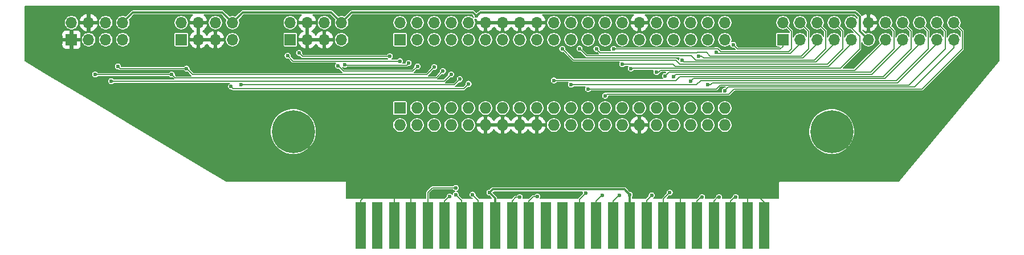
<source format=gbl>
G04 #@! TF.GenerationSoftware,KiCad,Pcbnew,(5.1.5-0-10_14)*
G04 #@! TF.CreationDate,2020-05-05T19:19:41-07:00*
G04 #@! TF.ProjectId,N64 Cart IDC Breakout,4e363420-4361-4727-9420-494443204272,rev?*
G04 #@! TF.SameCoordinates,Original*
G04 #@! TF.FileFunction,Copper,L2,Bot*
G04 #@! TF.FilePolarity,Positive*
%FSLAX46Y46*%
G04 Gerber Fmt 4.6, Leading zero omitted, Abs format (unit mm)*
G04 Created by KiCad (PCBNEW (5.1.5-0-10_14)) date 2020-05-05 19:19:41*
%MOMM*%
%LPD*%
G04 APERTURE LIST*
%ADD10R,1.500000X7.000000*%
%ADD11O,1.700000X1.700000*%
%ADD12R,1.700000X1.700000*%
%ADD13C,6.400000*%
%ADD14O,1.727200X1.727200*%
%ADD15R,1.727200X1.727200*%
%ADD16C,0.600000*%
%ADD17C,0.152400*%
%ADD18C,0.304800*%
G04 APERTURE END LIST*
D10*
X162750000Y-126000000D03*
X160250000Y-126000000D03*
X157750000Y-126000000D03*
X155250000Y-126000000D03*
X152750000Y-126000000D03*
X150250000Y-126000000D03*
X147750000Y-126000000D03*
X145250000Y-126000000D03*
X142750000Y-126000000D03*
X140250000Y-126000000D03*
X137750000Y-126000000D03*
X135250000Y-126000000D03*
X132750000Y-126000000D03*
X130250000Y-126000000D03*
X127750000Y-126000000D03*
X125250000Y-126000000D03*
X122750000Y-126000000D03*
X120250000Y-126000000D03*
X117750000Y-126000000D03*
X115250000Y-126000000D03*
X112750000Y-126000000D03*
X110250000Y-126000000D03*
X107750000Y-126000000D03*
X105250000Y-126000000D03*
X102750000Y-126000000D03*
D11*
X67420000Y-95760000D03*
X67420000Y-98300000D03*
X64880000Y-95760000D03*
X64880000Y-98300000D03*
X62340000Y-95760000D03*
X62340000Y-98300000D03*
X59800000Y-95760000D03*
D12*
X59800000Y-98300000D03*
D11*
X99920000Y-95760000D03*
X99920000Y-98300000D03*
X97380000Y-95760000D03*
X97380000Y-98300000D03*
X94840000Y-95760000D03*
X94840000Y-98300000D03*
X92300000Y-95760000D03*
D12*
X92300000Y-98300000D03*
D11*
X83720000Y-95760000D03*
X83720000Y-98300000D03*
X81180000Y-95760000D03*
X81180000Y-98300000D03*
X78640000Y-95760000D03*
X78640000Y-98300000D03*
X76100000Y-95760000D03*
D12*
X76100000Y-98300000D03*
D11*
X190900000Y-95760000D03*
X190900000Y-98300000D03*
X188360000Y-95760000D03*
X188360000Y-98300000D03*
X185820000Y-95760000D03*
X185820000Y-98300000D03*
X183280000Y-95760000D03*
X183280000Y-98300000D03*
X180740000Y-95760000D03*
X180740000Y-98300000D03*
X178200000Y-95760000D03*
X178200000Y-98300000D03*
X175660000Y-95760000D03*
X175660000Y-98300000D03*
X173120000Y-95760000D03*
X173120000Y-98300000D03*
X170580000Y-95760000D03*
X170580000Y-98300000D03*
X168040000Y-95760000D03*
X168040000Y-98300000D03*
X165500000Y-95760000D03*
D12*
X165500000Y-98300000D03*
D11*
X156860000Y-95760000D03*
X156860000Y-98300000D03*
X154320000Y-95760000D03*
X154320000Y-98300000D03*
X151780000Y-95760000D03*
X151780000Y-98300000D03*
X149240000Y-95760000D03*
X149240000Y-98300000D03*
X146700000Y-95760000D03*
X146700000Y-98300000D03*
X144160000Y-95760000D03*
X144160000Y-98300000D03*
X141620000Y-95760000D03*
X141620000Y-98300000D03*
X139080000Y-95760000D03*
X139080000Y-98300000D03*
X136540000Y-95760000D03*
X136540000Y-98300000D03*
X134000000Y-95760000D03*
X134000000Y-98300000D03*
X131460000Y-95760000D03*
X131460000Y-98300000D03*
X128920000Y-95760000D03*
X128920000Y-98300000D03*
X126380000Y-95760000D03*
X126380000Y-98300000D03*
X123840000Y-95760000D03*
X123840000Y-98300000D03*
X121300000Y-95760000D03*
X121300000Y-98300000D03*
X118760000Y-95760000D03*
X118760000Y-98300000D03*
X116220000Y-95760000D03*
X116220000Y-98300000D03*
X113680000Y-95760000D03*
X113680000Y-98300000D03*
X111140000Y-95760000D03*
X111140000Y-98300000D03*
X108600000Y-95760000D03*
D12*
X108600000Y-98300000D03*
D13*
X92750000Y-112000000D03*
X172750000Y-112000000D03*
D14*
X156860000Y-111040000D03*
X156860000Y-108500000D03*
X154320000Y-111040000D03*
X154320000Y-108500000D03*
X151780000Y-111040000D03*
X151780000Y-108500000D03*
X149240000Y-111040000D03*
X149240000Y-108500000D03*
X146700000Y-111040000D03*
X146700000Y-108500000D03*
X144160000Y-111040000D03*
X144160000Y-108500000D03*
X141620000Y-111040000D03*
X141620000Y-108500000D03*
X139080000Y-111040000D03*
X139080000Y-108500000D03*
X136540000Y-111040000D03*
X136540000Y-108500000D03*
X134000000Y-111040000D03*
X134000000Y-108500000D03*
X131460000Y-111040000D03*
X131460000Y-108500000D03*
X128920000Y-111040000D03*
X128920000Y-108500000D03*
X126380000Y-111040000D03*
X126380000Y-108500000D03*
X123840000Y-111040000D03*
X123840000Y-108500000D03*
X121300000Y-111040000D03*
X121300000Y-108500000D03*
X118760000Y-111040000D03*
X118760000Y-108500000D03*
X116220000Y-111040000D03*
X116220000Y-108500000D03*
X113680000Y-111040000D03*
X113680000Y-108500000D03*
X111140000Y-111040000D03*
X111140000Y-108500000D03*
X108600000Y-111040000D03*
D15*
X108600000Y-108500000D03*
D16*
X107800000Y-121200000D03*
X110300000Y-121200000D03*
X160300000Y-121500000D03*
X133500000Y-119400000D03*
X118000000Y-120700000D03*
X119400000Y-119000000D03*
X116800000Y-118600000D03*
X115600000Y-119000000D03*
X126365000Y-118872000D03*
X127800000Y-119500000D03*
X135900000Y-118400000D03*
X137200000Y-113300000D03*
X138400000Y-119300000D03*
X139800000Y-119300000D03*
X147400000Y-119000000D03*
X148600000Y-113400000D03*
X151200000Y-118500000D03*
X152400000Y-113300000D03*
X155000000Y-118800000D03*
X156300000Y-118100000D03*
X115570000Y-101219000D03*
X115600000Y-106600000D03*
X110600000Y-100100000D03*
X110500000Y-106600000D03*
X131300000Y-121400000D03*
X113600000Y-121700000D03*
X150200000Y-121200000D03*
X103800000Y-121200000D03*
X161700000Y-121499998D03*
X132080000Y-102362000D03*
X135890000Y-102870000D03*
X139700000Y-102997000D03*
X148590000Y-107188000D03*
X152400000Y-107061000D03*
X157480000Y-107061000D03*
X158500000Y-121800000D03*
X158114998Y-99060002D03*
X156000000Y-121800000D03*
X155600000Y-100207658D03*
X153500000Y-121800002D03*
X153000000Y-100746000D03*
X148700000Y-121100000D03*
X150500000Y-101341000D03*
X146000000Y-121500000D03*
X147998498Y-103715502D03*
X121900000Y-121100000D03*
X120000000Y-94800000D03*
X142748000Y-121412000D03*
X141200000Y-121500000D03*
X142900000Y-102600000D03*
X138700000Y-121500000D03*
X140335000Y-99695002D03*
X136200000Y-121200000D03*
X137795000Y-99695000D03*
X129000000Y-121700000D03*
X135300000Y-99650000D03*
X126400000Y-121800000D03*
X132715000Y-99695000D03*
X119400000Y-121400000D03*
X117500000Y-104200000D03*
X85000000Y-105028610D03*
X116900000Y-121400000D03*
X115000000Y-103000000D03*
X74699996Y-103500000D03*
X63300000Y-103500006D03*
X116000000Y-121700000D03*
X113700000Y-102400000D03*
X76900000Y-102600000D03*
X66700000Y-102300000D03*
X116900000Y-120400000D03*
X116200000Y-103500000D03*
X65700002Y-104500000D03*
X156860000Y-105897390D03*
X154320000Y-105008390D03*
X151780000Y-104506000D03*
X149240000Y-103850390D03*
X146700000Y-103128600D03*
X141620000Y-101966000D03*
X139080000Y-106665000D03*
X136540000Y-105649000D03*
X134000000Y-105014000D03*
X131460000Y-104379000D03*
X118800000Y-104900000D03*
X83500000Y-105300000D03*
X100400000Y-102028612D03*
X109900000Y-101800000D03*
X111199996Y-102300000D03*
X99400000Y-102199998D03*
X93600001Y-100300000D03*
X107100000Y-100800000D03*
X91900000Y-100700000D03*
X108600002Y-101500000D03*
D17*
X107750000Y-121250000D02*
X107800000Y-121200000D01*
X107750000Y-126000000D02*
X107750000Y-121250000D01*
X110250000Y-121250000D02*
X110300000Y-121200000D01*
X110250000Y-126000000D02*
X110250000Y-121250000D01*
X160250000Y-121550000D02*
X160300000Y-121500000D01*
X160250000Y-126000000D02*
X160250000Y-121550000D01*
X150250000Y-126000000D02*
X150250000Y-121250000D01*
X150250000Y-121250000D02*
X150200000Y-121200000D01*
X103500001Y-121499999D02*
X103800000Y-121200000D01*
X102750000Y-122250000D02*
X103500001Y-121499999D01*
X102750000Y-126000000D02*
X102750000Y-122250000D01*
X162750000Y-122549998D02*
X161700000Y-121499998D01*
X162750000Y-126000000D02*
X162750000Y-122549998D01*
X157750000Y-126000000D02*
X157750000Y-122347600D01*
X157750000Y-122347600D02*
X158297600Y-121800000D01*
X158297600Y-121800000D02*
X158500000Y-121800000D01*
X165100000Y-99695000D02*
X158750000Y-99695000D01*
X165500000Y-98300000D02*
X165500000Y-99295000D01*
X165500000Y-99295000D02*
X165100000Y-99695000D01*
X158750000Y-99695000D02*
X158115000Y-99060000D01*
X158115000Y-99060000D02*
X158114998Y-99060002D01*
X155250000Y-122347600D02*
X155797600Y-121800000D01*
X155250000Y-126000000D02*
X155250000Y-122347600D01*
X155797600Y-121800000D02*
X156000000Y-121800000D01*
X155773153Y-100380811D02*
X155600000Y-100207658D01*
X166573189Y-100380811D02*
X155773153Y-100380811D01*
X168040000Y-98914000D02*
X166573189Y-100380811D01*
X168040000Y-98300000D02*
X168040000Y-98914000D01*
X153297598Y-121800002D02*
X153500000Y-121800002D01*
X152750000Y-126000000D02*
X152750000Y-122347600D01*
X152750000Y-122347600D02*
X153297598Y-121800002D01*
X153424264Y-100746000D02*
X153000000Y-100746000D01*
X153719343Y-101041079D02*
X153424264Y-100746000D01*
X168452921Y-101041079D02*
X153719343Y-101041079D01*
X170580000Y-98914000D02*
X168452921Y-101041079D01*
X170580000Y-98300000D02*
X170580000Y-98914000D01*
X147750000Y-126000000D02*
X147750000Y-122050000D01*
X147750000Y-122050000D02*
X148700000Y-121100000D01*
X173120000Y-98914000D02*
X173120000Y-98300000D01*
X170383299Y-101650701D02*
X173120000Y-98914000D01*
X150809701Y-101650701D02*
X170383299Y-101650701D01*
X150500000Y-101341000D02*
X150809701Y-101650701D01*
X145250000Y-122250000D02*
X146000000Y-121500000D01*
X145250000Y-126000000D02*
X145250000Y-122250000D01*
X181589999Y-96609999D02*
X180740000Y-95760000D01*
X181991000Y-97011000D02*
X181589999Y-96609999D01*
X178511244Y-103174756D02*
X181991000Y-99695000D01*
X181991000Y-99695000D02*
X181991000Y-97011000D01*
X148539244Y-103174756D02*
X178511244Y-103174756D01*
X147998498Y-103715502D02*
X148539244Y-103174756D01*
D18*
X122750000Y-121950000D02*
X121900000Y-121100000D01*
X122750000Y-126000000D02*
X122750000Y-121950000D01*
X142750000Y-121414000D02*
X142748000Y-121412000D01*
X142750000Y-126000000D02*
X142750000Y-121414000D01*
X122404801Y-120595199D02*
X122199999Y-120800001D01*
X122199999Y-120800001D02*
X121900000Y-121100000D01*
X141931199Y-120595199D02*
X122404801Y-120595199D01*
X142748000Y-121412000D02*
X141931199Y-120595199D01*
X176911000Y-94869000D02*
X176911000Y-97011000D01*
X176276000Y-94234000D02*
X176911000Y-94869000D01*
X120566000Y-94234000D02*
X176276000Y-94234000D01*
X176911000Y-97011000D02*
X178200000Y-98300000D01*
X120000000Y-94800000D02*
X120566000Y-94234000D01*
X120000000Y-94800000D02*
X119434000Y-94234000D01*
X101446000Y-94234000D02*
X99920000Y-95760000D01*
X119434000Y-94234000D02*
X101446000Y-94234000D01*
X99920000Y-95760000D02*
X98394000Y-94234000D01*
X85246000Y-94234000D02*
X83720000Y-95760000D01*
X98394000Y-94234000D02*
X85246000Y-94234000D01*
X83720000Y-95760000D02*
X82194000Y-94234000D01*
X68946000Y-94234000D02*
X67420000Y-95760000D01*
X82194000Y-94234000D02*
X68946000Y-94234000D01*
D17*
X141097600Y-121500000D02*
X141200000Y-121500000D01*
X140250000Y-122347600D02*
X141097600Y-121500000D01*
X140250000Y-126000000D02*
X140250000Y-122347600D01*
X142934866Y-102565134D02*
X142900000Y-102600000D01*
X176911000Y-99695000D02*
X174040866Y-102565134D01*
X176911000Y-97790000D02*
X176911000Y-99695000D01*
X174040866Y-102565134D02*
X142934866Y-102565134D01*
X175660000Y-96539000D02*
X176911000Y-97790000D01*
X175660000Y-95760000D02*
X175660000Y-96539000D01*
X138597600Y-121500000D02*
X138700000Y-121500000D01*
X137750000Y-122347600D02*
X138597600Y-121500000D01*
X137750000Y-126000000D02*
X137750000Y-122347600D01*
X155853730Y-99679056D02*
X155346270Y-99679056D01*
X156250674Y-100076000D02*
X155853730Y-99679056D01*
X140759264Y-99695002D02*
X140335000Y-99695002D01*
X166370000Y-100076000D02*
X156250674Y-100076000D01*
X166751000Y-99695000D02*
X166370000Y-100076000D01*
X166751000Y-97011000D02*
X166751000Y-99695000D01*
X155330324Y-99695002D02*
X140759264Y-99695002D01*
X155346270Y-99679056D02*
X155330324Y-99695002D01*
X165500000Y-95760000D02*
X166751000Y-97011000D01*
X135250000Y-122150000D02*
X136200000Y-121200000D01*
X135250000Y-126000000D02*
X135250000Y-122150000D01*
X152746270Y-100217398D02*
X152740065Y-100223603D01*
X154128898Y-100217398D02*
X152746270Y-100217398D01*
X168249732Y-100736268D02*
X154647768Y-100736268D01*
X169291000Y-99695000D02*
X168249732Y-100736268D01*
X138094999Y-99994999D02*
X137795000Y-99695000D01*
X154647768Y-100736268D02*
X154128898Y-100217398D01*
X168040000Y-95760000D02*
X169291000Y-97011000D01*
X138323603Y-100223603D02*
X138094999Y-99994999D01*
X169291000Y-97011000D02*
X169291000Y-99695000D01*
X152740065Y-100223603D02*
X138323603Y-100223603D01*
X128397600Y-121700000D02*
X129000000Y-121700000D01*
X127750000Y-122347600D02*
X128397600Y-121700000D01*
X127750000Y-126000000D02*
X127750000Y-122347600D01*
X136361000Y-100711000D02*
X135599999Y-99949999D01*
X151892000Y-100711000D02*
X136361000Y-100711000D01*
X135599999Y-99949999D02*
X135300000Y-99650000D01*
X170180110Y-101345890D02*
X152526890Y-101345890D01*
X170580000Y-95760000D02*
X171831000Y-97011000D01*
X152526890Y-101345890D02*
X151892000Y-100711000D01*
X171831000Y-99695000D02*
X170180110Y-101345890D01*
X171831000Y-97011000D02*
X171831000Y-99695000D01*
X125797600Y-121800000D02*
X126400000Y-121800000D01*
X125250000Y-122347600D02*
X125797600Y-121800000D01*
X125250000Y-126000000D02*
X125250000Y-122347600D01*
X173969999Y-96609999D02*
X173120000Y-95760000D01*
X150215512Y-101955512D02*
X172110488Y-101955512D01*
X149606000Y-101346000D02*
X150215512Y-101955512D01*
X174371000Y-97011000D02*
X173969999Y-96609999D01*
X134366000Y-101346000D02*
X149606000Y-101346000D01*
X174371000Y-99695000D02*
X174371000Y-97011000D01*
X172110488Y-101955512D02*
X174371000Y-99695000D01*
X132715000Y-99695000D02*
X134366000Y-101346000D01*
X120250000Y-122250000D02*
X119400000Y-121400000D01*
X120250000Y-126000000D02*
X120250000Y-122250000D01*
X117500000Y-104200000D02*
X116671390Y-105028610D01*
X116671390Y-105028610D02*
X85424264Y-105028610D01*
X85424264Y-105028610D02*
X85000000Y-105028610D01*
X117750000Y-122250000D02*
X116900000Y-121400000D01*
X117750000Y-126000000D02*
X117750000Y-122250000D01*
X63300006Y-103500000D02*
X63300000Y-103500006D01*
X74699996Y-103500000D02*
X63300006Y-103500000D01*
X74999995Y-103799999D02*
X74699996Y-103500000D01*
X75199996Y-104000000D02*
X74999995Y-103799999D01*
X114000000Y-104000000D02*
X75199996Y-104000000D01*
X115000000Y-103000000D02*
X114000000Y-104000000D01*
X115897600Y-121700000D02*
X116000000Y-121700000D01*
X115250000Y-126000000D02*
X115250000Y-122347600D01*
X115250000Y-122347600D02*
X115897600Y-121700000D01*
X77199999Y-102899999D02*
X76900000Y-102600000D01*
X112600000Y-103500000D02*
X77800000Y-103500000D01*
X77800000Y-103500000D02*
X77199999Y-102899999D01*
X113700000Y-102400000D02*
X112600000Y-103500000D01*
X67000000Y-102600000D02*
X66700000Y-102300000D01*
X76900000Y-102600000D02*
X67000000Y-102600000D01*
X116200000Y-103500000D02*
X115200000Y-104500000D01*
X115200000Y-104500000D02*
X65700002Y-104500000D01*
X113407000Y-120400000D02*
X116900000Y-120400000D01*
X112750000Y-121057000D02*
X113407000Y-120400000D01*
X112750000Y-126000000D02*
X112750000Y-121057000D01*
X185042892Y-105359189D02*
X157398201Y-105359189D01*
X157398201Y-105359189D02*
X157159999Y-105597391D01*
X190900000Y-99502081D02*
X185042892Y-105359189D01*
X190900000Y-98300000D02*
X190900000Y-99502081D01*
X157159999Y-105597391D02*
X156860000Y-105897390D01*
X155003087Y-104749567D02*
X154744264Y-105008390D01*
X182524433Y-104749567D02*
X155003087Y-104749567D01*
X154744264Y-105008390D02*
X154320000Y-105008390D01*
X188360000Y-98914000D02*
X182524433Y-104749567D01*
X188360000Y-98300000D02*
X188360000Y-98914000D01*
X180644811Y-104089189D02*
X152196811Y-104089189D01*
X152196811Y-104089189D02*
X151780000Y-104506000D01*
X185820000Y-98914000D02*
X180644811Y-104089189D01*
X185820000Y-98300000D02*
X185820000Y-98914000D01*
X149610823Y-103479567D02*
X149240000Y-103850390D01*
X178714433Y-103479567D02*
X149610823Y-103479567D01*
X183280000Y-98914000D02*
X178714433Y-103479567D01*
X183280000Y-98300000D02*
X183280000Y-98914000D01*
X147061400Y-103128600D02*
X146700000Y-103128600D01*
X147320055Y-102869945D02*
X147061400Y-103128600D01*
X176149055Y-102869945D02*
X147320055Y-102869945D01*
X180719000Y-98300000D02*
X176149055Y-102869945D01*
X180740000Y-98300000D02*
X180719000Y-98300000D01*
X175660000Y-98914000D02*
X175660000Y-98300000D01*
X172313677Y-102260323D02*
X175660000Y-98914000D01*
X149504323Y-102260323D02*
X172313677Y-102260323D01*
X149210000Y-101966000D02*
X149504323Y-102260323D01*
X141620000Y-101966000D02*
X149210000Y-101966000D01*
X158242000Y-105664000D02*
X157480000Y-106426000D01*
X186182000Y-105664000D02*
X158242000Y-105664000D01*
X190900000Y-95760000D02*
X192151000Y-97011000D01*
X192151000Y-97011000D02*
X192151000Y-99695000D01*
X157480000Y-106426000D02*
X139319000Y-106426000D01*
X139319000Y-106426000D02*
X139080000Y-106665000D01*
X192151000Y-99695000D02*
X186182000Y-105664000D01*
X136964264Y-105649000D02*
X136540000Y-105649000D01*
X189611000Y-97011000D02*
X189611000Y-99695000D01*
X189611000Y-99695000D02*
X184251622Y-105054378D01*
X156184622Y-105054378D02*
X155590000Y-105649000D01*
X184251622Y-105054378D02*
X156184622Y-105054378D01*
X155590000Y-105649000D02*
X136964264Y-105649000D01*
X188360000Y-95760000D02*
X189611000Y-97011000D01*
X134020601Y-105034601D02*
X134000000Y-105014000D01*
X152648399Y-105034601D02*
X134020601Y-105034601D01*
X182372000Y-104394000D02*
X153289000Y-104394000D01*
X153289000Y-104394000D02*
X152648399Y-105034601D01*
X187071000Y-99695000D02*
X182372000Y-104394000D01*
X187071000Y-97011000D02*
X187071000Y-99695000D01*
X185820000Y-95760000D02*
X187071000Y-97011000D01*
X131884264Y-104379000D02*
X131460000Y-104379000D01*
X183280000Y-95760000D02*
X184531000Y-97011000D01*
X180441622Y-103784378D02*
X150215622Y-103784378D01*
X184531000Y-97011000D02*
X184531000Y-99695000D01*
X150215622Y-103784378D02*
X149621000Y-104379000D01*
X149621000Y-104379000D02*
X131884264Y-104379000D01*
X184531000Y-99695000D02*
X180441622Y-103784378D01*
X83799999Y-105599999D02*
X83500000Y-105300000D01*
X118100001Y-105599999D02*
X83799999Y-105599999D01*
X118800000Y-104900000D02*
X118100001Y-105599999D01*
X109600000Y-102100000D02*
X109900000Y-101800000D01*
X100471388Y-102100000D02*
X109600000Y-102100000D01*
X100400000Y-102028612D02*
X100471388Y-102100000D01*
X100200002Y-103000000D02*
X99699999Y-102499997D01*
X99699999Y-102499997D02*
X99400000Y-102199998D01*
X110499996Y-103000000D02*
X100200002Y-103000000D01*
X111199996Y-102300000D02*
X110499996Y-103000000D01*
X94100001Y-100800000D02*
X107100000Y-100800000D01*
X93600001Y-100300000D02*
X94100001Y-100800000D01*
X91900000Y-100700000D02*
X92700000Y-101500000D01*
X92700000Y-101500000D02*
X108600002Y-101500000D01*
G36*
X135691713Y-121045813D02*
G01*
X135671400Y-121147937D01*
X135671400Y-121252063D01*
X135678946Y-121290002D01*
X135045149Y-121923800D01*
X129479452Y-121923800D01*
X129508287Y-121854187D01*
X129528600Y-121752063D01*
X129528600Y-121647937D01*
X129508287Y-121545813D01*
X129468440Y-121449614D01*
X129410591Y-121363037D01*
X129336963Y-121289409D01*
X129250386Y-121231560D01*
X129154187Y-121191713D01*
X129052063Y-121171400D01*
X128947937Y-121171400D01*
X128845813Y-121191713D01*
X128749614Y-121231560D01*
X128663037Y-121289409D01*
X128589409Y-121363037D01*
X128567918Y-121395200D01*
X128412558Y-121395200D01*
X128397600Y-121393727D01*
X128382642Y-121395200D01*
X128382634Y-121395200D01*
X128343003Y-121399103D01*
X128337848Y-121399611D01*
X128297008Y-121412000D01*
X128280394Y-121417040D01*
X128227443Y-121445342D01*
X128181032Y-121483432D01*
X128171492Y-121495056D01*
X127742749Y-121923800D01*
X126914331Y-121923800D01*
X126928600Y-121852063D01*
X126928600Y-121747937D01*
X126908287Y-121645813D01*
X126868440Y-121549614D01*
X126810591Y-121463037D01*
X126736963Y-121389409D01*
X126650386Y-121331560D01*
X126554187Y-121291713D01*
X126452063Y-121271400D01*
X126347937Y-121271400D01*
X126245813Y-121291713D01*
X126149614Y-121331560D01*
X126063037Y-121389409D01*
X125989409Y-121463037D01*
X125967918Y-121495200D01*
X125812557Y-121495200D01*
X125797599Y-121493727D01*
X125782641Y-121495200D01*
X125782634Y-121495200D01*
X125743489Y-121499055D01*
X125737848Y-121499611D01*
X125720419Y-121504898D01*
X125680394Y-121517040D01*
X125627443Y-121545342D01*
X125581032Y-121583432D01*
X125571492Y-121595056D01*
X125242749Y-121923800D01*
X123130262Y-121923800D01*
X123125487Y-121875311D01*
X123103701Y-121803492D01*
X123068322Y-121737304D01*
X123068042Y-121736963D01*
X123032640Y-121693824D01*
X123032637Y-121693821D01*
X123020711Y-121679289D01*
X123006179Y-121667363D01*
X122438815Y-121100001D01*
X122482639Y-121056177D01*
X122482648Y-121056166D01*
X122562615Y-120976199D01*
X135720548Y-120976199D01*
X135691713Y-121045813D01*
G37*
X135691713Y-121045813D02*
X135671400Y-121147937D01*
X135671400Y-121252063D01*
X135678946Y-121290002D01*
X135045149Y-121923800D01*
X129479452Y-121923800D01*
X129508287Y-121854187D01*
X129528600Y-121752063D01*
X129528600Y-121647937D01*
X129508287Y-121545813D01*
X129468440Y-121449614D01*
X129410591Y-121363037D01*
X129336963Y-121289409D01*
X129250386Y-121231560D01*
X129154187Y-121191713D01*
X129052063Y-121171400D01*
X128947937Y-121171400D01*
X128845813Y-121191713D01*
X128749614Y-121231560D01*
X128663037Y-121289409D01*
X128589409Y-121363037D01*
X128567918Y-121395200D01*
X128412558Y-121395200D01*
X128397600Y-121393727D01*
X128382642Y-121395200D01*
X128382634Y-121395200D01*
X128343003Y-121399103D01*
X128337848Y-121399611D01*
X128297008Y-121412000D01*
X128280394Y-121417040D01*
X128227443Y-121445342D01*
X128181032Y-121483432D01*
X128171492Y-121495056D01*
X127742749Y-121923800D01*
X126914331Y-121923800D01*
X126928600Y-121852063D01*
X126928600Y-121747937D01*
X126908287Y-121645813D01*
X126868440Y-121549614D01*
X126810591Y-121463037D01*
X126736963Y-121389409D01*
X126650386Y-121331560D01*
X126554187Y-121291713D01*
X126452063Y-121271400D01*
X126347937Y-121271400D01*
X126245813Y-121291713D01*
X126149614Y-121331560D01*
X126063037Y-121389409D01*
X125989409Y-121463037D01*
X125967918Y-121495200D01*
X125812557Y-121495200D01*
X125797599Y-121493727D01*
X125782641Y-121495200D01*
X125782634Y-121495200D01*
X125743489Y-121499055D01*
X125737848Y-121499611D01*
X125720419Y-121504898D01*
X125680394Y-121517040D01*
X125627443Y-121545342D01*
X125581032Y-121583432D01*
X125571492Y-121595056D01*
X125242749Y-121923800D01*
X123130262Y-121923800D01*
X123125487Y-121875311D01*
X123103701Y-121803492D01*
X123068322Y-121737304D01*
X123068042Y-121736963D01*
X123032640Y-121693824D01*
X123032637Y-121693821D01*
X123020711Y-121679289D01*
X123006179Y-121667363D01*
X122438815Y-121100001D01*
X122482639Y-121056177D01*
X122482648Y-121056166D01*
X122562615Y-120976199D01*
X135720548Y-120976199D01*
X135691713Y-121045813D01*
G36*
X197623800Y-101454309D02*
G01*
X182690892Y-119373800D01*
X165006192Y-119373800D01*
X165000000Y-119373190D01*
X164993808Y-119373800D01*
X164975261Y-119375627D01*
X164951472Y-119382843D01*
X164929548Y-119394561D01*
X164910332Y-119410332D01*
X164894561Y-119429548D01*
X164882843Y-119451472D01*
X164875627Y-119475261D01*
X164873190Y-119500000D01*
X164873801Y-119506203D01*
X164873801Y-121923800D01*
X163609924Y-121923800D01*
X163500000Y-121912973D01*
X163073850Y-121915800D01*
X163065850Y-121923800D01*
X162434150Y-121923800D01*
X162426150Y-121915800D01*
X162000000Y-121912973D01*
X161890076Y-121923800D01*
X161109924Y-121923800D01*
X161000000Y-121912973D01*
X160573850Y-121915800D01*
X160565850Y-121923800D01*
X159934150Y-121923800D01*
X159926150Y-121915800D01*
X159500000Y-121912973D01*
X159390076Y-121923800D01*
X159014331Y-121923800D01*
X159028600Y-121852063D01*
X159028600Y-121747937D01*
X159008287Y-121645813D01*
X158968440Y-121549614D01*
X158910591Y-121463037D01*
X158836963Y-121389409D01*
X158750386Y-121331560D01*
X158654187Y-121291713D01*
X158552063Y-121271400D01*
X158447937Y-121271400D01*
X158345813Y-121291713D01*
X158249614Y-121331560D01*
X158163037Y-121389409D01*
X158089409Y-121463037D01*
X158031560Y-121549614D01*
X157991713Y-121645813D01*
X157984507Y-121682041D01*
X157742749Y-121923800D01*
X156514331Y-121923800D01*
X156528600Y-121852063D01*
X156528600Y-121747937D01*
X156508287Y-121645813D01*
X156468440Y-121549614D01*
X156410591Y-121463037D01*
X156336963Y-121389409D01*
X156250386Y-121331560D01*
X156154187Y-121291713D01*
X156052063Y-121271400D01*
X155947937Y-121271400D01*
X155845813Y-121291713D01*
X155749614Y-121331560D01*
X155663037Y-121389409D01*
X155589409Y-121463037D01*
X155531560Y-121549614D01*
X155491713Y-121645813D01*
X155484507Y-121682041D01*
X155242749Y-121923800D01*
X154014332Y-121923800D01*
X154028600Y-121852065D01*
X154028600Y-121747939D01*
X154008287Y-121645815D01*
X153968440Y-121549616D01*
X153910591Y-121463039D01*
X153836963Y-121389411D01*
X153750386Y-121331562D01*
X153654187Y-121291715D01*
X153552063Y-121271402D01*
X153447937Y-121271402D01*
X153345813Y-121291715D01*
X153249614Y-121331562D01*
X153163037Y-121389411D01*
X153089409Y-121463039D01*
X153031560Y-121549616D01*
X152991713Y-121645815D01*
X152984508Y-121682040D01*
X152742749Y-121923800D01*
X151109924Y-121923800D01*
X151000000Y-121912973D01*
X150573850Y-121915800D01*
X150565850Y-121923800D01*
X149934150Y-121923800D01*
X149926150Y-121915800D01*
X149500000Y-121912973D01*
X149390076Y-121923800D01*
X148307251Y-121923800D01*
X148609998Y-121621054D01*
X148647937Y-121628600D01*
X148752063Y-121628600D01*
X148854187Y-121608287D01*
X148950386Y-121568440D01*
X149036963Y-121510591D01*
X149110591Y-121436963D01*
X149168440Y-121350386D01*
X149208287Y-121254187D01*
X149228600Y-121152063D01*
X149228600Y-121047937D01*
X149208287Y-120945813D01*
X149168440Y-120849614D01*
X149110591Y-120763037D01*
X149036963Y-120689409D01*
X148950386Y-120631560D01*
X148854187Y-120591713D01*
X148752063Y-120571400D01*
X148647937Y-120571400D01*
X148545813Y-120591713D01*
X148449614Y-120631560D01*
X148363037Y-120689409D01*
X148289409Y-120763037D01*
X148231560Y-120849614D01*
X148191713Y-120945813D01*
X148171400Y-121047937D01*
X148171400Y-121152063D01*
X148178946Y-121190002D01*
X147545057Y-121823892D01*
X147533433Y-121833432D01*
X147495343Y-121879843D01*
X147495024Y-121880440D01*
X147471848Y-121923800D01*
X146317194Y-121923800D01*
X146336963Y-121910591D01*
X146410591Y-121836963D01*
X146468440Y-121750386D01*
X146508287Y-121654187D01*
X146528600Y-121552063D01*
X146528600Y-121447937D01*
X146508287Y-121345813D01*
X146468440Y-121249614D01*
X146410591Y-121163037D01*
X146336963Y-121089409D01*
X146250386Y-121031560D01*
X146154187Y-120991713D01*
X146052063Y-120971400D01*
X145947937Y-120971400D01*
X145845813Y-120991713D01*
X145749614Y-121031560D01*
X145663037Y-121089409D01*
X145589409Y-121163037D01*
X145531560Y-121249614D01*
X145491713Y-121345813D01*
X145471400Y-121447937D01*
X145471400Y-121552063D01*
X145478946Y-121590002D01*
X145145149Y-121923800D01*
X143131000Y-121923800D01*
X143131000Y-121776554D01*
X143158591Y-121748963D01*
X143216440Y-121662386D01*
X143256287Y-121566187D01*
X143276600Y-121464063D01*
X143276600Y-121359937D01*
X143256287Y-121257813D01*
X143216440Y-121161614D01*
X143158591Y-121075037D01*
X143084963Y-121001409D01*
X142998386Y-120943560D01*
X142902187Y-120903713D01*
X142800063Y-120883400D01*
X142758215Y-120883400D01*
X142213845Y-120339031D01*
X142201910Y-120324488D01*
X142143895Y-120276877D01*
X142077707Y-120241498D01*
X142005888Y-120219712D01*
X141949912Y-120214199D01*
X141949909Y-120214199D01*
X141931199Y-120212356D01*
X141912489Y-120214199D01*
X122423511Y-120214199D01*
X122404801Y-120212356D01*
X122386091Y-120214199D01*
X122386088Y-120214199D01*
X122330112Y-120219712D01*
X122258293Y-120241498D01*
X122192105Y-120276877D01*
X122134090Y-120324488D01*
X122122155Y-120339031D01*
X121943834Y-120517352D01*
X121943823Y-120517361D01*
X121889784Y-120571400D01*
X121847937Y-120571400D01*
X121745813Y-120591713D01*
X121649614Y-120631560D01*
X121563037Y-120689409D01*
X121489409Y-120763037D01*
X121431560Y-120849614D01*
X121391713Y-120945813D01*
X121371400Y-121047937D01*
X121371400Y-121152063D01*
X121391713Y-121254187D01*
X121431560Y-121350386D01*
X121489409Y-121436963D01*
X121563037Y-121510591D01*
X121649614Y-121568440D01*
X121745813Y-121608287D01*
X121847937Y-121628600D01*
X121889785Y-121628600D01*
X122184984Y-121923800D01*
X120354853Y-121923800D01*
X119921054Y-121490002D01*
X119928600Y-121452063D01*
X119928600Y-121347937D01*
X119908287Y-121245813D01*
X119868440Y-121149614D01*
X119810591Y-121063037D01*
X119736963Y-120989409D01*
X119650386Y-120931560D01*
X119554187Y-120891713D01*
X119452063Y-120871400D01*
X119347937Y-120871400D01*
X119245813Y-120891713D01*
X119149614Y-120931560D01*
X119063037Y-120989409D01*
X118989409Y-121063037D01*
X118931560Y-121149614D01*
X118891713Y-121245813D01*
X118871400Y-121347937D01*
X118871400Y-121452063D01*
X118891713Y-121554187D01*
X118931560Y-121650386D01*
X118989409Y-121736963D01*
X119063037Y-121810591D01*
X119149614Y-121868440D01*
X119245813Y-121908287D01*
X119323805Y-121923800D01*
X117854853Y-121923800D01*
X117421054Y-121490002D01*
X117428600Y-121452063D01*
X117428600Y-121347937D01*
X117408287Y-121245813D01*
X117368440Y-121149614D01*
X117310591Y-121063037D01*
X117236963Y-120989409D01*
X117150386Y-120931560D01*
X117074194Y-120900000D01*
X117150386Y-120868440D01*
X117236963Y-120810591D01*
X117310591Y-120736963D01*
X117368440Y-120650386D01*
X117408287Y-120554187D01*
X117428600Y-120452063D01*
X117428600Y-120347937D01*
X117408287Y-120245813D01*
X117368440Y-120149614D01*
X117310591Y-120063037D01*
X117236963Y-119989409D01*
X117150386Y-119931560D01*
X117054187Y-119891713D01*
X116952063Y-119871400D01*
X116847937Y-119871400D01*
X116745813Y-119891713D01*
X116649614Y-119931560D01*
X116563037Y-119989409D01*
X116489409Y-120063037D01*
X116467918Y-120095200D01*
X113421957Y-120095200D01*
X113406999Y-120093727D01*
X113392041Y-120095200D01*
X113392034Y-120095200D01*
X113352889Y-120099055D01*
X113347248Y-120099611D01*
X113333876Y-120103668D01*
X113289794Y-120117040D01*
X113236843Y-120145342D01*
X113190432Y-120183432D01*
X113180892Y-120195056D01*
X112545056Y-120830892D01*
X112533433Y-120840432D01*
X112495343Y-120886843D01*
X112495097Y-120887304D01*
X112467040Y-120939795D01*
X112449611Y-120997249D01*
X112443727Y-121057000D01*
X112445201Y-121071968D01*
X112445201Y-121923800D01*
X111109924Y-121923800D01*
X111000000Y-121912973D01*
X110573850Y-121915800D01*
X110565850Y-121923800D01*
X109934150Y-121923800D01*
X109926150Y-121915800D01*
X109500000Y-121912973D01*
X109390076Y-121923800D01*
X108609924Y-121923800D01*
X108500000Y-121912973D01*
X108073850Y-121915800D01*
X108065850Y-121923800D01*
X107434150Y-121923800D01*
X107426150Y-121915800D01*
X107000000Y-121912973D01*
X106890076Y-121923800D01*
X103609924Y-121923800D01*
X103500000Y-121912973D01*
X103073850Y-121915800D01*
X103065850Y-121923800D01*
X102434150Y-121923800D01*
X102426150Y-121915800D01*
X102000000Y-121912973D01*
X101890076Y-121923800D01*
X100626200Y-121923800D01*
X100626200Y-119506192D01*
X100626810Y-119500000D01*
X100624373Y-119475261D01*
X100617157Y-119451472D01*
X100605439Y-119429548D01*
X100589668Y-119410332D01*
X100570452Y-119394561D01*
X100548528Y-119382843D01*
X100524739Y-119375627D01*
X100506192Y-119373800D01*
X100500000Y-119373190D01*
X100493808Y-119373800D01*
X82784956Y-119373800D01*
X69932476Y-111662312D01*
X89321400Y-111662312D01*
X89321400Y-112337688D01*
X89453159Y-113000086D01*
X89711614Y-113624051D01*
X90086832Y-114185605D01*
X90564395Y-114663168D01*
X91125949Y-115038386D01*
X91749914Y-115296841D01*
X92412312Y-115428600D01*
X93087688Y-115428600D01*
X93750086Y-115296841D01*
X94374051Y-115038386D01*
X94935605Y-114663168D01*
X95413168Y-114185605D01*
X95788386Y-113624051D01*
X96046841Y-113000086D01*
X96178600Y-112337688D01*
X96178600Y-111662312D01*
X96046841Y-110999914D01*
X96018888Y-110932428D01*
X107507800Y-110932428D01*
X107507800Y-111147572D01*
X107549772Y-111358583D01*
X107632105Y-111557351D01*
X107751633Y-111736237D01*
X107903763Y-111888367D01*
X108082649Y-112007895D01*
X108281417Y-112090228D01*
X108492428Y-112132200D01*
X108707572Y-112132200D01*
X108918583Y-112090228D01*
X109117351Y-112007895D01*
X109296237Y-111888367D01*
X109448367Y-111736237D01*
X109567895Y-111557351D01*
X109650228Y-111358583D01*
X109692200Y-111147572D01*
X109692200Y-110932428D01*
X110047800Y-110932428D01*
X110047800Y-111147572D01*
X110089772Y-111358583D01*
X110172105Y-111557351D01*
X110291633Y-111736237D01*
X110443763Y-111888367D01*
X110622649Y-112007895D01*
X110821417Y-112090228D01*
X111032428Y-112132200D01*
X111247572Y-112132200D01*
X111458583Y-112090228D01*
X111657351Y-112007895D01*
X111836237Y-111888367D01*
X111988367Y-111736237D01*
X112107895Y-111557351D01*
X112190228Y-111358583D01*
X112232200Y-111147572D01*
X112232200Y-110932428D01*
X112587800Y-110932428D01*
X112587800Y-111147572D01*
X112629772Y-111358583D01*
X112712105Y-111557351D01*
X112831633Y-111736237D01*
X112983763Y-111888367D01*
X113162649Y-112007895D01*
X113361417Y-112090228D01*
X113572428Y-112132200D01*
X113787572Y-112132200D01*
X113998583Y-112090228D01*
X114197351Y-112007895D01*
X114376237Y-111888367D01*
X114528367Y-111736237D01*
X114647895Y-111557351D01*
X114730228Y-111358583D01*
X114772200Y-111147572D01*
X114772200Y-110932428D01*
X115127800Y-110932428D01*
X115127800Y-111147572D01*
X115169772Y-111358583D01*
X115252105Y-111557351D01*
X115371633Y-111736237D01*
X115523763Y-111888367D01*
X115702649Y-112007895D01*
X115901417Y-112090228D01*
X116112428Y-112132200D01*
X116327572Y-112132200D01*
X116538583Y-112090228D01*
X116737351Y-112007895D01*
X116916237Y-111888367D01*
X117068367Y-111736237D01*
X117187895Y-111557351D01*
X117270228Y-111358583D01*
X117312200Y-111147572D01*
X117312200Y-110932428D01*
X117667800Y-110932428D01*
X117667800Y-111147572D01*
X117709772Y-111358583D01*
X117792105Y-111557351D01*
X117911633Y-111736237D01*
X118063763Y-111888367D01*
X118242649Y-112007895D01*
X118441417Y-112090228D01*
X118652428Y-112132200D01*
X118867572Y-112132200D01*
X119078583Y-112090228D01*
X119277351Y-112007895D01*
X119456237Y-111888367D01*
X119608367Y-111736237D01*
X119727895Y-111557351D01*
X119776344Y-111440384D01*
X119908656Y-111440384D01*
X120013501Y-111704128D01*
X120167786Y-111942350D01*
X120365581Y-112145896D01*
X120599285Y-112306943D01*
X120859917Y-112419302D01*
X120899618Y-112431337D01*
X121122200Y-112329550D01*
X121122200Y-111217800D01*
X121477800Y-111217800D01*
X121477800Y-112329550D01*
X121700382Y-112431337D01*
X121740083Y-112419302D01*
X122000715Y-112306943D01*
X122234419Y-112145896D01*
X122432214Y-111942350D01*
X122570000Y-111729603D01*
X122707786Y-111942350D01*
X122905581Y-112145896D01*
X123139285Y-112306943D01*
X123399917Y-112419302D01*
X123439618Y-112431337D01*
X123662200Y-112329550D01*
X123662200Y-111217800D01*
X124017800Y-111217800D01*
X124017800Y-112329550D01*
X124240382Y-112431337D01*
X124280083Y-112419302D01*
X124540715Y-112306943D01*
X124774419Y-112145896D01*
X124972214Y-111942350D01*
X125110000Y-111729603D01*
X125247786Y-111942350D01*
X125445581Y-112145896D01*
X125679285Y-112306943D01*
X125939917Y-112419302D01*
X125979618Y-112431337D01*
X126202200Y-112329550D01*
X126202200Y-111217800D01*
X126557800Y-111217800D01*
X126557800Y-112329550D01*
X126780382Y-112431337D01*
X126820083Y-112419302D01*
X127080715Y-112306943D01*
X127314419Y-112145896D01*
X127512214Y-111942350D01*
X127650000Y-111729603D01*
X127787786Y-111942350D01*
X127985581Y-112145896D01*
X128219285Y-112306943D01*
X128479917Y-112419302D01*
X128519618Y-112431337D01*
X128742200Y-112329550D01*
X128742200Y-111217800D01*
X129097800Y-111217800D01*
X129097800Y-112329550D01*
X129320382Y-112431337D01*
X129360083Y-112419302D01*
X129620715Y-112306943D01*
X129854419Y-112145896D01*
X130052214Y-111942350D01*
X130206499Y-111704128D01*
X130311344Y-111440384D01*
X130210798Y-111217800D01*
X129097800Y-111217800D01*
X128742200Y-111217800D01*
X126557800Y-111217800D01*
X126202200Y-111217800D01*
X124017800Y-111217800D01*
X123662200Y-111217800D01*
X121477800Y-111217800D01*
X121122200Y-111217800D01*
X120009202Y-111217800D01*
X119908656Y-111440384D01*
X119776344Y-111440384D01*
X119810228Y-111358583D01*
X119852200Y-111147572D01*
X119852200Y-110932428D01*
X130367800Y-110932428D01*
X130367800Y-111147572D01*
X130409772Y-111358583D01*
X130492105Y-111557351D01*
X130611633Y-111736237D01*
X130763763Y-111888367D01*
X130942649Y-112007895D01*
X131141417Y-112090228D01*
X131352428Y-112132200D01*
X131567572Y-112132200D01*
X131778583Y-112090228D01*
X131977351Y-112007895D01*
X132156237Y-111888367D01*
X132308367Y-111736237D01*
X132427895Y-111557351D01*
X132510228Y-111358583D01*
X132552200Y-111147572D01*
X132552200Y-110932428D01*
X132907800Y-110932428D01*
X132907800Y-111147572D01*
X132949772Y-111358583D01*
X133032105Y-111557351D01*
X133151633Y-111736237D01*
X133303763Y-111888367D01*
X133482649Y-112007895D01*
X133681417Y-112090228D01*
X133892428Y-112132200D01*
X134107572Y-112132200D01*
X134318583Y-112090228D01*
X134517351Y-112007895D01*
X134696237Y-111888367D01*
X134848367Y-111736237D01*
X134967895Y-111557351D01*
X135050228Y-111358583D01*
X135092200Y-111147572D01*
X135092200Y-110932428D01*
X135447800Y-110932428D01*
X135447800Y-111147572D01*
X135489772Y-111358583D01*
X135572105Y-111557351D01*
X135691633Y-111736237D01*
X135843763Y-111888367D01*
X136022649Y-112007895D01*
X136221417Y-112090228D01*
X136432428Y-112132200D01*
X136647572Y-112132200D01*
X136858583Y-112090228D01*
X137057351Y-112007895D01*
X137236237Y-111888367D01*
X137388367Y-111736237D01*
X137507895Y-111557351D01*
X137590228Y-111358583D01*
X137632200Y-111147572D01*
X137632200Y-110932428D01*
X137987800Y-110932428D01*
X137987800Y-111147572D01*
X138029772Y-111358583D01*
X138112105Y-111557351D01*
X138231633Y-111736237D01*
X138383763Y-111888367D01*
X138562649Y-112007895D01*
X138761417Y-112090228D01*
X138972428Y-112132200D01*
X139187572Y-112132200D01*
X139398583Y-112090228D01*
X139597351Y-112007895D01*
X139776237Y-111888367D01*
X139928367Y-111736237D01*
X140047895Y-111557351D01*
X140130228Y-111358583D01*
X140172200Y-111147572D01*
X140172200Y-110932428D01*
X140527800Y-110932428D01*
X140527800Y-111147572D01*
X140569772Y-111358583D01*
X140652105Y-111557351D01*
X140771633Y-111736237D01*
X140923763Y-111888367D01*
X141102649Y-112007895D01*
X141301417Y-112090228D01*
X141512428Y-112132200D01*
X141727572Y-112132200D01*
X141938583Y-112090228D01*
X142137351Y-112007895D01*
X142316237Y-111888367D01*
X142468367Y-111736237D01*
X142587895Y-111557351D01*
X142636344Y-111440384D01*
X142768656Y-111440384D01*
X142873501Y-111704128D01*
X143027786Y-111942350D01*
X143225581Y-112145896D01*
X143459285Y-112306943D01*
X143719917Y-112419302D01*
X143759618Y-112431337D01*
X143982200Y-112329550D01*
X143982200Y-111217800D01*
X144337800Y-111217800D01*
X144337800Y-112329550D01*
X144560382Y-112431337D01*
X144600083Y-112419302D01*
X144860715Y-112306943D01*
X145094419Y-112145896D01*
X145292214Y-111942350D01*
X145446499Y-111704128D01*
X145551344Y-111440384D01*
X145450798Y-111217800D01*
X144337800Y-111217800D01*
X143982200Y-111217800D01*
X142869202Y-111217800D01*
X142768656Y-111440384D01*
X142636344Y-111440384D01*
X142670228Y-111358583D01*
X142712200Y-111147572D01*
X142712200Y-110932428D01*
X145607800Y-110932428D01*
X145607800Y-111147572D01*
X145649772Y-111358583D01*
X145732105Y-111557351D01*
X145851633Y-111736237D01*
X146003763Y-111888367D01*
X146182649Y-112007895D01*
X146381417Y-112090228D01*
X146592428Y-112132200D01*
X146807572Y-112132200D01*
X147018583Y-112090228D01*
X147217351Y-112007895D01*
X147396237Y-111888367D01*
X147548367Y-111736237D01*
X147667895Y-111557351D01*
X147750228Y-111358583D01*
X147792200Y-111147572D01*
X147792200Y-110932428D01*
X148147800Y-110932428D01*
X148147800Y-111147572D01*
X148189772Y-111358583D01*
X148272105Y-111557351D01*
X148391633Y-111736237D01*
X148543763Y-111888367D01*
X148722649Y-112007895D01*
X148921417Y-112090228D01*
X149132428Y-112132200D01*
X149347572Y-112132200D01*
X149558583Y-112090228D01*
X149757351Y-112007895D01*
X149936237Y-111888367D01*
X150088367Y-111736237D01*
X150207895Y-111557351D01*
X150290228Y-111358583D01*
X150332200Y-111147572D01*
X150332200Y-110932428D01*
X150687800Y-110932428D01*
X150687800Y-111147572D01*
X150729772Y-111358583D01*
X150812105Y-111557351D01*
X150931633Y-111736237D01*
X151083763Y-111888367D01*
X151262649Y-112007895D01*
X151461417Y-112090228D01*
X151672428Y-112132200D01*
X151887572Y-112132200D01*
X152098583Y-112090228D01*
X152297351Y-112007895D01*
X152476237Y-111888367D01*
X152628367Y-111736237D01*
X152747895Y-111557351D01*
X152830228Y-111358583D01*
X152872200Y-111147572D01*
X152872200Y-110932428D01*
X153227800Y-110932428D01*
X153227800Y-111147572D01*
X153269772Y-111358583D01*
X153352105Y-111557351D01*
X153471633Y-111736237D01*
X153623763Y-111888367D01*
X153802649Y-112007895D01*
X154001417Y-112090228D01*
X154212428Y-112132200D01*
X154427572Y-112132200D01*
X154638583Y-112090228D01*
X154837351Y-112007895D01*
X155016237Y-111888367D01*
X155168367Y-111736237D01*
X155287895Y-111557351D01*
X155370228Y-111358583D01*
X155412200Y-111147572D01*
X155412200Y-110932428D01*
X155767800Y-110932428D01*
X155767800Y-111147572D01*
X155809772Y-111358583D01*
X155892105Y-111557351D01*
X156011633Y-111736237D01*
X156163763Y-111888367D01*
X156342649Y-112007895D01*
X156541417Y-112090228D01*
X156752428Y-112132200D01*
X156967572Y-112132200D01*
X157178583Y-112090228D01*
X157377351Y-112007895D01*
X157556237Y-111888367D01*
X157708367Y-111736237D01*
X157757762Y-111662312D01*
X169321400Y-111662312D01*
X169321400Y-112337688D01*
X169453159Y-113000086D01*
X169711614Y-113624051D01*
X170086832Y-114185605D01*
X170564395Y-114663168D01*
X171125949Y-115038386D01*
X171749914Y-115296841D01*
X172412312Y-115428600D01*
X173087688Y-115428600D01*
X173750086Y-115296841D01*
X174374051Y-115038386D01*
X174935605Y-114663168D01*
X175413168Y-114185605D01*
X175788386Y-113624051D01*
X176046841Y-113000086D01*
X176178600Y-112337688D01*
X176178600Y-111662312D01*
X176046841Y-110999914D01*
X175788386Y-110375949D01*
X175413168Y-109814395D01*
X174935605Y-109336832D01*
X174374051Y-108961614D01*
X173750086Y-108703159D01*
X173087688Y-108571400D01*
X172412312Y-108571400D01*
X171749914Y-108703159D01*
X171125949Y-108961614D01*
X170564395Y-109336832D01*
X170086832Y-109814395D01*
X169711614Y-110375949D01*
X169453159Y-110999914D01*
X169321400Y-111662312D01*
X157757762Y-111662312D01*
X157827895Y-111557351D01*
X157910228Y-111358583D01*
X157952200Y-111147572D01*
X157952200Y-110932428D01*
X157910228Y-110721417D01*
X157827895Y-110522649D01*
X157708367Y-110343763D01*
X157556237Y-110191633D01*
X157377351Y-110072105D01*
X157178583Y-109989772D01*
X156967572Y-109947800D01*
X156752428Y-109947800D01*
X156541417Y-109989772D01*
X156342649Y-110072105D01*
X156163763Y-110191633D01*
X156011633Y-110343763D01*
X155892105Y-110522649D01*
X155809772Y-110721417D01*
X155767800Y-110932428D01*
X155412200Y-110932428D01*
X155370228Y-110721417D01*
X155287895Y-110522649D01*
X155168367Y-110343763D01*
X155016237Y-110191633D01*
X154837351Y-110072105D01*
X154638583Y-109989772D01*
X154427572Y-109947800D01*
X154212428Y-109947800D01*
X154001417Y-109989772D01*
X153802649Y-110072105D01*
X153623763Y-110191633D01*
X153471633Y-110343763D01*
X153352105Y-110522649D01*
X153269772Y-110721417D01*
X153227800Y-110932428D01*
X152872200Y-110932428D01*
X152830228Y-110721417D01*
X152747895Y-110522649D01*
X152628367Y-110343763D01*
X152476237Y-110191633D01*
X152297351Y-110072105D01*
X152098583Y-109989772D01*
X151887572Y-109947800D01*
X151672428Y-109947800D01*
X151461417Y-109989772D01*
X151262649Y-110072105D01*
X151083763Y-110191633D01*
X150931633Y-110343763D01*
X150812105Y-110522649D01*
X150729772Y-110721417D01*
X150687800Y-110932428D01*
X150332200Y-110932428D01*
X150290228Y-110721417D01*
X150207895Y-110522649D01*
X150088367Y-110343763D01*
X149936237Y-110191633D01*
X149757351Y-110072105D01*
X149558583Y-109989772D01*
X149347572Y-109947800D01*
X149132428Y-109947800D01*
X148921417Y-109989772D01*
X148722649Y-110072105D01*
X148543763Y-110191633D01*
X148391633Y-110343763D01*
X148272105Y-110522649D01*
X148189772Y-110721417D01*
X148147800Y-110932428D01*
X147792200Y-110932428D01*
X147750228Y-110721417D01*
X147667895Y-110522649D01*
X147548367Y-110343763D01*
X147396237Y-110191633D01*
X147217351Y-110072105D01*
X147018583Y-109989772D01*
X146807572Y-109947800D01*
X146592428Y-109947800D01*
X146381417Y-109989772D01*
X146182649Y-110072105D01*
X146003763Y-110191633D01*
X145851633Y-110343763D01*
X145732105Y-110522649D01*
X145649772Y-110721417D01*
X145607800Y-110932428D01*
X142712200Y-110932428D01*
X142670228Y-110721417D01*
X142636345Y-110639616D01*
X142768656Y-110639616D01*
X142869202Y-110862200D01*
X143982200Y-110862200D01*
X143982200Y-109750450D01*
X144337800Y-109750450D01*
X144337800Y-110862200D01*
X145450798Y-110862200D01*
X145551344Y-110639616D01*
X145446499Y-110375872D01*
X145292214Y-110137650D01*
X145094419Y-109934104D01*
X144860715Y-109773057D01*
X144600083Y-109660698D01*
X144560382Y-109648663D01*
X144337800Y-109750450D01*
X143982200Y-109750450D01*
X143759618Y-109648663D01*
X143719917Y-109660698D01*
X143459285Y-109773057D01*
X143225581Y-109934104D01*
X143027786Y-110137650D01*
X142873501Y-110375872D01*
X142768656Y-110639616D01*
X142636345Y-110639616D01*
X142587895Y-110522649D01*
X142468367Y-110343763D01*
X142316237Y-110191633D01*
X142137351Y-110072105D01*
X141938583Y-109989772D01*
X141727572Y-109947800D01*
X141512428Y-109947800D01*
X141301417Y-109989772D01*
X141102649Y-110072105D01*
X140923763Y-110191633D01*
X140771633Y-110343763D01*
X140652105Y-110522649D01*
X140569772Y-110721417D01*
X140527800Y-110932428D01*
X140172200Y-110932428D01*
X140130228Y-110721417D01*
X140047895Y-110522649D01*
X139928367Y-110343763D01*
X139776237Y-110191633D01*
X139597351Y-110072105D01*
X139398583Y-109989772D01*
X139187572Y-109947800D01*
X138972428Y-109947800D01*
X138761417Y-109989772D01*
X138562649Y-110072105D01*
X138383763Y-110191633D01*
X138231633Y-110343763D01*
X138112105Y-110522649D01*
X138029772Y-110721417D01*
X137987800Y-110932428D01*
X137632200Y-110932428D01*
X137590228Y-110721417D01*
X137507895Y-110522649D01*
X137388367Y-110343763D01*
X137236237Y-110191633D01*
X137057351Y-110072105D01*
X136858583Y-109989772D01*
X136647572Y-109947800D01*
X136432428Y-109947800D01*
X136221417Y-109989772D01*
X136022649Y-110072105D01*
X135843763Y-110191633D01*
X135691633Y-110343763D01*
X135572105Y-110522649D01*
X135489772Y-110721417D01*
X135447800Y-110932428D01*
X135092200Y-110932428D01*
X135050228Y-110721417D01*
X134967895Y-110522649D01*
X134848367Y-110343763D01*
X134696237Y-110191633D01*
X134517351Y-110072105D01*
X134318583Y-109989772D01*
X134107572Y-109947800D01*
X133892428Y-109947800D01*
X133681417Y-109989772D01*
X133482649Y-110072105D01*
X133303763Y-110191633D01*
X133151633Y-110343763D01*
X133032105Y-110522649D01*
X132949772Y-110721417D01*
X132907800Y-110932428D01*
X132552200Y-110932428D01*
X132510228Y-110721417D01*
X132427895Y-110522649D01*
X132308367Y-110343763D01*
X132156237Y-110191633D01*
X131977351Y-110072105D01*
X131778583Y-109989772D01*
X131567572Y-109947800D01*
X131352428Y-109947800D01*
X131141417Y-109989772D01*
X130942649Y-110072105D01*
X130763763Y-110191633D01*
X130611633Y-110343763D01*
X130492105Y-110522649D01*
X130409772Y-110721417D01*
X130367800Y-110932428D01*
X119852200Y-110932428D01*
X119810228Y-110721417D01*
X119776345Y-110639616D01*
X119908656Y-110639616D01*
X120009202Y-110862200D01*
X121122200Y-110862200D01*
X121122200Y-109750450D01*
X121477800Y-109750450D01*
X121477800Y-110862200D01*
X123662200Y-110862200D01*
X123662200Y-109750450D01*
X124017800Y-109750450D01*
X124017800Y-110862200D01*
X126202200Y-110862200D01*
X126202200Y-109750450D01*
X126557800Y-109750450D01*
X126557800Y-110862200D01*
X128742200Y-110862200D01*
X128742200Y-109750450D01*
X129097800Y-109750450D01*
X129097800Y-110862200D01*
X130210798Y-110862200D01*
X130311344Y-110639616D01*
X130206499Y-110375872D01*
X130052214Y-110137650D01*
X129854419Y-109934104D01*
X129620715Y-109773057D01*
X129360083Y-109660698D01*
X129320382Y-109648663D01*
X129097800Y-109750450D01*
X128742200Y-109750450D01*
X128519618Y-109648663D01*
X128479917Y-109660698D01*
X128219285Y-109773057D01*
X127985581Y-109934104D01*
X127787786Y-110137650D01*
X127650000Y-110350397D01*
X127512214Y-110137650D01*
X127314419Y-109934104D01*
X127080715Y-109773057D01*
X126820083Y-109660698D01*
X126780382Y-109648663D01*
X126557800Y-109750450D01*
X126202200Y-109750450D01*
X125979618Y-109648663D01*
X125939917Y-109660698D01*
X125679285Y-109773057D01*
X125445581Y-109934104D01*
X125247786Y-110137650D01*
X125110000Y-110350397D01*
X124972214Y-110137650D01*
X124774419Y-109934104D01*
X124540715Y-109773057D01*
X124280083Y-109660698D01*
X124240382Y-109648663D01*
X124017800Y-109750450D01*
X123662200Y-109750450D01*
X123439618Y-109648663D01*
X123399917Y-109660698D01*
X123139285Y-109773057D01*
X122905581Y-109934104D01*
X122707786Y-110137650D01*
X122570000Y-110350397D01*
X122432214Y-110137650D01*
X122234419Y-109934104D01*
X122000715Y-109773057D01*
X121740083Y-109660698D01*
X121700382Y-109648663D01*
X121477800Y-109750450D01*
X121122200Y-109750450D01*
X120899618Y-109648663D01*
X120859917Y-109660698D01*
X120599285Y-109773057D01*
X120365581Y-109934104D01*
X120167786Y-110137650D01*
X120013501Y-110375872D01*
X119908656Y-110639616D01*
X119776345Y-110639616D01*
X119727895Y-110522649D01*
X119608367Y-110343763D01*
X119456237Y-110191633D01*
X119277351Y-110072105D01*
X119078583Y-109989772D01*
X118867572Y-109947800D01*
X118652428Y-109947800D01*
X118441417Y-109989772D01*
X118242649Y-110072105D01*
X118063763Y-110191633D01*
X117911633Y-110343763D01*
X117792105Y-110522649D01*
X117709772Y-110721417D01*
X117667800Y-110932428D01*
X117312200Y-110932428D01*
X117270228Y-110721417D01*
X117187895Y-110522649D01*
X117068367Y-110343763D01*
X116916237Y-110191633D01*
X116737351Y-110072105D01*
X116538583Y-109989772D01*
X116327572Y-109947800D01*
X116112428Y-109947800D01*
X115901417Y-109989772D01*
X115702649Y-110072105D01*
X115523763Y-110191633D01*
X115371633Y-110343763D01*
X115252105Y-110522649D01*
X115169772Y-110721417D01*
X115127800Y-110932428D01*
X114772200Y-110932428D01*
X114730228Y-110721417D01*
X114647895Y-110522649D01*
X114528367Y-110343763D01*
X114376237Y-110191633D01*
X114197351Y-110072105D01*
X113998583Y-109989772D01*
X113787572Y-109947800D01*
X113572428Y-109947800D01*
X113361417Y-109989772D01*
X113162649Y-110072105D01*
X112983763Y-110191633D01*
X112831633Y-110343763D01*
X112712105Y-110522649D01*
X112629772Y-110721417D01*
X112587800Y-110932428D01*
X112232200Y-110932428D01*
X112190228Y-110721417D01*
X112107895Y-110522649D01*
X111988367Y-110343763D01*
X111836237Y-110191633D01*
X111657351Y-110072105D01*
X111458583Y-109989772D01*
X111247572Y-109947800D01*
X111032428Y-109947800D01*
X110821417Y-109989772D01*
X110622649Y-110072105D01*
X110443763Y-110191633D01*
X110291633Y-110343763D01*
X110172105Y-110522649D01*
X110089772Y-110721417D01*
X110047800Y-110932428D01*
X109692200Y-110932428D01*
X109650228Y-110721417D01*
X109567895Y-110522649D01*
X109448367Y-110343763D01*
X109296237Y-110191633D01*
X109117351Y-110072105D01*
X108918583Y-109989772D01*
X108707572Y-109947800D01*
X108492428Y-109947800D01*
X108281417Y-109989772D01*
X108082649Y-110072105D01*
X107903763Y-110191633D01*
X107751633Y-110343763D01*
X107632105Y-110522649D01*
X107549772Y-110721417D01*
X107507800Y-110932428D01*
X96018888Y-110932428D01*
X95788386Y-110375949D01*
X95413168Y-109814395D01*
X94935605Y-109336832D01*
X94374051Y-108961614D01*
X93750086Y-108703159D01*
X93087688Y-108571400D01*
X92412312Y-108571400D01*
X91749914Y-108703159D01*
X91125949Y-108961614D01*
X90564395Y-109336832D01*
X90086832Y-109814395D01*
X89711614Y-110375949D01*
X89453159Y-110999914D01*
X89321400Y-111662312D01*
X69932476Y-111662312D01*
X63222622Y-107636400D01*
X107506694Y-107636400D01*
X107506694Y-109363600D01*
X107511108Y-109408413D01*
X107524179Y-109451505D01*
X107545406Y-109491218D01*
X107573973Y-109526027D01*
X107608782Y-109554594D01*
X107648495Y-109575821D01*
X107691587Y-109588892D01*
X107736400Y-109593306D01*
X109463600Y-109593306D01*
X109508413Y-109588892D01*
X109551505Y-109575821D01*
X109591218Y-109554594D01*
X109626027Y-109526027D01*
X109654594Y-109491218D01*
X109675821Y-109451505D01*
X109688892Y-109408413D01*
X109693306Y-109363600D01*
X109693306Y-108392428D01*
X110047800Y-108392428D01*
X110047800Y-108607572D01*
X110089772Y-108818583D01*
X110172105Y-109017351D01*
X110291633Y-109196237D01*
X110443763Y-109348367D01*
X110622649Y-109467895D01*
X110821417Y-109550228D01*
X111032428Y-109592200D01*
X111247572Y-109592200D01*
X111458583Y-109550228D01*
X111657351Y-109467895D01*
X111836237Y-109348367D01*
X111988367Y-109196237D01*
X112107895Y-109017351D01*
X112190228Y-108818583D01*
X112232200Y-108607572D01*
X112232200Y-108392428D01*
X112587800Y-108392428D01*
X112587800Y-108607572D01*
X112629772Y-108818583D01*
X112712105Y-109017351D01*
X112831633Y-109196237D01*
X112983763Y-109348367D01*
X113162649Y-109467895D01*
X113361417Y-109550228D01*
X113572428Y-109592200D01*
X113787572Y-109592200D01*
X113998583Y-109550228D01*
X114197351Y-109467895D01*
X114376237Y-109348367D01*
X114528367Y-109196237D01*
X114647895Y-109017351D01*
X114730228Y-108818583D01*
X114772200Y-108607572D01*
X114772200Y-108392428D01*
X115127800Y-108392428D01*
X115127800Y-108607572D01*
X115169772Y-108818583D01*
X115252105Y-109017351D01*
X115371633Y-109196237D01*
X115523763Y-109348367D01*
X115702649Y-109467895D01*
X115901417Y-109550228D01*
X116112428Y-109592200D01*
X116327572Y-109592200D01*
X116538583Y-109550228D01*
X116737351Y-109467895D01*
X116916237Y-109348367D01*
X117068367Y-109196237D01*
X117187895Y-109017351D01*
X117270228Y-108818583D01*
X117312200Y-108607572D01*
X117312200Y-108392428D01*
X117667800Y-108392428D01*
X117667800Y-108607572D01*
X117709772Y-108818583D01*
X117792105Y-109017351D01*
X117911633Y-109196237D01*
X118063763Y-109348367D01*
X118242649Y-109467895D01*
X118441417Y-109550228D01*
X118652428Y-109592200D01*
X118867572Y-109592200D01*
X119078583Y-109550228D01*
X119277351Y-109467895D01*
X119456237Y-109348367D01*
X119608367Y-109196237D01*
X119727895Y-109017351D01*
X119810228Y-108818583D01*
X119852200Y-108607572D01*
X119852200Y-108392428D01*
X120207800Y-108392428D01*
X120207800Y-108607572D01*
X120249772Y-108818583D01*
X120332105Y-109017351D01*
X120451633Y-109196237D01*
X120603763Y-109348367D01*
X120782649Y-109467895D01*
X120981417Y-109550228D01*
X121192428Y-109592200D01*
X121407572Y-109592200D01*
X121618583Y-109550228D01*
X121817351Y-109467895D01*
X121996237Y-109348367D01*
X122148367Y-109196237D01*
X122267895Y-109017351D01*
X122350228Y-108818583D01*
X122392200Y-108607572D01*
X122392200Y-108392428D01*
X122747800Y-108392428D01*
X122747800Y-108607572D01*
X122789772Y-108818583D01*
X122872105Y-109017351D01*
X122991633Y-109196237D01*
X123143763Y-109348367D01*
X123322649Y-109467895D01*
X123521417Y-109550228D01*
X123732428Y-109592200D01*
X123947572Y-109592200D01*
X124158583Y-109550228D01*
X124357351Y-109467895D01*
X124536237Y-109348367D01*
X124688367Y-109196237D01*
X124807895Y-109017351D01*
X124890228Y-108818583D01*
X124932200Y-108607572D01*
X124932200Y-108392428D01*
X125287800Y-108392428D01*
X125287800Y-108607572D01*
X125329772Y-108818583D01*
X125412105Y-109017351D01*
X125531633Y-109196237D01*
X125683763Y-109348367D01*
X125862649Y-109467895D01*
X126061417Y-109550228D01*
X126272428Y-109592200D01*
X126487572Y-109592200D01*
X126698583Y-109550228D01*
X126897351Y-109467895D01*
X127076237Y-109348367D01*
X127228367Y-109196237D01*
X127347895Y-109017351D01*
X127430228Y-108818583D01*
X127472200Y-108607572D01*
X127472200Y-108392428D01*
X127827800Y-108392428D01*
X127827800Y-108607572D01*
X127869772Y-108818583D01*
X127952105Y-109017351D01*
X128071633Y-109196237D01*
X128223763Y-109348367D01*
X128402649Y-109467895D01*
X128601417Y-109550228D01*
X128812428Y-109592200D01*
X129027572Y-109592200D01*
X129238583Y-109550228D01*
X129437351Y-109467895D01*
X129616237Y-109348367D01*
X129768367Y-109196237D01*
X129887895Y-109017351D01*
X129970228Y-108818583D01*
X130012200Y-108607572D01*
X130012200Y-108392428D01*
X130367800Y-108392428D01*
X130367800Y-108607572D01*
X130409772Y-108818583D01*
X130492105Y-109017351D01*
X130611633Y-109196237D01*
X130763763Y-109348367D01*
X130942649Y-109467895D01*
X131141417Y-109550228D01*
X131352428Y-109592200D01*
X131567572Y-109592200D01*
X131778583Y-109550228D01*
X131977351Y-109467895D01*
X132156237Y-109348367D01*
X132308367Y-109196237D01*
X132427895Y-109017351D01*
X132510228Y-108818583D01*
X132552200Y-108607572D01*
X132552200Y-108392428D01*
X132907800Y-108392428D01*
X132907800Y-108607572D01*
X132949772Y-108818583D01*
X133032105Y-109017351D01*
X133151633Y-109196237D01*
X133303763Y-109348367D01*
X133482649Y-109467895D01*
X133681417Y-109550228D01*
X133892428Y-109592200D01*
X134107572Y-109592200D01*
X134318583Y-109550228D01*
X134517351Y-109467895D01*
X134696237Y-109348367D01*
X134848367Y-109196237D01*
X134967895Y-109017351D01*
X135050228Y-108818583D01*
X135092200Y-108607572D01*
X135092200Y-108392428D01*
X135447800Y-108392428D01*
X135447800Y-108607572D01*
X135489772Y-108818583D01*
X135572105Y-109017351D01*
X135691633Y-109196237D01*
X135843763Y-109348367D01*
X136022649Y-109467895D01*
X136221417Y-109550228D01*
X136432428Y-109592200D01*
X136647572Y-109592200D01*
X136858583Y-109550228D01*
X137057351Y-109467895D01*
X137236237Y-109348367D01*
X137388367Y-109196237D01*
X137507895Y-109017351D01*
X137590228Y-108818583D01*
X137632200Y-108607572D01*
X137632200Y-108392428D01*
X137987800Y-108392428D01*
X137987800Y-108607572D01*
X138029772Y-108818583D01*
X138112105Y-109017351D01*
X138231633Y-109196237D01*
X138383763Y-109348367D01*
X138562649Y-109467895D01*
X138761417Y-109550228D01*
X138972428Y-109592200D01*
X139187572Y-109592200D01*
X139398583Y-109550228D01*
X139597351Y-109467895D01*
X139776237Y-109348367D01*
X139928367Y-109196237D01*
X140047895Y-109017351D01*
X140130228Y-108818583D01*
X140172200Y-108607572D01*
X140172200Y-108392428D01*
X140527800Y-108392428D01*
X140527800Y-108607572D01*
X140569772Y-108818583D01*
X140652105Y-109017351D01*
X140771633Y-109196237D01*
X140923763Y-109348367D01*
X141102649Y-109467895D01*
X141301417Y-109550228D01*
X141512428Y-109592200D01*
X141727572Y-109592200D01*
X141938583Y-109550228D01*
X142137351Y-109467895D01*
X142316237Y-109348367D01*
X142468367Y-109196237D01*
X142587895Y-109017351D01*
X142670228Y-108818583D01*
X142712200Y-108607572D01*
X142712200Y-108392428D01*
X143067800Y-108392428D01*
X143067800Y-108607572D01*
X143109772Y-108818583D01*
X143192105Y-109017351D01*
X143311633Y-109196237D01*
X143463763Y-109348367D01*
X143642649Y-109467895D01*
X143841417Y-109550228D01*
X144052428Y-109592200D01*
X144267572Y-109592200D01*
X144478583Y-109550228D01*
X144677351Y-109467895D01*
X144856237Y-109348367D01*
X145008367Y-109196237D01*
X145127895Y-109017351D01*
X145210228Y-108818583D01*
X145252200Y-108607572D01*
X145252200Y-108392428D01*
X145607800Y-108392428D01*
X145607800Y-108607572D01*
X145649772Y-108818583D01*
X145732105Y-109017351D01*
X145851633Y-109196237D01*
X146003763Y-109348367D01*
X146182649Y-109467895D01*
X146381417Y-109550228D01*
X146592428Y-109592200D01*
X146807572Y-109592200D01*
X147018583Y-109550228D01*
X147217351Y-109467895D01*
X147396237Y-109348367D01*
X147548367Y-109196237D01*
X147667895Y-109017351D01*
X147750228Y-108818583D01*
X147792200Y-108607572D01*
X147792200Y-108392428D01*
X148147800Y-108392428D01*
X148147800Y-108607572D01*
X148189772Y-108818583D01*
X148272105Y-109017351D01*
X148391633Y-109196237D01*
X148543763Y-109348367D01*
X148722649Y-109467895D01*
X148921417Y-109550228D01*
X149132428Y-109592200D01*
X149347572Y-109592200D01*
X149558583Y-109550228D01*
X149757351Y-109467895D01*
X149936237Y-109348367D01*
X150088367Y-109196237D01*
X150207895Y-109017351D01*
X150290228Y-108818583D01*
X150332200Y-108607572D01*
X150332200Y-108392428D01*
X150687800Y-108392428D01*
X150687800Y-108607572D01*
X150729772Y-108818583D01*
X150812105Y-109017351D01*
X150931633Y-109196237D01*
X151083763Y-109348367D01*
X151262649Y-109467895D01*
X151461417Y-109550228D01*
X151672428Y-109592200D01*
X151887572Y-109592200D01*
X152098583Y-109550228D01*
X152297351Y-109467895D01*
X152476237Y-109348367D01*
X152628367Y-109196237D01*
X152747895Y-109017351D01*
X152830228Y-108818583D01*
X152872200Y-108607572D01*
X152872200Y-108392428D01*
X153227800Y-108392428D01*
X153227800Y-108607572D01*
X153269772Y-108818583D01*
X153352105Y-109017351D01*
X153471633Y-109196237D01*
X153623763Y-109348367D01*
X153802649Y-109467895D01*
X154001417Y-109550228D01*
X154212428Y-109592200D01*
X154427572Y-109592200D01*
X154638583Y-109550228D01*
X154837351Y-109467895D01*
X155016237Y-109348367D01*
X155168367Y-109196237D01*
X155287895Y-109017351D01*
X155370228Y-108818583D01*
X155412200Y-108607572D01*
X155412200Y-108392428D01*
X155767800Y-108392428D01*
X155767800Y-108607572D01*
X155809772Y-108818583D01*
X155892105Y-109017351D01*
X156011633Y-109196237D01*
X156163763Y-109348367D01*
X156342649Y-109467895D01*
X156541417Y-109550228D01*
X156752428Y-109592200D01*
X156967572Y-109592200D01*
X157178583Y-109550228D01*
X157377351Y-109467895D01*
X157556237Y-109348367D01*
X157708367Y-109196237D01*
X157827895Y-109017351D01*
X157910228Y-108818583D01*
X157952200Y-108607572D01*
X157952200Y-108392428D01*
X157910228Y-108181417D01*
X157827895Y-107982649D01*
X157708367Y-107803763D01*
X157556237Y-107651633D01*
X157377351Y-107532105D01*
X157178583Y-107449772D01*
X156967572Y-107407800D01*
X156752428Y-107407800D01*
X156541417Y-107449772D01*
X156342649Y-107532105D01*
X156163763Y-107651633D01*
X156011633Y-107803763D01*
X155892105Y-107982649D01*
X155809772Y-108181417D01*
X155767800Y-108392428D01*
X155412200Y-108392428D01*
X155370228Y-108181417D01*
X155287895Y-107982649D01*
X155168367Y-107803763D01*
X155016237Y-107651633D01*
X154837351Y-107532105D01*
X154638583Y-107449772D01*
X154427572Y-107407800D01*
X154212428Y-107407800D01*
X154001417Y-107449772D01*
X153802649Y-107532105D01*
X153623763Y-107651633D01*
X153471633Y-107803763D01*
X153352105Y-107982649D01*
X153269772Y-108181417D01*
X153227800Y-108392428D01*
X152872200Y-108392428D01*
X152830228Y-108181417D01*
X152747895Y-107982649D01*
X152628367Y-107803763D01*
X152476237Y-107651633D01*
X152297351Y-107532105D01*
X152098583Y-107449772D01*
X151887572Y-107407800D01*
X151672428Y-107407800D01*
X151461417Y-107449772D01*
X151262649Y-107532105D01*
X151083763Y-107651633D01*
X150931633Y-107803763D01*
X150812105Y-107982649D01*
X150729772Y-108181417D01*
X150687800Y-108392428D01*
X150332200Y-108392428D01*
X150290228Y-108181417D01*
X150207895Y-107982649D01*
X150088367Y-107803763D01*
X149936237Y-107651633D01*
X149757351Y-107532105D01*
X149558583Y-107449772D01*
X149347572Y-107407800D01*
X149132428Y-107407800D01*
X148921417Y-107449772D01*
X148722649Y-107532105D01*
X148543763Y-107651633D01*
X148391633Y-107803763D01*
X148272105Y-107982649D01*
X148189772Y-108181417D01*
X148147800Y-108392428D01*
X147792200Y-108392428D01*
X147750228Y-108181417D01*
X147667895Y-107982649D01*
X147548367Y-107803763D01*
X147396237Y-107651633D01*
X147217351Y-107532105D01*
X147018583Y-107449772D01*
X146807572Y-107407800D01*
X146592428Y-107407800D01*
X146381417Y-107449772D01*
X146182649Y-107532105D01*
X146003763Y-107651633D01*
X145851633Y-107803763D01*
X145732105Y-107982649D01*
X145649772Y-108181417D01*
X145607800Y-108392428D01*
X145252200Y-108392428D01*
X145210228Y-108181417D01*
X145127895Y-107982649D01*
X145008367Y-107803763D01*
X144856237Y-107651633D01*
X144677351Y-107532105D01*
X144478583Y-107449772D01*
X144267572Y-107407800D01*
X144052428Y-107407800D01*
X143841417Y-107449772D01*
X143642649Y-107532105D01*
X143463763Y-107651633D01*
X143311633Y-107803763D01*
X143192105Y-107982649D01*
X143109772Y-108181417D01*
X143067800Y-108392428D01*
X142712200Y-108392428D01*
X142670228Y-108181417D01*
X142587895Y-107982649D01*
X142468367Y-107803763D01*
X142316237Y-107651633D01*
X142137351Y-107532105D01*
X141938583Y-107449772D01*
X141727572Y-107407800D01*
X141512428Y-107407800D01*
X141301417Y-107449772D01*
X141102649Y-107532105D01*
X140923763Y-107651633D01*
X140771633Y-107803763D01*
X140652105Y-107982649D01*
X140569772Y-108181417D01*
X140527800Y-108392428D01*
X140172200Y-108392428D01*
X140130228Y-108181417D01*
X140047895Y-107982649D01*
X139928367Y-107803763D01*
X139776237Y-107651633D01*
X139597351Y-107532105D01*
X139398583Y-107449772D01*
X139187572Y-107407800D01*
X138972428Y-107407800D01*
X138761417Y-107449772D01*
X138562649Y-107532105D01*
X138383763Y-107651633D01*
X138231633Y-107803763D01*
X138112105Y-107982649D01*
X138029772Y-108181417D01*
X137987800Y-108392428D01*
X137632200Y-108392428D01*
X137590228Y-108181417D01*
X137507895Y-107982649D01*
X137388367Y-107803763D01*
X137236237Y-107651633D01*
X137057351Y-107532105D01*
X136858583Y-107449772D01*
X136647572Y-107407800D01*
X136432428Y-107407800D01*
X136221417Y-107449772D01*
X136022649Y-107532105D01*
X135843763Y-107651633D01*
X135691633Y-107803763D01*
X135572105Y-107982649D01*
X135489772Y-108181417D01*
X135447800Y-108392428D01*
X135092200Y-108392428D01*
X135050228Y-108181417D01*
X134967895Y-107982649D01*
X134848367Y-107803763D01*
X134696237Y-107651633D01*
X134517351Y-107532105D01*
X134318583Y-107449772D01*
X134107572Y-107407800D01*
X133892428Y-107407800D01*
X133681417Y-107449772D01*
X133482649Y-107532105D01*
X133303763Y-107651633D01*
X133151633Y-107803763D01*
X133032105Y-107982649D01*
X132949772Y-108181417D01*
X132907800Y-108392428D01*
X132552200Y-108392428D01*
X132510228Y-108181417D01*
X132427895Y-107982649D01*
X132308367Y-107803763D01*
X132156237Y-107651633D01*
X131977351Y-107532105D01*
X131778583Y-107449772D01*
X131567572Y-107407800D01*
X131352428Y-107407800D01*
X131141417Y-107449772D01*
X130942649Y-107532105D01*
X130763763Y-107651633D01*
X130611633Y-107803763D01*
X130492105Y-107982649D01*
X130409772Y-108181417D01*
X130367800Y-108392428D01*
X130012200Y-108392428D01*
X129970228Y-108181417D01*
X129887895Y-107982649D01*
X129768367Y-107803763D01*
X129616237Y-107651633D01*
X129437351Y-107532105D01*
X129238583Y-107449772D01*
X129027572Y-107407800D01*
X128812428Y-107407800D01*
X128601417Y-107449772D01*
X128402649Y-107532105D01*
X128223763Y-107651633D01*
X128071633Y-107803763D01*
X127952105Y-107982649D01*
X127869772Y-108181417D01*
X127827800Y-108392428D01*
X127472200Y-108392428D01*
X127430228Y-108181417D01*
X127347895Y-107982649D01*
X127228367Y-107803763D01*
X127076237Y-107651633D01*
X126897351Y-107532105D01*
X126698583Y-107449772D01*
X126487572Y-107407800D01*
X126272428Y-107407800D01*
X126061417Y-107449772D01*
X125862649Y-107532105D01*
X125683763Y-107651633D01*
X125531633Y-107803763D01*
X125412105Y-107982649D01*
X125329772Y-108181417D01*
X125287800Y-108392428D01*
X124932200Y-108392428D01*
X124890228Y-108181417D01*
X124807895Y-107982649D01*
X124688367Y-107803763D01*
X124536237Y-107651633D01*
X124357351Y-107532105D01*
X124158583Y-107449772D01*
X123947572Y-107407800D01*
X123732428Y-107407800D01*
X123521417Y-107449772D01*
X123322649Y-107532105D01*
X123143763Y-107651633D01*
X122991633Y-107803763D01*
X122872105Y-107982649D01*
X122789772Y-108181417D01*
X122747800Y-108392428D01*
X122392200Y-108392428D01*
X122350228Y-108181417D01*
X122267895Y-107982649D01*
X122148367Y-107803763D01*
X121996237Y-107651633D01*
X121817351Y-107532105D01*
X121618583Y-107449772D01*
X121407572Y-107407800D01*
X121192428Y-107407800D01*
X120981417Y-107449772D01*
X120782649Y-107532105D01*
X120603763Y-107651633D01*
X120451633Y-107803763D01*
X120332105Y-107982649D01*
X120249772Y-108181417D01*
X120207800Y-108392428D01*
X119852200Y-108392428D01*
X119810228Y-108181417D01*
X119727895Y-107982649D01*
X119608367Y-107803763D01*
X119456237Y-107651633D01*
X119277351Y-107532105D01*
X119078583Y-107449772D01*
X118867572Y-107407800D01*
X118652428Y-107407800D01*
X118441417Y-107449772D01*
X118242649Y-107532105D01*
X118063763Y-107651633D01*
X117911633Y-107803763D01*
X117792105Y-107982649D01*
X117709772Y-108181417D01*
X117667800Y-108392428D01*
X117312200Y-108392428D01*
X117270228Y-108181417D01*
X117187895Y-107982649D01*
X117068367Y-107803763D01*
X116916237Y-107651633D01*
X116737351Y-107532105D01*
X116538583Y-107449772D01*
X116327572Y-107407800D01*
X116112428Y-107407800D01*
X115901417Y-107449772D01*
X115702649Y-107532105D01*
X115523763Y-107651633D01*
X115371633Y-107803763D01*
X115252105Y-107982649D01*
X115169772Y-108181417D01*
X115127800Y-108392428D01*
X114772200Y-108392428D01*
X114730228Y-108181417D01*
X114647895Y-107982649D01*
X114528367Y-107803763D01*
X114376237Y-107651633D01*
X114197351Y-107532105D01*
X113998583Y-107449772D01*
X113787572Y-107407800D01*
X113572428Y-107407800D01*
X113361417Y-107449772D01*
X113162649Y-107532105D01*
X112983763Y-107651633D01*
X112831633Y-107803763D01*
X112712105Y-107982649D01*
X112629772Y-108181417D01*
X112587800Y-108392428D01*
X112232200Y-108392428D01*
X112190228Y-108181417D01*
X112107895Y-107982649D01*
X111988367Y-107803763D01*
X111836237Y-107651633D01*
X111657351Y-107532105D01*
X111458583Y-107449772D01*
X111247572Y-107407800D01*
X111032428Y-107407800D01*
X110821417Y-107449772D01*
X110622649Y-107532105D01*
X110443763Y-107651633D01*
X110291633Y-107803763D01*
X110172105Y-107982649D01*
X110089772Y-108181417D01*
X110047800Y-108392428D01*
X109693306Y-108392428D01*
X109693306Y-107636400D01*
X109688892Y-107591587D01*
X109675821Y-107548495D01*
X109654594Y-107508782D01*
X109626027Y-107473973D01*
X109591218Y-107445406D01*
X109551505Y-107424179D01*
X109508413Y-107411108D01*
X109463600Y-107406694D01*
X107736400Y-107406694D01*
X107691587Y-107411108D01*
X107648495Y-107424179D01*
X107608782Y-107445406D01*
X107573973Y-107473973D01*
X107545406Y-107508782D01*
X107524179Y-107548495D01*
X107511108Y-107591587D01*
X107506694Y-107636400D01*
X63222622Y-107636400D01*
X56241859Y-103447943D01*
X62771400Y-103447943D01*
X62771400Y-103552069D01*
X62791713Y-103654193D01*
X62831560Y-103750392D01*
X62889409Y-103836969D01*
X62963037Y-103910597D01*
X63049614Y-103968446D01*
X63145813Y-104008293D01*
X63247937Y-104028606D01*
X63352063Y-104028606D01*
X63454187Y-104008293D01*
X63550386Y-103968446D01*
X63636963Y-103910597D01*
X63710591Y-103836969D01*
X63732086Y-103804800D01*
X74267914Y-103804800D01*
X74289405Y-103836963D01*
X74363033Y-103910591D01*
X74449610Y-103968440D01*
X74545809Y-104008287D01*
X74647933Y-104028600D01*
X74752059Y-104028600D01*
X74789998Y-104021054D01*
X74795051Y-104026107D01*
X74795057Y-104026112D01*
X74964145Y-104195200D01*
X66132084Y-104195200D01*
X66110593Y-104163037D01*
X66036965Y-104089409D01*
X65950388Y-104031560D01*
X65854189Y-103991713D01*
X65752065Y-103971400D01*
X65647939Y-103971400D01*
X65545815Y-103991713D01*
X65449616Y-104031560D01*
X65363039Y-104089409D01*
X65289411Y-104163037D01*
X65231562Y-104249614D01*
X65191715Y-104345813D01*
X65171402Y-104447937D01*
X65171402Y-104552063D01*
X65191715Y-104654187D01*
X65231562Y-104750386D01*
X65289411Y-104836963D01*
X65363039Y-104910591D01*
X65449616Y-104968440D01*
X65545815Y-105008287D01*
X65647939Y-105028600D01*
X65752065Y-105028600D01*
X65854189Y-105008287D01*
X65950388Y-104968440D01*
X66036965Y-104910591D01*
X66110593Y-104836963D01*
X66132084Y-104804800D01*
X83314218Y-104804800D01*
X83249614Y-104831560D01*
X83163037Y-104889409D01*
X83089409Y-104963037D01*
X83031560Y-105049614D01*
X82991713Y-105145813D01*
X82971400Y-105247937D01*
X82971400Y-105352063D01*
X82991713Y-105454187D01*
X83031560Y-105550386D01*
X83089409Y-105636963D01*
X83163037Y-105710591D01*
X83249614Y-105768440D01*
X83345813Y-105808287D01*
X83447937Y-105828600D01*
X83552063Y-105828600D01*
X83589113Y-105821231D01*
X83629842Y-105854657D01*
X83682793Y-105882959D01*
X83740248Y-105900388D01*
X83785033Y-105904799D01*
X83785041Y-105904799D01*
X83799999Y-105906272D01*
X83814957Y-105904799D01*
X118085043Y-105904799D01*
X118100001Y-105906272D01*
X118114959Y-105904799D01*
X118114967Y-105904799D01*
X118159752Y-105900388D01*
X118217207Y-105882959D01*
X118270158Y-105854657D01*
X118316569Y-105816567D01*
X118326113Y-105804938D01*
X118709998Y-105421054D01*
X118747937Y-105428600D01*
X118852063Y-105428600D01*
X118954187Y-105408287D01*
X119050386Y-105368440D01*
X119136963Y-105310591D01*
X119210591Y-105236963D01*
X119268440Y-105150386D01*
X119308287Y-105054187D01*
X119328600Y-104952063D01*
X119328600Y-104847937D01*
X119308287Y-104745813D01*
X119268440Y-104649614D01*
X119210591Y-104563037D01*
X119136963Y-104489409D01*
X119050386Y-104431560D01*
X118954187Y-104391713D01*
X118852063Y-104371400D01*
X118747937Y-104371400D01*
X118645813Y-104391713D01*
X118549614Y-104431560D01*
X118463037Y-104489409D01*
X118389409Y-104563037D01*
X118331560Y-104649614D01*
X118291713Y-104745813D01*
X118271400Y-104847937D01*
X118271400Y-104952063D01*
X118278946Y-104990002D01*
X117973750Y-105295199D01*
X116819225Y-105295199D01*
X116841547Y-105283268D01*
X116887958Y-105245178D01*
X116897502Y-105233549D01*
X117409998Y-104721054D01*
X117447937Y-104728600D01*
X117552063Y-104728600D01*
X117654187Y-104708287D01*
X117750386Y-104668440D01*
X117836963Y-104610591D01*
X117910591Y-104536963D01*
X117968440Y-104450386D01*
X118008287Y-104354187D01*
X118028600Y-104252063D01*
X118028600Y-104147937D01*
X118008287Y-104045813D01*
X117968440Y-103949614D01*
X117910591Y-103863037D01*
X117836963Y-103789409D01*
X117750386Y-103731560D01*
X117654187Y-103691713D01*
X117552063Y-103671400D01*
X117447937Y-103671400D01*
X117345813Y-103691713D01*
X117249614Y-103731560D01*
X117163037Y-103789409D01*
X117089409Y-103863037D01*
X117031560Y-103949614D01*
X116991713Y-104045813D01*
X116971400Y-104147937D01*
X116971400Y-104252063D01*
X116978946Y-104290002D01*
X116545139Y-104723810D01*
X115407744Y-104723810D01*
X115416568Y-104716568D01*
X115426112Y-104704939D01*
X116109999Y-104021054D01*
X116147937Y-104028600D01*
X116252063Y-104028600D01*
X116354187Y-104008287D01*
X116450386Y-103968440D01*
X116536963Y-103910591D01*
X116610591Y-103836963D01*
X116668440Y-103750386D01*
X116708287Y-103654187D01*
X116728600Y-103552063D01*
X116728600Y-103447937D01*
X116708287Y-103345813D01*
X116668440Y-103249614D01*
X116610591Y-103163037D01*
X116536963Y-103089409D01*
X116450386Y-103031560D01*
X116354187Y-102991713D01*
X116252063Y-102971400D01*
X116147937Y-102971400D01*
X116045813Y-102991713D01*
X115949614Y-103031560D01*
X115863037Y-103089409D01*
X115789409Y-103163037D01*
X115731560Y-103249614D01*
X115691713Y-103345813D01*
X115671400Y-103447937D01*
X115671400Y-103552063D01*
X115678946Y-103590001D01*
X115073749Y-104195200D01*
X114235851Y-104195200D01*
X114909999Y-103521054D01*
X114947937Y-103528600D01*
X115052063Y-103528600D01*
X115154187Y-103508287D01*
X115250386Y-103468440D01*
X115336963Y-103410591D01*
X115410591Y-103336963D01*
X115468440Y-103250386D01*
X115508287Y-103154187D01*
X115528600Y-103052063D01*
X115528600Y-102947937D01*
X115508287Y-102845813D01*
X115468440Y-102749614D01*
X115410591Y-102663037D01*
X115336963Y-102589409D01*
X115250386Y-102531560D01*
X115154187Y-102491713D01*
X115052063Y-102471400D01*
X114947937Y-102471400D01*
X114845813Y-102491713D01*
X114749614Y-102531560D01*
X114663037Y-102589409D01*
X114589409Y-102663037D01*
X114531560Y-102749614D01*
X114491713Y-102845813D01*
X114471400Y-102947937D01*
X114471400Y-103052063D01*
X114478946Y-103090001D01*
X113873749Y-103695200D01*
X112835851Y-103695200D01*
X113609998Y-102921054D01*
X113647937Y-102928600D01*
X113752063Y-102928600D01*
X113854187Y-102908287D01*
X113950386Y-102868440D01*
X114036963Y-102810591D01*
X114110591Y-102736963D01*
X114168440Y-102650386D01*
X114208287Y-102554187D01*
X114228600Y-102452063D01*
X114228600Y-102347937D01*
X114208287Y-102245813D01*
X114168440Y-102149614D01*
X114110591Y-102063037D01*
X114036963Y-101989409D01*
X113950386Y-101931560D01*
X113854187Y-101891713D01*
X113752063Y-101871400D01*
X113647937Y-101871400D01*
X113545813Y-101891713D01*
X113449614Y-101931560D01*
X113363037Y-101989409D01*
X113289409Y-102063037D01*
X113231560Y-102149614D01*
X113191713Y-102245813D01*
X113171400Y-102347937D01*
X113171400Y-102452063D01*
X113178946Y-102490002D01*
X112473749Y-103195200D01*
X110735847Y-103195200D01*
X111109994Y-102821054D01*
X111147933Y-102828600D01*
X111252059Y-102828600D01*
X111354183Y-102808287D01*
X111450382Y-102768440D01*
X111536959Y-102710591D01*
X111610587Y-102636963D01*
X111668436Y-102550386D01*
X111708283Y-102454187D01*
X111728596Y-102352063D01*
X111728596Y-102247937D01*
X111708283Y-102145813D01*
X111668436Y-102049614D01*
X111610587Y-101963037D01*
X111536959Y-101889409D01*
X111450382Y-101831560D01*
X111354183Y-101791713D01*
X111252059Y-101771400D01*
X111147933Y-101771400D01*
X111045809Y-101791713D01*
X110949610Y-101831560D01*
X110863033Y-101889409D01*
X110789405Y-101963037D01*
X110731556Y-102049614D01*
X110691709Y-102145813D01*
X110671396Y-102247937D01*
X110671396Y-102352063D01*
X110678942Y-102390002D01*
X110373745Y-102695200D01*
X100326254Y-102695200D01*
X100084794Y-102453740D01*
X100149614Y-102497052D01*
X100245813Y-102536899D01*
X100347937Y-102557212D01*
X100452063Y-102557212D01*
X100554187Y-102536899D01*
X100650386Y-102497052D01*
X100736963Y-102439203D01*
X100771366Y-102404800D01*
X109585042Y-102404800D01*
X109600000Y-102406273D01*
X109614958Y-102404800D01*
X109614966Y-102404800D01*
X109659751Y-102400389D01*
X109717206Y-102382960D01*
X109770157Y-102354658D01*
X109810887Y-102321231D01*
X109847937Y-102328600D01*
X109952063Y-102328600D01*
X110054187Y-102308287D01*
X110150386Y-102268440D01*
X110236963Y-102210591D01*
X110310591Y-102136963D01*
X110368440Y-102050386D01*
X110408287Y-101954187D01*
X110428600Y-101852063D01*
X110428600Y-101747937D01*
X110408287Y-101645813D01*
X110368440Y-101549614D01*
X110310591Y-101463037D01*
X110236963Y-101389409D01*
X110150386Y-101331560D01*
X110054187Y-101291713D01*
X109952063Y-101271400D01*
X109847937Y-101271400D01*
X109745813Y-101291713D01*
X109649614Y-101331560D01*
X109563037Y-101389409D01*
X109489409Y-101463037D01*
X109431560Y-101549614D01*
X109391713Y-101645813D01*
X109371400Y-101747937D01*
X109371400Y-101795200D01*
X109038498Y-101795200D01*
X109068442Y-101750386D01*
X109108289Y-101654187D01*
X109128602Y-101552063D01*
X109128602Y-101447937D01*
X109108289Y-101345813D01*
X109068442Y-101249614D01*
X109010593Y-101163037D01*
X108936965Y-101089409D01*
X108850388Y-101031560D01*
X108754189Y-100991713D01*
X108652065Y-100971400D01*
X108547939Y-100971400D01*
X108445815Y-100991713D01*
X108349616Y-101031560D01*
X108263039Y-101089409D01*
X108189411Y-101163037D01*
X108167920Y-101195200D01*
X107452354Y-101195200D01*
X107510591Y-101136963D01*
X107568440Y-101050386D01*
X107608287Y-100954187D01*
X107628600Y-100852063D01*
X107628600Y-100747937D01*
X107608287Y-100645813D01*
X107568440Y-100549614D01*
X107510591Y-100463037D01*
X107436963Y-100389409D01*
X107350386Y-100331560D01*
X107254187Y-100291713D01*
X107152063Y-100271400D01*
X107047937Y-100271400D01*
X106945813Y-100291713D01*
X106849614Y-100331560D01*
X106763037Y-100389409D01*
X106689409Y-100463037D01*
X106667918Y-100495200D01*
X94226253Y-100495200D01*
X94121055Y-100390002D01*
X94128601Y-100352063D01*
X94128601Y-100247937D01*
X94108288Y-100145813D01*
X94068441Y-100049614D01*
X94010592Y-99963037D01*
X93936964Y-99889409D01*
X93850387Y-99831560D01*
X93754188Y-99791713D01*
X93652064Y-99771400D01*
X93547938Y-99771400D01*
X93445814Y-99791713D01*
X93349615Y-99831560D01*
X93263038Y-99889409D01*
X93189410Y-99963037D01*
X93131561Y-100049614D01*
X93091714Y-100145813D01*
X93071401Y-100247937D01*
X93071401Y-100352063D01*
X93091714Y-100454187D01*
X93131561Y-100550386D01*
X93189410Y-100636963D01*
X93263038Y-100710591D01*
X93349615Y-100768440D01*
X93445814Y-100808287D01*
X93547938Y-100828600D01*
X93652064Y-100828600D01*
X93690003Y-100821054D01*
X93873893Y-101004944D01*
X93883433Y-101016568D01*
X93929844Y-101054658D01*
X93982795Y-101082960D01*
X94040249Y-101100389D01*
X94044727Y-101100830D01*
X94085035Y-101104800D01*
X94085043Y-101104800D01*
X94100001Y-101106273D01*
X94114959Y-101104800D01*
X106667918Y-101104800D01*
X106689409Y-101136963D01*
X106747646Y-101195200D01*
X92826252Y-101195200D01*
X92421054Y-100790002D01*
X92428600Y-100752063D01*
X92428600Y-100647937D01*
X92408287Y-100545813D01*
X92368440Y-100449614D01*
X92310591Y-100363037D01*
X92236963Y-100289409D01*
X92150386Y-100231560D01*
X92054187Y-100191713D01*
X91952063Y-100171400D01*
X91847937Y-100171400D01*
X91745813Y-100191713D01*
X91649614Y-100231560D01*
X91563037Y-100289409D01*
X91489409Y-100363037D01*
X91431560Y-100449614D01*
X91391713Y-100545813D01*
X91371400Y-100647937D01*
X91371400Y-100752063D01*
X91391713Y-100854187D01*
X91431560Y-100950386D01*
X91489409Y-101036963D01*
X91563037Y-101110591D01*
X91649614Y-101168440D01*
X91745813Y-101208287D01*
X91847937Y-101228600D01*
X91952063Y-101228600D01*
X91990002Y-101221054D01*
X92473892Y-101704944D01*
X92483432Y-101716568D01*
X92529843Y-101754658D01*
X92573937Y-101778226D01*
X92582794Y-101782960D01*
X92640248Y-101800389D01*
X92645403Y-101800897D01*
X92685034Y-101804800D01*
X92685042Y-101804800D01*
X92700000Y-101806273D01*
X92714958Y-101804800D01*
X99047644Y-101804800D01*
X98989409Y-101863035D01*
X98931560Y-101949612D01*
X98891713Y-102045811D01*
X98871400Y-102147935D01*
X98871400Y-102252061D01*
X98891713Y-102354185D01*
X98931560Y-102450384D01*
X98989409Y-102536961D01*
X99063037Y-102610589D01*
X99149614Y-102668438D01*
X99245813Y-102708285D01*
X99347937Y-102728598D01*
X99452063Y-102728598D01*
X99490002Y-102721052D01*
X99495055Y-102726105D01*
X99495060Y-102726109D01*
X99964150Y-103195200D01*
X77926253Y-103195200D01*
X77426111Y-102695060D01*
X77426107Y-102695055D01*
X77421054Y-102690002D01*
X77428600Y-102652063D01*
X77428600Y-102547937D01*
X77408287Y-102445813D01*
X77368440Y-102349614D01*
X77310591Y-102263037D01*
X77236963Y-102189409D01*
X77150386Y-102131560D01*
X77054187Y-102091713D01*
X76952063Y-102071400D01*
X76847937Y-102071400D01*
X76745813Y-102091713D01*
X76649614Y-102131560D01*
X76563037Y-102189409D01*
X76489409Y-102263037D01*
X76467918Y-102295200D01*
X67228600Y-102295200D01*
X67228600Y-102247937D01*
X67208287Y-102145813D01*
X67168440Y-102049614D01*
X67110591Y-101963037D01*
X67036963Y-101889409D01*
X66950386Y-101831560D01*
X66854187Y-101791713D01*
X66752063Y-101771400D01*
X66647937Y-101771400D01*
X66545813Y-101791713D01*
X66449614Y-101831560D01*
X66363037Y-101889409D01*
X66289409Y-101963037D01*
X66231560Y-102049614D01*
X66191713Y-102145813D01*
X66171400Y-102247937D01*
X66171400Y-102352063D01*
X66191713Y-102454187D01*
X66231560Y-102550386D01*
X66289409Y-102636963D01*
X66363037Y-102710591D01*
X66449614Y-102768440D01*
X66545813Y-102808287D01*
X66647937Y-102828600D01*
X66752063Y-102828600D01*
X66789113Y-102821231D01*
X66829843Y-102854658D01*
X66873915Y-102878214D01*
X66882794Y-102882960D01*
X66940248Y-102900389D01*
X66945889Y-102900945D01*
X66985034Y-102904800D01*
X66985041Y-102904800D01*
X66999999Y-102906273D01*
X67014957Y-102904800D01*
X76467918Y-102904800D01*
X76489409Y-102936963D01*
X76563037Y-103010591D01*
X76649614Y-103068440D01*
X76745813Y-103108287D01*
X76847937Y-103128600D01*
X76952063Y-103128600D01*
X76990002Y-103121054D01*
X76995055Y-103126107D01*
X76995060Y-103126111D01*
X77564147Y-103695200D01*
X75326247Y-103695200D01*
X75226108Y-103595061D01*
X75226103Y-103595055D01*
X75221050Y-103590002D01*
X75228596Y-103552063D01*
X75228596Y-103447937D01*
X75208283Y-103345813D01*
X75168436Y-103249614D01*
X75110587Y-103163037D01*
X75036959Y-103089409D01*
X74950382Y-103031560D01*
X74854183Y-102991713D01*
X74752059Y-102971400D01*
X74647933Y-102971400D01*
X74545809Y-102991713D01*
X74449610Y-103031560D01*
X74363033Y-103089409D01*
X74289405Y-103163037D01*
X74267914Y-103195200D01*
X63732078Y-103195200D01*
X63710591Y-103163043D01*
X63636963Y-103089415D01*
X63550386Y-103031566D01*
X63454187Y-102991719D01*
X63352063Y-102971406D01*
X63247937Y-102971406D01*
X63145813Y-102991719D01*
X63049614Y-103031566D01*
X62963037Y-103089415D01*
X62889409Y-103163043D01*
X62831560Y-103249620D01*
X62791713Y-103345819D01*
X62771400Y-103447943D01*
X56241859Y-103447943D01*
X52876200Y-101428548D01*
X52876200Y-99150000D01*
X58362973Y-99150000D01*
X58374253Y-99264523D01*
X58407658Y-99374646D01*
X58461905Y-99476135D01*
X58534909Y-99565091D01*
X58623865Y-99638095D01*
X58725354Y-99692342D01*
X58835477Y-99725747D01*
X58950000Y-99737027D01*
X59476150Y-99734200D01*
X59622200Y-99588150D01*
X59622200Y-98477800D01*
X59977800Y-98477800D01*
X59977800Y-99588150D01*
X60123850Y-99734200D01*
X60650000Y-99737027D01*
X60764523Y-99725747D01*
X60874646Y-99692342D01*
X60976135Y-99638095D01*
X61065091Y-99565091D01*
X61138095Y-99476135D01*
X61192342Y-99374646D01*
X61225747Y-99264523D01*
X61237027Y-99150000D01*
X61234200Y-98623850D01*
X61088150Y-98477800D01*
X59977800Y-98477800D01*
X59622200Y-98477800D01*
X58511850Y-98477800D01*
X58365800Y-98623850D01*
X58362973Y-99150000D01*
X52876200Y-99150000D01*
X52876200Y-98193767D01*
X61261400Y-98193767D01*
X61261400Y-98406233D01*
X61302850Y-98614616D01*
X61384157Y-98810909D01*
X61502197Y-98987567D01*
X61652433Y-99137803D01*
X61829091Y-99255843D01*
X62025384Y-99337150D01*
X62233767Y-99378600D01*
X62446233Y-99378600D01*
X62654616Y-99337150D01*
X62850909Y-99255843D01*
X63027567Y-99137803D01*
X63177803Y-98987567D01*
X63295843Y-98810909D01*
X63377150Y-98614616D01*
X63418600Y-98406233D01*
X63418600Y-98193767D01*
X63801400Y-98193767D01*
X63801400Y-98406233D01*
X63842850Y-98614616D01*
X63924157Y-98810909D01*
X64042197Y-98987567D01*
X64192433Y-99137803D01*
X64369091Y-99255843D01*
X64565384Y-99337150D01*
X64773767Y-99378600D01*
X64986233Y-99378600D01*
X65194616Y-99337150D01*
X65390909Y-99255843D01*
X65567567Y-99137803D01*
X65717803Y-98987567D01*
X65835843Y-98810909D01*
X65917150Y-98614616D01*
X65958600Y-98406233D01*
X65958600Y-98193767D01*
X66341400Y-98193767D01*
X66341400Y-98406233D01*
X66382850Y-98614616D01*
X66464157Y-98810909D01*
X66582197Y-98987567D01*
X66732433Y-99137803D01*
X66909091Y-99255843D01*
X67105384Y-99337150D01*
X67313767Y-99378600D01*
X67526233Y-99378600D01*
X67734616Y-99337150D01*
X67930909Y-99255843D01*
X68107567Y-99137803D01*
X68257803Y-98987567D01*
X68375843Y-98810909D01*
X68457150Y-98614616D01*
X68498600Y-98406233D01*
X68498600Y-98193767D01*
X68457150Y-97985384D01*
X68375843Y-97789091D01*
X68257803Y-97612433D01*
X68107567Y-97462197D01*
X68089314Y-97450000D01*
X75020294Y-97450000D01*
X75020294Y-99150000D01*
X75024708Y-99194813D01*
X75037779Y-99237905D01*
X75059006Y-99277618D01*
X75087573Y-99312427D01*
X75122382Y-99340994D01*
X75162095Y-99362221D01*
X75205187Y-99375292D01*
X75250000Y-99379706D01*
X76950000Y-99379706D01*
X76994813Y-99375292D01*
X77037905Y-99362221D01*
X77077618Y-99340994D01*
X77112427Y-99312427D01*
X77140994Y-99277618D01*
X77162221Y-99237905D01*
X77175292Y-99194813D01*
X77179706Y-99150000D01*
X77179706Y-98698240D01*
X77262192Y-98698240D01*
X77366359Y-98959385D01*
X77519471Y-99195190D01*
X77715645Y-99396594D01*
X77947341Y-99555856D01*
X78205656Y-99666856D01*
X78241761Y-99677801D01*
X78462200Y-99575820D01*
X78462200Y-98477800D01*
X78817800Y-98477800D01*
X78817800Y-99575820D01*
X79038239Y-99677801D01*
X79074344Y-99666856D01*
X79332659Y-99555856D01*
X79564355Y-99396594D01*
X79760529Y-99195190D01*
X79910000Y-98964992D01*
X80059471Y-99195190D01*
X80255645Y-99396594D01*
X80487341Y-99555856D01*
X80745656Y-99666856D01*
X80781761Y-99677801D01*
X81002200Y-99575820D01*
X81002200Y-98477800D01*
X81357800Y-98477800D01*
X81357800Y-99575820D01*
X81578239Y-99677801D01*
X81614344Y-99666856D01*
X81872659Y-99555856D01*
X82104355Y-99396594D01*
X82300529Y-99195190D01*
X82453641Y-98959385D01*
X82557808Y-98698240D01*
X82457093Y-98477800D01*
X81357800Y-98477800D01*
X81002200Y-98477800D01*
X78817800Y-98477800D01*
X78462200Y-98477800D01*
X77362907Y-98477800D01*
X77262192Y-98698240D01*
X77179706Y-98698240D01*
X77179706Y-98193767D01*
X82641400Y-98193767D01*
X82641400Y-98406233D01*
X82682850Y-98614616D01*
X82764157Y-98810909D01*
X82882197Y-98987567D01*
X83032433Y-99137803D01*
X83209091Y-99255843D01*
X83405384Y-99337150D01*
X83613767Y-99378600D01*
X83826233Y-99378600D01*
X84034616Y-99337150D01*
X84230909Y-99255843D01*
X84407567Y-99137803D01*
X84557803Y-98987567D01*
X84675843Y-98810909D01*
X84757150Y-98614616D01*
X84798600Y-98406233D01*
X84798600Y-98193767D01*
X84757150Y-97985384D01*
X84675843Y-97789091D01*
X84557803Y-97612433D01*
X84407567Y-97462197D01*
X84389314Y-97450000D01*
X91220294Y-97450000D01*
X91220294Y-99150000D01*
X91224708Y-99194813D01*
X91237779Y-99237905D01*
X91259006Y-99277618D01*
X91287573Y-99312427D01*
X91322382Y-99340994D01*
X91362095Y-99362221D01*
X91405187Y-99375292D01*
X91450000Y-99379706D01*
X93150000Y-99379706D01*
X93194813Y-99375292D01*
X93237905Y-99362221D01*
X93277618Y-99340994D01*
X93312427Y-99312427D01*
X93340994Y-99277618D01*
X93362221Y-99237905D01*
X93375292Y-99194813D01*
X93379706Y-99150000D01*
X93379706Y-98698240D01*
X93462192Y-98698240D01*
X93566359Y-98959385D01*
X93719471Y-99195190D01*
X93915645Y-99396594D01*
X94147341Y-99555856D01*
X94405656Y-99666856D01*
X94441761Y-99677801D01*
X94662200Y-99575820D01*
X94662200Y-98477800D01*
X95017800Y-98477800D01*
X95017800Y-99575820D01*
X95238239Y-99677801D01*
X95274344Y-99666856D01*
X95532659Y-99555856D01*
X95764355Y-99396594D01*
X95960529Y-99195190D01*
X96110000Y-98964992D01*
X96259471Y-99195190D01*
X96455645Y-99396594D01*
X96687341Y-99555856D01*
X96945656Y-99666856D01*
X96981761Y-99677801D01*
X97202200Y-99575820D01*
X97202200Y-98477800D01*
X97557800Y-98477800D01*
X97557800Y-99575820D01*
X97778239Y-99677801D01*
X97814344Y-99666856D01*
X98072659Y-99555856D01*
X98304355Y-99396594D01*
X98500529Y-99195190D01*
X98653641Y-98959385D01*
X98757808Y-98698240D01*
X98657093Y-98477800D01*
X97557800Y-98477800D01*
X97202200Y-98477800D01*
X95017800Y-98477800D01*
X94662200Y-98477800D01*
X93562907Y-98477800D01*
X93462192Y-98698240D01*
X93379706Y-98698240D01*
X93379706Y-98193767D01*
X98841400Y-98193767D01*
X98841400Y-98406233D01*
X98882850Y-98614616D01*
X98964157Y-98810909D01*
X99082197Y-98987567D01*
X99232433Y-99137803D01*
X99409091Y-99255843D01*
X99605384Y-99337150D01*
X99813767Y-99378600D01*
X100026233Y-99378600D01*
X100234616Y-99337150D01*
X100430909Y-99255843D01*
X100607567Y-99137803D01*
X100757803Y-98987567D01*
X100875843Y-98810909D01*
X100957150Y-98614616D01*
X100998600Y-98406233D01*
X100998600Y-98193767D01*
X100957150Y-97985384D01*
X100875843Y-97789091D01*
X100757803Y-97612433D01*
X100607567Y-97462197D01*
X100589314Y-97450000D01*
X107520294Y-97450000D01*
X107520294Y-99150000D01*
X107524708Y-99194813D01*
X107537779Y-99237905D01*
X107559006Y-99277618D01*
X107587573Y-99312427D01*
X107622382Y-99340994D01*
X107662095Y-99362221D01*
X107705187Y-99375292D01*
X107750000Y-99379706D01*
X109450000Y-99379706D01*
X109494813Y-99375292D01*
X109537905Y-99362221D01*
X109577618Y-99340994D01*
X109612427Y-99312427D01*
X109640994Y-99277618D01*
X109662221Y-99237905D01*
X109675292Y-99194813D01*
X109679706Y-99150000D01*
X109679706Y-98193767D01*
X110061400Y-98193767D01*
X110061400Y-98406233D01*
X110102850Y-98614616D01*
X110184157Y-98810909D01*
X110302197Y-98987567D01*
X110452433Y-99137803D01*
X110629091Y-99255843D01*
X110825384Y-99337150D01*
X111033767Y-99378600D01*
X111246233Y-99378600D01*
X111454616Y-99337150D01*
X111650909Y-99255843D01*
X111827567Y-99137803D01*
X111977803Y-98987567D01*
X112095843Y-98810909D01*
X112177150Y-98614616D01*
X112218600Y-98406233D01*
X112218600Y-98193767D01*
X112601400Y-98193767D01*
X112601400Y-98406233D01*
X112642850Y-98614616D01*
X112724157Y-98810909D01*
X112842197Y-98987567D01*
X112992433Y-99137803D01*
X113169091Y-99255843D01*
X113365384Y-99337150D01*
X113573767Y-99378600D01*
X113786233Y-99378600D01*
X113994616Y-99337150D01*
X114190909Y-99255843D01*
X114367567Y-99137803D01*
X114517803Y-98987567D01*
X114635843Y-98810909D01*
X114717150Y-98614616D01*
X114758600Y-98406233D01*
X114758600Y-98193767D01*
X115141400Y-98193767D01*
X115141400Y-98406233D01*
X115182850Y-98614616D01*
X115264157Y-98810909D01*
X115382197Y-98987567D01*
X115532433Y-99137803D01*
X115709091Y-99255843D01*
X115905384Y-99337150D01*
X116113767Y-99378600D01*
X116326233Y-99378600D01*
X116534616Y-99337150D01*
X116730909Y-99255843D01*
X116907567Y-99137803D01*
X117057803Y-98987567D01*
X117175843Y-98810909D01*
X117257150Y-98614616D01*
X117298600Y-98406233D01*
X117298600Y-98193767D01*
X117681400Y-98193767D01*
X117681400Y-98406233D01*
X117722850Y-98614616D01*
X117804157Y-98810909D01*
X117922197Y-98987567D01*
X118072433Y-99137803D01*
X118249091Y-99255843D01*
X118445384Y-99337150D01*
X118653767Y-99378600D01*
X118866233Y-99378600D01*
X119074616Y-99337150D01*
X119270909Y-99255843D01*
X119447567Y-99137803D01*
X119597803Y-98987567D01*
X119715843Y-98810909D01*
X119797150Y-98614616D01*
X119838600Y-98406233D01*
X119838600Y-98193767D01*
X120221400Y-98193767D01*
X120221400Y-98406233D01*
X120262850Y-98614616D01*
X120344157Y-98810909D01*
X120462197Y-98987567D01*
X120612433Y-99137803D01*
X120789091Y-99255843D01*
X120985384Y-99337150D01*
X121193767Y-99378600D01*
X121406233Y-99378600D01*
X121614616Y-99337150D01*
X121810909Y-99255843D01*
X121987567Y-99137803D01*
X122137803Y-98987567D01*
X122255843Y-98810909D01*
X122337150Y-98614616D01*
X122378600Y-98406233D01*
X122378600Y-98193767D01*
X122761400Y-98193767D01*
X122761400Y-98406233D01*
X122802850Y-98614616D01*
X122884157Y-98810909D01*
X123002197Y-98987567D01*
X123152433Y-99137803D01*
X123329091Y-99255843D01*
X123525384Y-99337150D01*
X123733767Y-99378600D01*
X123946233Y-99378600D01*
X124154616Y-99337150D01*
X124350909Y-99255843D01*
X124527567Y-99137803D01*
X124677803Y-98987567D01*
X124795843Y-98810909D01*
X124877150Y-98614616D01*
X124918600Y-98406233D01*
X124918600Y-98193767D01*
X125301400Y-98193767D01*
X125301400Y-98406233D01*
X125342850Y-98614616D01*
X125424157Y-98810909D01*
X125542197Y-98987567D01*
X125692433Y-99137803D01*
X125869091Y-99255843D01*
X126065384Y-99337150D01*
X126273767Y-99378600D01*
X126486233Y-99378600D01*
X126694616Y-99337150D01*
X126890909Y-99255843D01*
X127067567Y-99137803D01*
X127217803Y-98987567D01*
X127335843Y-98810909D01*
X127417150Y-98614616D01*
X127458600Y-98406233D01*
X127458600Y-98193767D01*
X127841400Y-98193767D01*
X127841400Y-98406233D01*
X127882850Y-98614616D01*
X127964157Y-98810909D01*
X128082197Y-98987567D01*
X128232433Y-99137803D01*
X128409091Y-99255843D01*
X128605384Y-99337150D01*
X128813767Y-99378600D01*
X129026233Y-99378600D01*
X129234616Y-99337150D01*
X129430909Y-99255843D01*
X129607567Y-99137803D01*
X129757803Y-98987567D01*
X129875843Y-98810909D01*
X129957150Y-98614616D01*
X129998600Y-98406233D01*
X129998600Y-98193767D01*
X130381400Y-98193767D01*
X130381400Y-98406233D01*
X130422850Y-98614616D01*
X130504157Y-98810909D01*
X130622197Y-98987567D01*
X130772433Y-99137803D01*
X130949091Y-99255843D01*
X131145384Y-99337150D01*
X131353767Y-99378600D01*
X131566233Y-99378600D01*
X131774616Y-99337150D01*
X131970909Y-99255843D01*
X132147567Y-99137803D01*
X132297803Y-98987567D01*
X132415843Y-98810909D01*
X132497150Y-98614616D01*
X132538600Y-98406233D01*
X132538600Y-98193767D01*
X132921400Y-98193767D01*
X132921400Y-98406233D01*
X132962850Y-98614616D01*
X133044157Y-98810909D01*
X133162197Y-98987567D01*
X133312433Y-99137803D01*
X133489091Y-99255843D01*
X133685384Y-99337150D01*
X133893767Y-99378600D01*
X134106233Y-99378600D01*
X134314616Y-99337150D01*
X134510909Y-99255843D01*
X134687567Y-99137803D01*
X134837803Y-98987567D01*
X134955843Y-98810909D01*
X135037150Y-98614616D01*
X135078600Y-98406233D01*
X135078600Y-98193767D01*
X135461400Y-98193767D01*
X135461400Y-98406233D01*
X135502850Y-98614616D01*
X135584157Y-98810909D01*
X135702197Y-98987567D01*
X135852433Y-99137803D01*
X136029091Y-99255843D01*
X136225384Y-99337150D01*
X136433767Y-99378600D01*
X136646233Y-99378600D01*
X136854616Y-99337150D01*
X137050909Y-99255843D01*
X137227567Y-99137803D01*
X137377803Y-98987567D01*
X137495843Y-98810909D01*
X137577150Y-98614616D01*
X137618600Y-98406233D01*
X137618600Y-98193767D01*
X138001400Y-98193767D01*
X138001400Y-98406233D01*
X138042850Y-98614616D01*
X138124157Y-98810909D01*
X138242197Y-98987567D01*
X138392433Y-99137803D01*
X138569091Y-99255843D01*
X138765384Y-99337150D01*
X138973767Y-99378600D01*
X139186233Y-99378600D01*
X139394616Y-99337150D01*
X139590909Y-99255843D01*
X139767567Y-99137803D01*
X139917803Y-98987567D01*
X140035843Y-98810909D01*
X140117150Y-98614616D01*
X140158600Y-98406233D01*
X140158600Y-98193767D01*
X140541400Y-98193767D01*
X140541400Y-98406233D01*
X140582850Y-98614616D01*
X140664157Y-98810909D01*
X140782197Y-98987567D01*
X140932433Y-99137803D01*
X141109091Y-99255843D01*
X141305384Y-99337150D01*
X141513767Y-99378600D01*
X141726233Y-99378600D01*
X141934616Y-99337150D01*
X142130909Y-99255843D01*
X142307567Y-99137803D01*
X142457803Y-98987567D01*
X142575843Y-98810909D01*
X142657150Y-98614616D01*
X142698600Y-98406233D01*
X142698600Y-98193767D01*
X143081400Y-98193767D01*
X143081400Y-98406233D01*
X143122850Y-98614616D01*
X143204157Y-98810909D01*
X143322197Y-98987567D01*
X143472433Y-99137803D01*
X143649091Y-99255843D01*
X143845384Y-99337150D01*
X144053767Y-99378600D01*
X144266233Y-99378600D01*
X144474616Y-99337150D01*
X144670909Y-99255843D01*
X144847567Y-99137803D01*
X144997803Y-98987567D01*
X145115843Y-98810909D01*
X145197150Y-98614616D01*
X145238600Y-98406233D01*
X145238600Y-98193767D01*
X145621400Y-98193767D01*
X145621400Y-98406233D01*
X145662850Y-98614616D01*
X145744157Y-98810909D01*
X145862197Y-98987567D01*
X146012433Y-99137803D01*
X146189091Y-99255843D01*
X146385384Y-99337150D01*
X146593767Y-99378600D01*
X146806233Y-99378600D01*
X147014616Y-99337150D01*
X147210909Y-99255843D01*
X147387567Y-99137803D01*
X147537803Y-98987567D01*
X147655843Y-98810909D01*
X147737150Y-98614616D01*
X147778600Y-98406233D01*
X147778600Y-98193767D01*
X148161400Y-98193767D01*
X148161400Y-98406233D01*
X148202850Y-98614616D01*
X148284157Y-98810909D01*
X148402197Y-98987567D01*
X148552433Y-99137803D01*
X148729091Y-99255843D01*
X148925384Y-99337150D01*
X149133767Y-99378600D01*
X149346233Y-99378600D01*
X149554616Y-99337150D01*
X149750909Y-99255843D01*
X149927567Y-99137803D01*
X150077803Y-98987567D01*
X150195843Y-98810909D01*
X150277150Y-98614616D01*
X150318600Y-98406233D01*
X150318600Y-98193767D01*
X150701400Y-98193767D01*
X150701400Y-98406233D01*
X150742850Y-98614616D01*
X150824157Y-98810909D01*
X150942197Y-98987567D01*
X151092433Y-99137803D01*
X151269091Y-99255843D01*
X151465384Y-99337150D01*
X151673767Y-99378600D01*
X151886233Y-99378600D01*
X152094616Y-99337150D01*
X152290909Y-99255843D01*
X152467567Y-99137803D01*
X152617803Y-98987567D01*
X152735843Y-98810909D01*
X152817150Y-98614616D01*
X152858600Y-98406233D01*
X152858600Y-98193767D01*
X153241400Y-98193767D01*
X153241400Y-98406233D01*
X153282850Y-98614616D01*
X153364157Y-98810909D01*
X153482197Y-98987567D01*
X153632433Y-99137803D01*
X153809091Y-99255843D01*
X154005384Y-99337150D01*
X154213767Y-99378600D01*
X154426233Y-99378600D01*
X154634616Y-99337150D01*
X154830909Y-99255843D01*
X155007567Y-99137803D01*
X155157803Y-98987567D01*
X155275843Y-98810909D01*
X155357150Y-98614616D01*
X155398600Y-98406233D01*
X155398600Y-98193767D01*
X155357150Y-97985384D01*
X155275843Y-97789091D01*
X155157803Y-97612433D01*
X155007567Y-97462197D01*
X154830909Y-97344157D01*
X154634616Y-97262850D01*
X154426233Y-97221400D01*
X154213767Y-97221400D01*
X154005384Y-97262850D01*
X153809091Y-97344157D01*
X153632433Y-97462197D01*
X153482197Y-97612433D01*
X153364157Y-97789091D01*
X153282850Y-97985384D01*
X153241400Y-98193767D01*
X152858600Y-98193767D01*
X152817150Y-97985384D01*
X152735843Y-97789091D01*
X152617803Y-97612433D01*
X152467567Y-97462197D01*
X152290909Y-97344157D01*
X152094616Y-97262850D01*
X151886233Y-97221400D01*
X151673767Y-97221400D01*
X151465384Y-97262850D01*
X151269091Y-97344157D01*
X151092433Y-97462197D01*
X150942197Y-97612433D01*
X150824157Y-97789091D01*
X150742850Y-97985384D01*
X150701400Y-98193767D01*
X150318600Y-98193767D01*
X150277150Y-97985384D01*
X150195843Y-97789091D01*
X150077803Y-97612433D01*
X149927567Y-97462197D01*
X149750909Y-97344157D01*
X149554616Y-97262850D01*
X149346233Y-97221400D01*
X149133767Y-97221400D01*
X148925384Y-97262850D01*
X148729091Y-97344157D01*
X148552433Y-97462197D01*
X148402197Y-97612433D01*
X148284157Y-97789091D01*
X148202850Y-97985384D01*
X148161400Y-98193767D01*
X147778600Y-98193767D01*
X147737150Y-97985384D01*
X147655843Y-97789091D01*
X147537803Y-97612433D01*
X147387567Y-97462197D01*
X147210909Y-97344157D01*
X147014616Y-97262850D01*
X146806233Y-97221400D01*
X146593767Y-97221400D01*
X146385384Y-97262850D01*
X146189091Y-97344157D01*
X146012433Y-97462197D01*
X145862197Y-97612433D01*
X145744157Y-97789091D01*
X145662850Y-97985384D01*
X145621400Y-98193767D01*
X145238600Y-98193767D01*
X145197150Y-97985384D01*
X145115843Y-97789091D01*
X144997803Y-97612433D01*
X144847567Y-97462197D01*
X144670909Y-97344157D01*
X144474616Y-97262850D01*
X144266233Y-97221400D01*
X144053767Y-97221400D01*
X143845384Y-97262850D01*
X143649091Y-97344157D01*
X143472433Y-97462197D01*
X143322197Y-97612433D01*
X143204157Y-97789091D01*
X143122850Y-97985384D01*
X143081400Y-98193767D01*
X142698600Y-98193767D01*
X142657150Y-97985384D01*
X142575843Y-97789091D01*
X142457803Y-97612433D01*
X142307567Y-97462197D01*
X142130909Y-97344157D01*
X141934616Y-97262850D01*
X141726233Y-97221400D01*
X141513767Y-97221400D01*
X141305384Y-97262850D01*
X141109091Y-97344157D01*
X140932433Y-97462197D01*
X140782197Y-97612433D01*
X140664157Y-97789091D01*
X140582850Y-97985384D01*
X140541400Y-98193767D01*
X140158600Y-98193767D01*
X140117150Y-97985384D01*
X140035843Y-97789091D01*
X139917803Y-97612433D01*
X139767567Y-97462197D01*
X139590909Y-97344157D01*
X139394616Y-97262850D01*
X139186233Y-97221400D01*
X138973767Y-97221400D01*
X138765384Y-97262850D01*
X138569091Y-97344157D01*
X138392433Y-97462197D01*
X138242197Y-97612433D01*
X138124157Y-97789091D01*
X138042850Y-97985384D01*
X138001400Y-98193767D01*
X137618600Y-98193767D01*
X137577150Y-97985384D01*
X137495843Y-97789091D01*
X137377803Y-97612433D01*
X137227567Y-97462197D01*
X137050909Y-97344157D01*
X136854616Y-97262850D01*
X136646233Y-97221400D01*
X136433767Y-97221400D01*
X136225384Y-97262850D01*
X136029091Y-97344157D01*
X135852433Y-97462197D01*
X135702197Y-97612433D01*
X135584157Y-97789091D01*
X135502850Y-97985384D01*
X135461400Y-98193767D01*
X135078600Y-98193767D01*
X135037150Y-97985384D01*
X134955843Y-97789091D01*
X134837803Y-97612433D01*
X134687567Y-97462197D01*
X134510909Y-97344157D01*
X134314616Y-97262850D01*
X134106233Y-97221400D01*
X133893767Y-97221400D01*
X133685384Y-97262850D01*
X133489091Y-97344157D01*
X133312433Y-97462197D01*
X133162197Y-97612433D01*
X133044157Y-97789091D01*
X132962850Y-97985384D01*
X132921400Y-98193767D01*
X132538600Y-98193767D01*
X132497150Y-97985384D01*
X132415843Y-97789091D01*
X132297803Y-97612433D01*
X132147567Y-97462197D01*
X131970909Y-97344157D01*
X131774616Y-97262850D01*
X131566233Y-97221400D01*
X131353767Y-97221400D01*
X131145384Y-97262850D01*
X130949091Y-97344157D01*
X130772433Y-97462197D01*
X130622197Y-97612433D01*
X130504157Y-97789091D01*
X130422850Y-97985384D01*
X130381400Y-98193767D01*
X129998600Y-98193767D01*
X129957150Y-97985384D01*
X129875843Y-97789091D01*
X129757803Y-97612433D01*
X129607567Y-97462197D01*
X129430909Y-97344157D01*
X129234616Y-97262850D01*
X129026233Y-97221400D01*
X128813767Y-97221400D01*
X128605384Y-97262850D01*
X128409091Y-97344157D01*
X128232433Y-97462197D01*
X128082197Y-97612433D01*
X127964157Y-97789091D01*
X127882850Y-97985384D01*
X127841400Y-98193767D01*
X127458600Y-98193767D01*
X127417150Y-97985384D01*
X127335843Y-97789091D01*
X127217803Y-97612433D01*
X127067567Y-97462197D01*
X126890909Y-97344157D01*
X126694616Y-97262850D01*
X126486233Y-97221400D01*
X126273767Y-97221400D01*
X126065384Y-97262850D01*
X125869091Y-97344157D01*
X125692433Y-97462197D01*
X125542197Y-97612433D01*
X125424157Y-97789091D01*
X125342850Y-97985384D01*
X125301400Y-98193767D01*
X124918600Y-98193767D01*
X124877150Y-97985384D01*
X124795843Y-97789091D01*
X124677803Y-97612433D01*
X124527567Y-97462197D01*
X124350909Y-97344157D01*
X124154616Y-97262850D01*
X123946233Y-97221400D01*
X123733767Y-97221400D01*
X123525384Y-97262850D01*
X123329091Y-97344157D01*
X123152433Y-97462197D01*
X123002197Y-97612433D01*
X122884157Y-97789091D01*
X122802850Y-97985384D01*
X122761400Y-98193767D01*
X122378600Y-98193767D01*
X122337150Y-97985384D01*
X122255843Y-97789091D01*
X122137803Y-97612433D01*
X121987567Y-97462197D01*
X121810909Y-97344157D01*
X121614616Y-97262850D01*
X121406233Y-97221400D01*
X121193767Y-97221400D01*
X120985384Y-97262850D01*
X120789091Y-97344157D01*
X120612433Y-97462197D01*
X120462197Y-97612433D01*
X120344157Y-97789091D01*
X120262850Y-97985384D01*
X120221400Y-98193767D01*
X119838600Y-98193767D01*
X119797150Y-97985384D01*
X119715843Y-97789091D01*
X119597803Y-97612433D01*
X119447567Y-97462197D01*
X119270909Y-97344157D01*
X119074616Y-97262850D01*
X118866233Y-97221400D01*
X118653767Y-97221400D01*
X118445384Y-97262850D01*
X118249091Y-97344157D01*
X118072433Y-97462197D01*
X117922197Y-97612433D01*
X117804157Y-97789091D01*
X117722850Y-97985384D01*
X117681400Y-98193767D01*
X117298600Y-98193767D01*
X117257150Y-97985384D01*
X117175843Y-97789091D01*
X117057803Y-97612433D01*
X116907567Y-97462197D01*
X116730909Y-97344157D01*
X116534616Y-97262850D01*
X116326233Y-97221400D01*
X116113767Y-97221400D01*
X115905384Y-97262850D01*
X115709091Y-97344157D01*
X115532433Y-97462197D01*
X115382197Y-97612433D01*
X115264157Y-97789091D01*
X115182850Y-97985384D01*
X115141400Y-98193767D01*
X114758600Y-98193767D01*
X114717150Y-97985384D01*
X114635843Y-97789091D01*
X114517803Y-97612433D01*
X114367567Y-97462197D01*
X114190909Y-97344157D01*
X113994616Y-97262850D01*
X113786233Y-97221400D01*
X113573767Y-97221400D01*
X113365384Y-97262850D01*
X113169091Y-97344157D01*
X112992433Y-97462197D01*
X112842197Y-97612433D01*
X112724157Y-97789091D01*
X112642850Y-97985384D01*
X112601400Y-98193767D01*
X112218600Y-98193767D01*
X112177150Y-97985384D01*
X112095843Y-97789091D01*
X111977803Y-97612433D01*
X111827567Y-97462197D01*
X111650909Y-97344157D01*
X111454616Y-97262850D01*
X111246233Y-97221400D01*
X111033767Y-97221400D01*
X110825384Y-97262850D01*
X110629091Y-97344157D01*
X110452433Y-97462197D01*
X110302197Y-97612433D01*
X110184157Y-97789091D01*
X110102850Y-97985384D01*
X110061400Y-98193767D01*
X109679706Y-98193767D01*
X109679706Y-97450000D01*
X109675292Y-97405187D01*
X109662221Y-97362095D01*
X109640994Y-97322382D01*
X109612427Y-97287573D01*
X109577618Y-97259006D01*
X109537905Y-97237779D01*
X109494813Y-97224708D01*
X109450000Y-97220294D01*
X107750000Y-97220294D01*
X107705187Y-97224708D01*
X107662095Y-97237779D01*
X107622382Y-97259006D01*
X107587573Y-97287573D01*
X107559006Y-97322382D01*
X107537779Y-97362095D01*
X107524708Y-97405187D01*
X107520294Y-97450000D01*
X100589314Y-97450000D01*
X100430909Y-97344157D01*
X100234616Y-97262850D01*
X100026233Y-97221400D01*
X99813767Y-97221400D01*
X99605384Y-97262850D01*
X99409091Y-97344157D01*
X99232433Y-97462197D01*
X99082197Y-97612433D01*
X98964157Y-97789091D01*
X98882850Y-97985384D01*
X98841400Y-98193767D01*
X93379706Y-98193767D01*
X93379706Y-97450000D01*
X93375292Y-97405187D01*
X93362221Y-97362095D01*
X93340994Y-97322382D01*
X93312427Y-97287573D01*
X93277618Y-97259006D01*
X93237905Y-97237779D01*
X93194813Y-97224708D01*
X93150000Y-97220294D01*
X91450000Y-97220294D01*
X91405187Y-97224708D01*
X91362095Y-97237779D01*
X91322382Y-97259006D01*
X91287573Y-97287573D01*
X91259006Y-97322382D01*
X91237779Y-97362095D01*
X91224708Y-97405187D01*
X91220294Y-97450000D01*
X84389314Y-97450000D01*
X84230909Y-97344157D01*
X84034616Y-97262850D01*
X83826233Y-97221400D01*
X83613767Y-97221400D01*
X83405384Y-97262850D01*
X83209091Y-97344157D01*
X83032433Y-97462197D01*
X82882197Y-97612433D01*
X82764157Y-97789091D01*
X82682850Y-97985384D01*
X82641400Y-98193767D01*
X77179706Y-98193767D01*
X77179706Y-97450000D01*
X77175292Y-97405187D01*
X77162221Y-97362095D01*
X77140994Y-97322382D01*
X77112427Y-97287573D01*
X77077618Y-97259006D01*
X77037905Y-97237779D01*
X76994813Y-97224708D01*
X76950000Y-97220294D01*
X75250000Y-97220294D01*
X75205187Y-97224708D01*
X75162095Y-97237779D01*
X75122382Y-97259006D01*
X75087573Y-97287573D01*
X75059006Y-97322382D01*
X75037779Y-97362095D01*
X75024708Y-97405187D01*
X75020294Y-97450000D01*
X68089314Y-97450000D01*
X67930909Y-97344157D01*
X67734616Y-97262850D01*
X67526233Y-97221400D01*
X67313767Y-97221400D01*
X67105384Y-97262850D01*
X66909091Y-97344157D01*
X66732433Y-97462197D01*
X66582197Y-97612433D01*
X66464157Y-97789091D01*
X66382850Y-97985384D01*
X66341400Y-98193767D01*
X65958600Y-98193767D01*
X65917150Y-97985384D01*
X65835843Y-97789091D01*
X65717803Y-97612433D01*
X65567567Y-97462197D01*
X65390909Y-97344157D01*
X65194616Y-97262850D01*
X64986233Y-97221400D01*
X64773767Y-97221400D01*
X64565384Y-97262850D01*
X64369091Y-97344157D01*
X64192433Y-97462197D01*
X64042197Y-97612433D01*
X63924157Y-97789091D01*
X63842850Y-97985384D01*
X63801400Y-98193767D01*
X63418600Y-98193767D01*
X63377150Y-97985384D01*
X63295843Y-97789091D01*
X63177803Y-97612433D01*
X63027567Y-97462197D01*
X62850909Y-97344157D01*
X62654616Y-97262850D01*
X62446233Y-97221400D01*
X62233767Y-97221400D01*
X62025384Y-97262850D01*
X61829091Y-97344157D01*
X61652433Y-97462197D01*
X61502197Y-97612433D01*
X61384157Y-97789091D01*
X61302850Y-97985384D01*
X61261400Y-98193767D01*
X52876200Y-98193767D01*
X52876200Y-97450000D01*
X58362973Y-97450000D01*
X58365800Y-97976150D01*
X58511850Y-98122200D01*
X59622200Y-98122200D01*
X59622200Y-97011850D01*
X59977800Y-97011850D01*
X59977800Y-98122200D01*
X61088150Y-98122200D01*
X61234200Y-97976150D01*
X61237027Y-97450000D01*
X61225747Y-97335477D01*
X61192342Y-97225354D01*
X61138095Y-97123865D01*
X61065091Y-97034909D01*
X60976135Y-96961905D01*
X60874646Y-96907658D01*
X60764523Y-96874253D01*
X60650000Y-96862973D01*
X60123850Y-96865800D01*
X59977800Y-97011850D01*
X59622200Y-97011850D01*
X59476150Y-96865800D01*
X58950000Y-96862973D01*
X58835477Y-96874253D01*
X58725354Y-96907658D01*
X58623865Y-96961905D01*
X58534909Y-97034909D01*
X58461905Y-97123865D01*
X58407658Y-97225354D01*
X58374253Y-97335477D01*
X58362973Y-97450000D01*
X52876200Y-97450000D01*
X52876200Y-95653767D01*
X58721400Y-95653767D01*
X58721400Y-95866233D01*
X58762850Y-96074616D01*
X58844157Y-96270909D01*
X58962197Y-96447567D01*
X59112433Y-96597803D01*
X59289091Y-96715843D01*
X59485384Y-96797150D01*
X59693767Y-96838600D01*
X59906233Y-96838600D01*
X60114616Y-96797150D01*
X60310909Y-96715843D01*
X60487567Y-96597803D01*
X60637803Y-96447567D01*
X60755843Y-96270909D01*
X60802511Y-96158240D01*
X60962192Y-96158240D01*
X61066359Y-96419385D01*
X61219471Y-96655190D01*
X61415645Y-96856594D01*
X61647341Y-97015856D01*
X61905656Y-97126856D01*
X61941761Y-97137801D01*
X62162200Y-97035820D01*
X62162200Y-95937800D01*
X62517800Y-95937800D01*
X62517800Y-97035820D01*
X62738239Y-97137801D01*
X62774344Y-97126856D01*
X63032659Y-97015856D01*
X63264355Y-96856594D01*
X63460529Y-96655190D01*
X63613641Y-96419385D01*
X63717808Y-96158240D01*
X63617093Y-95937800D01*
X62517800Y-95937800D01*
X62162200Y-95937800D01*
X61062907Y-95937800D01*
X60962192Y-96158240D01*
X60802511Y-96158240D01*
X60837150Y-96074616D01*
X60878600Y-95866233D01*
X60878600Y-95653767D01*
X63801400Y-95653767D01*
X63801400Y-95866233D01*
X63842850Y-96074616D01*
X63924157Y-96270909D01*
X64042197Y-96447567D01*
X64192433Y-96597803D01*
X64369091Y-96715843D01*
X64565384Y-96797150D01*
X64773767Y-96838600D01*
X64986233Y-96838600D01*
X65194616Y-96797150D01*
X65390909Y-96715843D01*
X65567567Y-96597803D01*
X65717803Y-96447567D01*
X65835843Y-96270909D01*
X65917150Y-96074616D01*
X65958600Y-95866233D01*
X65958600Y-95653767D01*
X66341400Y-95653767D01*
X66341400Y-95866233D01*
X66382850Y-96074616D01*
X66464157Y-96270909D01*
X66582197Y-96447567D01*
X66732433Y-96597803D01*
X66909091Y-96715843D01*
X67105384Y-96797150D01*
X67313767Y-96838600D01*
X67526233Y-96838600D01*
X67734616Y-96797150D01*
X67930909Y-96715843D01*
X68107567Y-96597803D01*
X68257803Y-96447567D01*
X68375843Y-96270909D01*
X68457150Y-96074616D01*
X68498600Y-95866233D01*
X68498600Y-95653767D01*
X75021400Y-95653767D01*
X75021400Y-95866233D01*
X75062850Y-96074616D01*
X75144157Y-96270909D01*
X75262197Y-96447567D01*
X75412433Y-96597803D01*
X75589091Y-96715843D01*
X75785384Y-96797150D01*
X75993767Y-96838600D01*
X76206233Y-96838600D01*
X76414616Y-96797150D01*
X76610909Y-96715843D01*
X76787567Y-96597803D01*
X76937803Y-96447567D01*
X77055843Y-96270909D01*
X77102511Y-96158240D01*
X77262192Y-96158240D01*
X77366359Y-96419385D01*
X77519471Y-96655190D01*
X77715645Y-96856594D01*
X77947341Y-97015856D01*
X77980256Y-97030000D01*
X77947341Y-97044144D01*
X77715645Y-97203406D01*
X77519471Y-97404810D01*
X77366359Y-97640615D01*
X77262192Y-97901760D01*
X77362907Y-98122200D01*
X78462200Y-98122200D01*
X78462200Y-95937800D01*
X78817800Y-95937800D01*
X78817800Y-98122200D01*
X81002200Y-98122200D01*
X81002200Y-97024180D01*
X81357800Y-97024180D01*
X81357800Y-98122200D01*
X82457093Y-98122200D01*
X82557808Y-97901760D01*
X82453641Y-97640615D01*
X82300529Y-97404810D01*
X82104355Y-97203406D01*
X81872659Y-97044144D01*
X81614344Y-96933144D01*
X81578239Y-96922199D01*
X81357800Y-97024180D01*
X81002200Y-97024180D01*
X80781761Y-96922199D01*
X80745656Y-96933144D01*
X80487341Y-97044144D01*
X80255645Y-97203406D01*
X80059471Y-97404810D01*
X79910000Y-97635008D01*
X79760529Y-97404810D01*
X79564355Y-97203406D01*
X79332659Y-97044144D01*
X79299744Y-97030000D01*
X79332659Y-97015856D01*
X79564355Y-96856594D01*
X79760529Y-96655190D01*
X79913641Y-96419385D01*
X80017808Y-96158240D01*
X79917093Y-95937800D01*
X78817800Y-95937800D01*
X78462200Y-95937800D01*
X77362907Y-95937800D01*
X77262192Y-96158240D01*
X77102511Y-96158240D01*
X77137150Y-96074616D01*
X77178600Y-95866233D01*
X77178600Y-95653767D01*
X80101400Y-95653767D01*
X80101400Y-95866233D01*
X80142850Y-96074616D01*
X80224157Y-96270909D01*
X80342197Y-96447567D01*
X80492433Y-96597803D01*
X80669091Y-96715843D01*
X80865384Y-96797150D01*
X81073767Y-96838600D01*
X81286233Y-96838600D01*
X81494616Y-96797150D01*
X81690909Y-96715843D01*
X81867567Y-96597803D01*
X82017803Y-96447567D01*
X82135843Y-96270909D01*
X82217150Y-96074616D01*
X82258600Y-95866233D01*
X82258600Y-95653767D01*
X82217150Y-95445384D01*
X82135843Y-95249091D01*
X82017803Y-95072433D01*
X81867567Y-94922197D01*
X81690909Y-94804157D01*
X81494616Y-94722850D01*
X81286233Y-94681400D01*
X81073767Y-94681400D01*
X80865384Y-94722850D01*
X80669091Y-94804157D01*
X80492433Y-94922197D01*
X80342197Y-95072433D01*
X80224157Y-95249091D01*
X80142850Y-95445384D01*
X80101400Y-95653767D01*
X77178600Y-95653767D01*
X77137150Y-95445384D01*
X77055843Y-95249091D01*
X76937803Y-95072433D01*
X76787567Y-94922197D01*
X76610909Y-94804157D01*
X76414616Y-94722850D01*
X76206233Y-94681400D01*
X75993767Y-94681400D01*
X75785384Y-94722850D01*
X75589091Y-94804157D01*
X75412433Y-94922197D01*
X75262197Y-95072433D01*
X75144157Y-95249091D01*
X75062850Y-95445384D01*
X75021400Y-95653767D01*
X68498600Y-95653767D01*
X68457150Y-95445384D01*
X68403340Y-95315475D01*
X69103815Y-94615000D01*
X77786067Y-94615000D01*
X77715645Y-94663406D01*
X77519471Y-94864810D01*
X77366359Y-95100615D01*
X77262192Y-95361760D01*
X77362907Y-95582200D01*
X78462200Y-95582200D01*
X78462200Y-95562200D01*
X78817800Y-95562200D01*
X78817800Y-95582200D01*
X79917093Y-95582200D01*
X80017808Y-95361760D01*
X79913641Y-95100615D01*
X79760529Y-94864810D01*
X79564355Y-94663406D01*
X79493933Y-94615000D01*
X82036186Y-94615000D01*
X82736660Y-95315475D01*
X82682850Y-95445384D01*
X82641400Y-95653767D01*
X82641400Y-95866233D01*
X82682850Y-96074616D01*
X82764157Y-96270909D01*
X82882197Y-96447567D01*
X83032433Y-96597803D01*
X83209091Y-96715843D01*
X83405384Y-96797150D01*
X83613767Y-96838600D01*
X83826233Y-96838600D01*
X84034616Y-96797150D01*
X84230909Y-96715843D01*
X84407567Y-96597803D01*
X84557803Y-96447567D01*
X84675843Y-96270909D01*
X84757150Y-96074616D01*
X84798600Y-95866233D01*
X84798600Y-95653767D01*
X91221400Y-95653767D01*
X91221400Y-95866233D01*
X91262850Y-96074616D01*
X91344157Y-96270909D01*
X91462197Y-96447567D01*
X91612433Y-96597803D01*
X91789091Y-96715843D01*
X91985384Y-96797150D01*
X92193767Y-96838600D01*
X92406233Y-96838600D01*
X92614616Y-96797150D01*
X92810909Y-96715843D01*
X92987567Y-96597803D01*
X93137803Y-96447567D01*
X93255843Y-96270909D01*
X93302511Y-96158240D01*
X93462192Y-96158240D01*
X93566359Y-96419385D01*
X93719471Y-96655190D01*
X93915645Y-96856594D01*
X94147341Y-97015856D01*
X94180256Y-97030000D01*
X94147341Y-97044144D01*
X93915645Y-97203406D01*
X93719471Y-97404810D01*
X93566359Y-97640615D01*
X93462192Y-97901760D01*
X93562907Y-98122200D01*
X94662200Y-98122200D01*
X94662200Y-95937800D01*
X95017800Y-95937800D01*
X95017800Y-98122200D01*
X97202200Y-98122200D01*
X97202200Y-97024180D01*
X97557800Y-97024180D01*
X97557800Y-98122200D01*
X98657093Y-98122200D01*
X98757808Y-97901760D01*
X98653641Y-97640615D01*
X98500529Y-97404810D01*
X98304355Y-97203406D01*
X98072659Y-97044144D01*
X97814344Y-96933144D01*
X97778239Y-96922199D01*
X97557800Y-97024180D01*
X97202200Y-97024180D01*
X96981761Y-96922199D01*
X96945656Y-96933144D01*
X96687341Y-97044144D01*
X96455645Y-97203406D01*
X96259471Y-97404810D01*
X96110000Y-97635008D01*
X95960529Y-97404810D01*
X95764355Y-97203406D01*
X95532659Y-97044144D01*
X95499744Y-97030000D01*
X95532659Y-97015856D01*
X95764355Y-96856594D01*
X95960529Y-96655190D01*
X96113641Y-96419385D01*
X96217808Y-96158240D01*
X96117093Y-95937800D01*
X95017800Y-95937800D01*
X94662200Y-95937800D01*
X93562907Y-95937800D01*
X93462192Y-96158240D01*
X93302511Y-96158240D01*
X93337150Y-96074616D01*
X93378600Y-95866233D01*
X93378600Y-95653767D01*
X96301400Y-95653767D01*
X96301400Y-95866233D01*
X96342850Y-96074616D01*
X96424157Y-96270909D01*
X96542197Y-96447567D01*
X96692433Y-96597803D01*
X96869091Y-96715843D01*
X97065384Y-96797150D01*
X97273767Y-96838600D01*
X97486233Y-96838600D01*
X97694616Y-96797150D01*
X97890909Y-96715843D01*
X98067567Y-96597803D01*
X98217803Y-96447567D01*
X98335843Y-96270909D01*
X98417150Y-96074616D01*
X98458600Y-95866233D01*
X98458600Y-95653767D01*
X98417150Y-95445384D01*
X98335843Y-95249091D01*
X98217803Y-95072433D01*
X98067567Y-94922197D01*
X97890909Y-94804157D01*
X97694616Y-94722850D01*
X97486233Y-94681400D01*
X97273767Y-94681400D01*
X97065384Y-94722850D01*
X96869091Y-94804157D01*
X96692433Y-94922197D01*
X96542197Y-95072433D01*
X96424157Y-95249091D01*
X96342850Y-95445384D01*
X96301400Y-95653767D01*
X93378600Y-95653767D01*
X93337150Y-95445384D01*
X93255843Y-95249091D01*
X93137803Y-95072433D01*
X92987567Y-94922197D01*
X92810909Y-94804157D01*
X92614616Y-94722850D01*
X92406233Y-94681400D01*
X92193767Y-94681400D01*
X91985384Y-94722850D01*
X91789091Y-94804157D01*
X91612433Y-94922197D01*
X91462197Y-95072433D01*
X91344157Y-95249091D01*
X91262850Y-95445384D01*
X91221400Y-95653767D01*
X84798600Y-95653767D01*
X84757150Y-95445384D01*
X84703340Y-95315475D01*
X85403815Y-94615000D01*
X93986067Y-94615000D01*
X93915645Y-94663406D01*
X93719471Y-94864810D01*
X93566359Y-95100615D01*
X93462192Y-95361760D01*
X93562907Y-95582200D01*
X94662200Y-95582200D01*
X94662200Y-95562200D01*
X95017800Y-95562200D01*
X95017800Y-95582200D01*
X96117093Y-95582200D01*
X96217808Y-95361760D01*
X96113641Y-95100615D01*
X95960529Y-94864810D01*
X95764355Y-94663406D01*
X95693933Y-94615000D01*
X98236186Y-94615000D01*
X98936660Y-95315475D01*
X98882850Y-95445384D01*
X98841400Y-95653767D01*
X98841400Y-95866233D01*
X98882850Y-96074616D01*
X98964157Y-96270909D01*
X99082197Y-96447567D01*
X99232433Y-96597803D01*
X99409091Y-96715843D01*
X99605384Y-96797150D01*
X99813767Y-96838600D01*
X100026233Y-96838600D01*
X100234616Y-96797150D01*
X100430909Y-96715843D01*
X100607567Y-96597803D01*
X100757803Y-96447567D01*
X100875843Y-96270909D01*
X100957150Y-96074616D01*
X100998600Y-95866233D01*
X100998600Y-95653767D01*
X107521400Y-95653767D01*
X107521400Y-95866233D01*
X107562850Y-96074616D01*
X107644157Y-96270909D01*
X107762197Y-96447567D01*
X107912433Y-96597803D01*
X108089091Y-96715843D01*
X108285384Y-96797150D01*
X108493767Y-96838600D01*
X108706233Y-96838600D01*
X108914616Y-96797150D01*
X109110909Y-96715843D01*
X109287567Y-96597803D01*
X109437803Y-96447567D01*
X109555843Y-96270909D01*
X109637150Y-96074616D01*
X109678600Y-95866233D01*
X109678600Y-95653767D01*
X110061400Y-95653767D01*
X110061400Y-95866233D01*
X110102850Y-96074616D01*
X110184157Y-96270909D01*
X110302197Y-96447567D01*
X110452433Y-96597803D01*
X110629091Y-96715843D01*
X110825384Y-96797150D01*
X111033767Y-96838600D01*
X111246233Y-96838600D01*
X111454616Y-96797150D01*
X111650909Y-96715843D01*
X111827567Y-96597803D01*
X111977803Y-96447567D01*
X112095843Y-96270909D01*
X112177150Y-96074616D01*
X112218600Y-95866233D01*
X112218600Y-95653767D01*
X112601400Y-95653767D01*
X112601400Y-95866233D01*
X112642850Y-96074616D01*
X112724157Y-96270909D01*
X112842197Y-96447567D01*
X112992433Y-96597803D01*
X113169091Y-96715843D01*
X113365384Y-96797150D01*
X113573767Y-96838600D01*
X113786233Y-96838600D01*
X113994616Y-96797150D01*
X114190909Y-96715843D01*
X114367567Y-96597803D01*
X114517803Y-96447567D01*
X114635843Y-96270909D01*
X114717150Y-96074616D01*
X114758600Y-95866233D01*
X114758600Y-95653767D01*
X115141400Y-95653767D01*
X115141400Y-95866233D01*
X115182850Y-96074616D01*
X115264157Y-96270909D01*
X115382197Y-96447567D01*
X115532433Y-96597803D01*
X115709091Y-96715843D01*
X115905384Y-96797150D01*
X116113767Y-96838600D01*
X116326233Y-96838600D01*
X116534616Y-96797150D01*
X116730909Y-96715843D01*
X116907567Y-96597803D01*
X117057803Y-96447567D01*
X117175843Y-96270909D01*
X117257150Y-96074616D01*
X117298600Y-95866233D01*
X117298600Y-95653767D01*
X117257150Y-95445384D01*
X117175843Y-95249091D01*
X117057803Y-95072433D01*
X116907567Y-94922197D01*
X116730909Y-94804157D01*
X116534616Y-94722850D01*
X116326233Y-94681400D01*
X116113767Y-94681400D01*
X115905384Y-94722850D01*
X115709091Y-94804157D01*
X115532433Y-94922197D01*
X115382197Y-95072433D01*
X115264157Y-95249091D01*
X115182850Y-95445384D01*
X115141400Y-95653767D01*
X114758600Y-95653767D01*
X114717150Y-95445384D01*
X114635843Y-95249091D01*
X114517803Y-95072433D01*
X114367567Y-94922197D01*
X114190909Y-94804157D01*
X113994616Y-94722850D01*
X113786233Y-94681400D01*
X113573767Y-94681400D01*
X113365384Y-94722850D01*
X113169091Y-94804157D01*
X112992433Y-94922197D01*
X112842197Y-95072433D01*
X112724157Y-95249091D01*
X112642850Y-95445384D01*
X112601400Y-95653767D01*
X112218600Y-95653767D01*
X112177150Y-95445384D01*
X112095843Y-95249091D01*
X111977803Y-95072433D01*
X111827567Y-94922197D01*
X111650909Y-94804157D01*
X111454616Y-94722850D01*
X111246233Y-94681400D01*
X111033767Y-94681400D01*
X110825384Y-94722850D01*
X110629091Y-94804157D01*
X110452433Y-94922197D01*
X110302197Y-95072433D01*
X110184157Y-95249091D01*
X110102850Y-95445384D01*
X110061400Y-95653767D01*
X109678600Y-95653767D01*
X109637150Y-95445384D01*
X109555843Y-95249091D01*
X109437803Y-95072433D01*
X109287567Y-94922197D01*
X109110909Y-94804157D01*
X108914616Y-94722850D01*
X108706233Y-94681400D01*
X108493767Y-94681400D01*
X108285384Y-94722850D01*
X108089091Y-94804157D01*
X107912433Y-94922197D01*
X107762197Y-95072433D01*
X107644157Y-95249091D01*
X107562850Y-95445384D01*
X107521400Y-95653767D01*
X100998600Y-95653767D01*
X100957150Y-95445384D01*
X100903340Y-95315475D01*
X101603815Y-94615000D01*
X119276186Y-94615000D01*
X119471400Y-94810215D01*
X119471400Y-94852063D01*
X119491713Y-94954187D01*
X119500309Y-94974939D01*
X119447567Y-94922197D01*
X119270909Y-94804157D01*
X119074616Y-94722850D01*
X118866233Y-94681400D01*
X118653767Y-94681400D01*
X118445384Y-94722850D01*
X118249091Y-94804157D01*
X118072433Y-94922197D01*
X117922197Y-95072433D01*
X117804157Y-95249091D01*
X117722850Y-95445384D01*
X117681400Y-95653767D01*
X117681400Y-95866233D01*
X117722850Y-96074616D01*
X117804157Y-96270909D01*
X117922197Y-96447567D01*
X118072433Y-96597803D01*
X118249091Y-96715843D01*
X118445384Y-96797150D01*
X118653767Y-96838600D01*
X118866233Y-96838600D01*
X119074616Y-96797150D01*
X119270909Y-96715843D01*
X119447567Y-96597803D01*
X119597803Y-96447567D01*
X119715843Y-96270909D01*
X119762511Y-96158240D01*
X119922192Y-96158240D01*
X120026359Y-96419385D01*
X120179471Y-96655190D01*
X120375645Y-96856594D01*
X120607341Y-97015856D01*
X120865656Y-97126856D01*
X120901761Y-97137801D01*
X121122200Y-97035820D01*
X121122200Y-95937800D01*
X121477800Y-95937800D01*
X121477800Y-97035820D01*
X121698239Y-97137801D01*
X121734344Y-97126856D01*
X121992659Y-97015856D01*
X122224355Y-96856594D01*
X122420529Y-96655190D01*
X122570000Y-96424992D01*
X122719471Y-96655190D01*
X122915645Y-96856594D01*
X123147341Y-97015856D01*
X123405656Y-97126856D01*
X123441761Y-97137801D01*
X123662200Y-97035820D01*
X123662200Y-95937800D01*
X124017800Y-95937800D01*
X124017800Y-97035820D01*
X124238239Y-97137801D01*
X124274344Y-97126856D01*
X124532659Y-97015856D01*
X124764355Y-96856594D01*
X124960529Y-96655190D01*
X125110000Y-96424992D01*
X125259471Y-96655190D01*
X125455645Y-96856594D01*
X125687341Y-97015856D01*
X125945656Y-97126856D01*
X125981761Y-97137801D01*
X126202200Y-97035820D01*
X126202200Y-95937800D01*
X126557800Y-95937800D01*
X126557800Y-97035820D01*
X126778239Y-97137801D01*
X126814344Y-97126856D01*
X127072659Y-97015856D01*
X127304355Y-96856594D01*
X127500529Y-96655190D01*
X127650000Y-96424992D01*
X127799471Y-96655190D01*
X127995645Y-96856594D01*
X128227341Y-97015856D01*
X128485656Y-97126856D01*
X128521761Y-97137801D01*
X128742200Y-97035820D01*
X128742200Y-95937800D01*
X129097800Y-95937800D01*
X129097800Y-97035820D01*
X129318239Y-97137801D01*
X129354344Y-97126856D01*
X129612659Y-97015856D01*
X129844355Y-96856594D01*
X130040529Y-96655190D01*
X130193641Y-96419385D01*
X130297808Y-96158240D01*
X130197093Y-95937800D01*
X129097800Y-95937800D01*
X128742200Y-95937800D01*
X126557800Y-95937800D01*
X126202200Y-95937800D01*
X124017800Y-95937800D01*
X123662200Y-95937800D01*
X121477800Y-95937800D01*
X121122200Y-95937800D01*
X120022907Y-95937800D01*
X119922192Y-96158240D01*
X119762511Y-96158240D01*
X119797150Y-96074616D01*
X119838600Y-95866233D01*
X119838600Y-95653767D01*
X130381400Y-95653767D01*
X130381400Y-95866233D01*
X130422850Y-96074616D01*
X130504157Y-96270909D01*
X130622197Y-96447567D01*
X130772433Y-96597803D01*
X130949091Y-96715843D01*
X131145384Y-96797150D01*
X131353767Y-96838600D01*
X131566233Y-96838600D01*
X131774616Y-96797150D01*
X131970909Y-96715843D01*
X132147567Y-96597803D01*
X132297803Y-96447567D01*
X132415843Y-96270909D01*
X132497150Y-96074616D01*
X132538600Y-95866233D01*
X132538600Y-95653767D01*
X132921400Y-95653767D01*
X132921400Y-95866233D01*
X132962850Y-96074616D01*
X133044157Y-96270909D01*
X133162197Y-96447567D01*
X133312433Y-96597803D01*
X133489091Y-96715843D01*
X133685384Y-96797150D01*
X133893767Y-96838600D01*
X134106233Y-96838600D01*
X134314616Y-96797150D01*
X134510909Y-96715843D01*
X134687567Y-96597803D01*
X134837803Y-96447567D01*
X134955843Y-96270909D01*
X135037150Y-96074616D01*
X135078600Y-95866233D01*
X135078600Y-95653767D01*
X135461400Y-95653767D01*
X135461400Y-95866233D01*
X135502850Y-96074616D01*
X135584157Y-96270909D01*
X135702197Y-96447567D01*
X135852433Y-96597803D01*
X136029091Y-96715843D01*
X136225384Y-96797150D01*
X136433767Y-96838600D01*
X136646233Y-96838600D01*
X136854616Y-96797150D01*
X137050909Y-96715843D01*
X137227567Y-96597803D01*
X137377803Y-96447567D01*
X137495843Y-96270909D01*
X137577150Y-96074616D01*
X137618600Y-95866233D01*
X137618600Y-95653767D01*
X138001400Y-95653767D01*
X138001400Y-95866233D01*
X138042850Y-96074616D01*
X138124157Y-96270909D01*
X138242197Y-96447567D01*
X138392433Y-96597803D01*
X138569091Y-96715843D01*
X138765384Y-96797150D01*
X138973767Y-96838600D01*
X139186233Y-96838600D01*
X139394616Y-96797150D01*
X139590909Y-96715843D01*
X139767567Y-96597803D01*
X139917803Y-96447567D01*
X140035843Y-96270909D01*
X140117150Y-96074616D01*
X140158600Y-95866233D01*
X140158600Y-95653767D01*
X140541400Y-95653767D01*
X140541400Y-95866233D01*
X140582850Y-96074616D01*
X140664157Y-96270909D01*
X140782197Y-96447567D01*
X140932433Y-96597803D01*
X141109091Y-96715843D01*
X141305384Y-96797150D01*
X141513767Y-96838600D01*
X141726233Y-96838600D01*
X141934616Y-96797150D01*
X142130909Y-96715843D01*
X142307567Y-96597803D01*
X142457803Y-96447567D01*
X142575843Y-96270909D01*
X142622511Y-96158240D01*
X142782192Y-96158240D01*
X142886359Y-96419385D01*
X143039471Y-96655190D01*
X143235645Y-96856594D01*
X143467341Y-97015856D01*
X143725656Y-97126856D01*
X143761761Y-97137801D01*
X143982200Y-97035820D01*
X143982200Y-95937800D01*
X144337800Y-95937800D01*
X144337800Y-97035820D01*
X144558239Y-97137801D01*
X144594344Y-97126856D01*
X144852659Y-97015856D01*
X145084355Y-96856594D01*
X145280529Y-96655190D01*
X145433641Y-96419385D01*
X145537808Y-96158240D01*
X145437093Y-95937800D01*
X144337800Y-95937800D01*
X143982200Y-95937800D01*
X142882907Y-95937800D01*
X142782192Y-96158240D01*
X142622511Y-96158240D01*
X142657150Y-96074616D01*
X142698600Y-95866233D01*
X142698600Y-95653767D01*
X145621400Y-95653767D01*
X145621400Y-95866233D01*
X145662850Y-96074616D01*
X145744157Y-96270909D01*
X145862197Y-96447567D01*
X146012433Y-96597803D01*
X146189091Y-96715843D01*
X146385384Y-96797150D01*
X146593767Y-96838600D01*
X146806233Y-96838600D01*
X147014616Y-96797150D01*
X147210909Y-96715843D01*
X147387567Y-96597803D01*
X147537803Y-96447567D01*
X147655843Y-96270909D01*
X147737150Y-96074616D01*
X147778600Y-95866233D01*
X147778600Y-95653767D01*
X148161400Y-95653767D01*
X148161400Y-95866233D01*
X148202850Y-96074616D01*
X148284157Y-96270909D01*
X148402197Y-96447567D01*
X148552433Y-96597803D01*
X148729091Y-96715843D01*
X148925384Y-96797150D01*
X149133767Y-96838600D01*
X149346233Y-96838600D01*
X149554616Y-96797150D01*
X149750909Y-96715843D01*
X149927567Y-96597803D01*
X150077803Y-96447567D01*
X150195843Y-96270909D01*
X150277150Y-96074616D01*
X150318600Y-95866233D01*
X150318600Y-95653767D01*
X150701400Y-95653767D01*
X150701400Y-95866233D01*
X150742850Y-96074616D01*
X150824157Y-96270909D01*
X150942197Y-96447567D01*
X151092433Y-96597803D01*
X151269091Y-96715843D01*
X151465384Y-96797150D01*
X151673767Y-96838600D01*
X151886233Y-96838600D01*
X152094616Y-96797150D01*
X152290909Y-96715843D01*
X152467567Y-96597803D01*
X152617803Y-96447567D01*
X152735843Y-96270909D01*
X152817150Y-96074616D01*
X152858600Y-95866233D01*
X152858600Y-95653767D01*
X153241400Y-95653767D01*
X153241400Y-95866233D01*
X153282850Y-96074616D01*
X153364157Y-96270909D01*
X153482197Y-96447567D01*
X153632433Y-96597803D01*
X153809091Y-96715843D01*
X154005384Y-96797150D01*
X154213767Y-96838600D01*
X154426233Y-96838600D01*
X154634616Y-96797150D01*
X154830909Y-96715843D01*
X155007567Y-96597803D01*
X155157803Y-96447567D01*
X155275843Y-96270909D01*
X155357150Y-96074616D01*
X155398600Y-95866233D01*
X155398600Y-95653767D01*
X155781400Y-95653767D01*
X155781400Y-95866233D01*
X155822850Y-96074616D01*
X155904157Y-96270909D01*
X156022197Y-96447567D01*
X156172433Y-96597803D01*
X156349091Y-96715843D01*
X156545384Y-96797150D01*
X156753767Y-96838600D01*
X156966233Y-96838600D01*
X157174616Y-96797150D01*
X157370909Y-96715843D01*
X157547567Y-96597803D01*
X157697803Y-96447567D01*
X157815843Y-96270909D01*
X157897150Y-96074616D01*
X157938600Y-95866233D01*
X157938600Y-95653767D01*
X157897150Y-95445384D01*
X157815843Y-95249091D01*
X157697803Y-95072433D01*
X157547567Y-94922197D01*
X157370909Y-94804157D01*
X157174616Y-94722850D01*
X156966233Y-94681400D01*
X156753767Y-94681400D01*
X156545384Y-94722850D01*
X156349091Y-94804157D01*
X156172433Y-94922197D01*
X156022197Y-95072433D01*
X155904157Y-95249091D01*
X155822850Y-95445384D01*
X155781400Y-95653767D01*
X155398600Y-95653767D01*
X155357150Y-95445384D01*
X155275843Y-95249091D01*
X155157803Y-95072433D01*
X155007567Y-94922197D01*
X154830909Y-94804157D01*
X154634616Y-94722850D01*
X154426233Y-94681400D01*
X154213767Y-94681400D01*
X154005384Y-94722850D01*
X153809091Y-94804157D01*
X153632433Y-94922197D01*
X153482197Y-95072433D01*
X153364157Y-95249091D01*
X153282850Y-95445384D01*
X153241400Y-95653767D01*
X152858600Y-95653767D01*
X152817150Y-95445384D01*
X152735843Y-95249091D01*
X152617803Y-95072433D01*
X152467567Y-94922197D01*
X152290909Y-94804157D01*
X152094616Y-94722850D01*
X151886233Y-94681400D01*
X151673767Y-94681400D01*
X151465384Y-94722850D01*
X151269091Y-94804157D01*
X151092433Y-94922197D01*
X150942197Y-95072433D01*
X150824157Y-95249091D01*
X150742850Y-95445384D01*
X150701400Y-95653767D01*
X150318600Y-95653767D01*
X150277150Y-95445384D01*
X150195843Y-95249091D01*
X150077803Y-95072433D01*
X149927567Y-94922197D01*
X149750909Y-94804157D01*
X149554616Y-94722850D01*
X149346233Y-94681400D01*
X149133767Y-94681400D01*
X148925384Y-94722850D01*
X148729091Y-94804157D01*
X148552433Y-94922197D01*
X148402197Y-95072433D01*
X148284157Y-95249091D01*
X148202850Y-95445384D01*
X148161400Y-95653767D01*
X147778600Y-95653767D01*
X147737150Y-95445384D01*
X147655843Y-95249091D01*
X147537803Y-95072433D01*
X147387567Y-94922197D01*
X147210909Y-94804157D01*
X147014616Y-94722850D01*
X146806233Y-94681400D01*
X146593767Y-94681400D01*
X146385384Y-94722850D01*
X146189091Y-94804157D01*
X146012433Y-94922197D01*
X145862197Y-95072433D01*
X145744157Y-95249091D01*
X145662850Y-95445384D01*
X145621400Y-95653767D01*
X142698600Y-95653767D01*
X142657150Y-95445384D01*
X142575843Y-95249091D01*
X142457803Y-95072433D01*
X142307567Y-94922197D01*
X142130909Y-94804157D01*
X141934616Y-94722850D01*
X141726233Y-94681400D01*
X141513767Y-94681400D01*
X141305384Y-94722850D01*
X141109091Y-94804157D01*
X140932433Y-94922197D01*
X140782197Y-95072433D01*
X140664157Y-95249091D01*
X140582850Y-95445384D01*
X140541400Y-95653767D01*
X140158600Y-95653767D01*
X140117150Y-95445384D01*
X140035843Y-95249091D01*
X139917803Y-95072433D01*
X139767567Y-94922197D01*
X139590909Y-94804157D01*
X139394616Y-94722850D01*
X139186233Y-94681400D01*
X138973767Y-94681400D01*
X138765384Y-94722850D01*
X138569091Y-94804157D01*
X138392433Y-94922197D01*
X138242197Y-95072433D01*
X138124157Y-95249091D01*
X138042850Y-95445384D01*
X138001400Y-95653767D01*
X137618600Y-95653767D01*
X137577150Y-95445384D01*
X137495843Y-95249091D01*
X137377803Y-95072433D01*
X137227567Y-94922197D01*
X137050909Y-94804157D01*
X136854616Y-94722850D01*
X136646233Y-94681400D01*
X136433767Y-94681400D01*
X136225384Y-94722850D01*
X136029091Y-94804157D01*
X135852433Y-94922197D01*
X135702197Y-95072433D01*
X135584157Y-95249091D01*
X135502850Y-95445384D01*
X135461400Y-95653767D01*
X135078600Y-95653767D01*
X135037150Y-95445384D01*
X134955843Y-95249091D01*
X134837803Y-95072433D01*
X134687567Y-94922197D01*
X134510909Y-94804157D01*
X134314616Y-94722850D01*
X134106233Y-94681400D01*
X133893767Y-94681400D01*
X133685384Y-94722850D01*
X133489091Y-94804157D01*
X133312433Y-94922197D01*
X133162197Y-95072433D01*
X133044157Y-95249091D01*
X132962850Y-95445384D01*
X132921400Y-95653767D01*
X132538600Y-95653767D01*
X132497150Y-95445384D01*
X132415843Y-95249091D01*
X132297803Y-95072433D01*
X132147567Y-94922197D01*
X131970909Y-94804157D01*
X131774616Y-94722850D01*
X131566233Y-94681400D01*
X131353767Y-94681400D01*
X131145384Y-94722850D01*
X130949091Y-94804157D01*
X130772433Y-94922197D01*
X130622197Y-95072433D01*
X130504157Y-95249091D01*
X130422850Y-95445384D01*
X130381400Y-95653767D01*
X119838600Y-95653767D01*
X119797150Y-95445384D01*
X119715843Y-95249091D01*
X119711961Y-95243281D01*
X119749614Y-95268440D01*
X119845813Y-95308287D01*
X119936339Y-95326293D01*
X119922192Y-95361760D01*
X120022907Y-95582200D01*
X121122200Y-95582200D01*
X121122200Y-95562200D01*
X121477800Y-95562200D01*
X121477800Y-95582200D01*
X123662200Y-95582200D01*
X123662200Y-95562200D01*
X124017800Y-95562200D01*
X124017800Y-95582200D01*
X126202200Y-95582200D01*
X126202200Y-95562200D01*
X126557800Y-95562200D01*
X126557800Y-95582200D01*
X128742200Y-95582200D01*
X128742200Y-95562200D01*
X129097800Y-95562200D01*
X129097800Y-95582200D01*
X130197093Y-95582200D01*
X130297808Y-95361760D01*
X130193641Y-95100615D01*
X130040529Y-94864810D01*
X129844355Y-94663406D01*
X129773933Y-94615000D01*
X143306067Y-94615000D01*
X143235645Y-94663406D01*
X143039471Y-94864810D01*
X142886359Y-95100615D01*
X142782192Y-95361760D01*
X142882907Y-95582200D01*
X143982200Y-95582200D01*
X143982200Y-95562200D01*
X144337800Y-95562200D01*
X144337800Y-95582200D01*
X145437093Y-95582200D01*
X145537808Y-95361760D01*
X145433641Y-95100615D01*
X145280529Y-94864810D01*
X145084355Y-94663406D01*
X145013933Y-94615000D01*
X176118186Y-94615000D01*
X176530000Y-95026816D01*
X176530000Y-95120619D01*
X176497803Y-95072433D01*
X176347567Y-94922197D01*
X176170909Y-94804157D01*
X175974616Y-94722850D01*
X175766233Y-94681400D01*
X175553767Y-94681400D01*
X175345384Y-94722850D01*
X175149091Y-94804157D01*
X174972433Y-94922197D01*
X174822197Y-95072433D01*
X174704157Y-95249091D01*
X174622850Y-95445384D01*
X174581400Y-95653767D01*
X174581400Y-95866233D01*
X174622850Y-96074616D01*
X174704157Y-96270909D01*
X174822197Y-96447567D01*
X174972433Y-96597803D01*
X175149091Y-96715843D01*
X175345384Y-96797150D01*
X175522287Y-96832338D01*
X175947381Y-97257433D01*
X175766233Y-97221400D01*
X175553767Y-97221400D01*
X175345384Y-97262850D01*
X175149091Y-97344157D01*
X174972433Y-97462197D01*
X174822197Y-97612433D01*
X174704157Y-97789091D01*
X174675800Y-97857551D01*
X174675800Y-97025957D01*
X174677273Y-97010999D01*
X174675800Y-96996041D01*
X174675800Y-96996034D01*
X174671389Y-96951249D01*
X174653960Y-96893794D01*
X174625658Y-96840843D01*
X174587568Y-96794432D01*
X174575944Y-96784892D01*
X174196111Y-96405060D01*
X174196107Y-96405055D01*
X174070283Y-96279231D01*
X174075843Y-96270909D01*
X174157150Y-96074616D01*
X174198600Y-95866233D01*
X174198600Y-95653767D01*
X174157150Y-95445384D01*
X174075843Y-95249091D01*
X173957803Y-95072433D01*
X173807567Y-94922197D01*
X173630909Y-94804157D01*
X173434616Y-94722850D01*
X173226233Y-94681400D01*
X173013767Y-94681400D01*
X172805384Y-94722850D01*
X172609091Y-94804157D01*
X172432433Y-94922197D01*
X172282197Y-95072433D01*
X172164157Y-95249091D01*
X172082850Y-95445384D01*
X172041400Y-95653767D01*
X172041400Y-95866233D01*
X172082850Y-96074616D01*
X172164157Y-96270909D01*
X172282197Y-96447567D01*
X172432433Y-96597803D01*
X172609091Y-96715843D01*
X172805384Y-96797150D01*
X173013767Y-96838600D01*
X173226233Y-96838600D01*
X173434616Y-96797150D01*
X173630909Y-96715843D01*
X173639231Y-96710283D01*
X173765055Y-96836107D01*
X173765060Y-96836111D01*
X174066201Y-97137253D01*
X174066201Y-97774660D01*
X173957803Y-97612433D01*
X173807567Y-97462197D01*
X173630909Y-97344157D01*
X173434616Y-97262850D01*
X173226233Y-97221400D01*
X173013767Y-97221400D01*
X172805384Y-97262850D01*
X172609091Y-97344157D01*
X172432433Y-97462197D01*
X172282197Y-97612433D01*
X172164157Y-97789091D01*
X172135800Y-97857551D01*
X172135800Y-97025957D01*
X172137273Y-97010999D01*
X172135800Y-96996041D01*
X172135800Y-96996034D01*
X172131389Y-96951249D01*
X172113960Y-96893794D01*
X172085658Y-96840843D01*
X172047568Y-96794432D01*
X172035945Y-96784893D01*
X171530282Y-96279231D01*
X171535843Y-96270909D01*
X171617150Y-96074616D01*
X171658600Y-95866233D01*
X171658600Y-95653767D01*
X171617150Y-95445384D01*
X171535843Y-95249091D01*
X171417803Y-95072433D01*
X171267567Y-94922197D01*
X171090909Y-94804157D01*
X170894616Y-94722850D01*
X170686233Y-94681400D01*
X170473767Y-94681400D01*
X170265384Y-94722850D01*
X170069091Y-94804157D01*
X169892433Y-94922197D01*
X169742197Y-95072433D01*
X169624157Y-95249091D01*
X169542850Y-95445384D01*
X169501400Y-95653767D01*
X169501400Y-95866233D01*
X169542850Y-96074616D01*
X169624157Y-96270909D01*
X169742197Y-96447567D01*
X169892433Y-96597803D01*
X170069091Y-96715843D01*
X170265384Y-96797150D01*
X170473767Y-96838600D01*
X170686233Y-96838600D01*
X170894616Y-96797150D01*
X171090909Y-96715843D01*
X171099231Y-96710282D01*
X171526200Y-97137252D01*
X171526200Y-97774660D01*
X171417803Y-97612433D01*
X171267567Y-97462197D01*
X171090909Y-97344157D01*
X170894616Y-97262850D01*
X170686233Y-97221400D01*
X170473767Y-97221400D01*
X170265384Y-97262850D01*
X170069091Y-97344157D01*
X169892433Y-97462197D01*
X169742197Y-97612433D01*
X169624157Y-97789091D01*
X169595800Y-97857551D01*
X169595800Y-97025957D01*
X169597273Y-97010999D01*
X169595800Y-96996041D01*
X169595800Y-96996034D01*
X169591389Y-96951249D01*
X169573960Y-96893794D01*
X169545658Y-96840843D01*
X169507568Y-96794432D01*
X169495945Y-96784893D01*
X168990282Y-96279231D01*
X168995843Y-96270909D01*
X169077150Y-96074616D01*
X169118600Y-95866233D01*
X169118600Y-95653767D01*
X169077150Y-95445384D01*
X168995843Y-95249091D01*
X168877803Y-95072433D01*
X168727567Y-94922197D01*
X168550909Y-94804157D01*
X168354616Y-94722850D01*
X168146233Y-94681400D01*
X167933767Y-94681400D01*
X167725384Y-94722850D01*
X167529091Y-94804157D01*
X167352433Y-94922197D01*
X167202197Y-95072433D01*
X167084157Y-95249091D01*
X167002850Y-95445384D01*
X166961400Y-95653767D01*
X166961400Y-95866233D01*
X167002850Y-96074616D01*
X167084157Y-96270909D01*
X167202197Y-96447567D01*
X167352433Y-96597803D01*
X167529091Y-96715843D01*
X167725384Y-96797150D01*
X167933767Y-96838600D01*
X168146233Y-96838600D01*
X168354616Y-96797150D01*
X168550909Y-96715843D01*
X168559231Y-96710282D01*
X168986200Y-97137252D01*
X168986200Y-97774660D01*
X168877803Y-97612433D01*
X168727567Y-97462197D01*
X168550909Y-97344157D01*
X168354616Y-97262850D01*
X168146233Y-97221400D01*
X167933767Y-97221400D01*
X167725384Y-97262850D01*
X167529091Y-97344157D01*
X167352433Y-97462197D01*
X167202197Y-97612433D01*
X167084157Y-97789091D01*
X167055800Y-97857551D01*
X167055800Y-97025957D01*
X167057273Y-97010999D01*
X167055800Y-96996041D01*
X167055800Y-96996034D01*
X167051389Y-96951249D01*
X167033960Y-96893794D01*
X167005658Y-96840843D01*
X166967568Y-96794432D01*
X166955945Y-96784893D01*
X166450282Y-96279231D01*
X166455843Y-96270909D01*
X166537150Y-96074616D01*
X166578600Y-95866233D01*
X166578600Y-95653767D01*
X166537150Y-95445384D01*
X166455843Y-95249091D01*
X166337803Y-95072433D01*
X166187567Y-94922197D01*
X166010909Y-94804157D01*
X165814616Y-94722850D01*
X165606233Y-94681400D01*
X165393767Y-94681400D01*
X165185384Y-94722850D01*
X164989091Y-94804157D01*
X164812433Y-94922197D01*
X164662197Y-95072433D01*
X164544157Y-95249091D01*
X164462850Y-95445384D01*
X164421400Y-95653767D01*
X164421400Y-95866233D01*
X164462850Y-96074616D01*
X164544157Y-96270909D01*
X164662197Y-96447567D01*
X164812433Y-96597803D01*
X164989091Y-96715843D01*
X165185384Y-96797150D01*
X165393767Y-96838600D01*
X165606233Y-96838600D01*
X165814616Y-96797150D01*
X166010909Y-96715843D01*
X166019231Y-96710282D01*
X166446200Y-97137252D01*
X166446200Y-97242213D01*
X166437905Y-97237779D01*
X166394813Y-97224708D01*
X166350000Y-97220294D01*
X164650000Y-97220294D01*
X164605187Y-97224708D01*
X164562095Y-97237779D01*
X164522382Y-97259006D01*
X164487573Y-97287573D01*
X164459006Y-97322382D01*
X164437779Y-97362095D01*
X164424708Y-97405187D01*
X164420294Y-97450000D01*
X164420294Y-99150000D01*
X164424708Y-99194813D01*
X164437779Y-99237905D01*
X164459006Y-99277618D01*
X164487573Y-99312427D01*
X164522382Y-99340994D01*
X164562095Y-99362221D01*
X164605187Y-99375292D01*
X164650000Y-99379706D01*
X164984243Y-99379706D01*
X164973749Y-99390200D01*
X158876252Y-99390200D01*
X158636052Y-99150001D01*
X158643598Y-99112065D01*
X158643598Y-99007939D01*
X158623285Y-98905815D01*
X158583438Y-98809616D01*
X158525589Y-98723039D01*
X158451961Y-98649411D01*
X158365384Y-98591562D01*
X158269185Y-98551715D01*
X158167061Y-98531402D01*
X158062935Y-98531402D01*
X157960811Y-98551715D01*
X157905069Y-98574804D01*
X157938600Y-98406233D01*
X157938600Y-98193767D01*
X157897150Y-97985384D01*
X157815843Y-97789091D01*
X157697803Y-97612433D01*
X157547567Y-97462197D01*
X157370909Y-97344157D01*
X157174616Y-97262850D01*
X156966233Y-97221400D01*
X156753767Y-97221400D01*
X156545384Y-97262850D01*
X156349091Y-97344157D01*
X156172433Y-97462197D01*
X156022197Y-97612433D01*
X155904157Y-97789091D01*
X155822850Y-97985384D01*
X155781400Y-98193767D01*
X155781400Y-98406233D01*
X155822850Y-98614616D01*
X155904157Y-98810909D01*
X156022197Y-98987567D01*
X156172433Y-99137803D01*
X156349091Y-99255843D01*
X156545384Y-99337150D01*
X156753767Y-99378600D01*
X156966233Y-99378600D01*
X157174616Y-99337150D01*
X157370909Y-99255843D01*
X157547567Y-99137803D01*
X157586398Y-99098972D01*
X157586398Y-99112065D01*
X157606711Y-99214189D01*
X157646558Y-99310388D01*
X157704407Y-99396965D01*
X157778035Y-99470593D01*
X157864612Y-99528442D01*
X157960811Y-99568289D01*
X158062935Y-99588602D01*
X158167061Y-99588602D01*
X158205004Y-99581055D01*
X158395148Y-99771200D01*
X156376926Y-99771200D01*
X156079842Y-99474117D01*
X156070298Y-99462488D01*
X156023887Y-99424398D01*
X155970936Y-99396096D01*
X155913481Y-99378667D01*
X155868696Y-99374256D01*
X155868688Y-99374256D01*
X155853730Y-99372783D01*
X155838772Y-99374256D01*
X155361227Y-99374256D01*
X155346269Y-99372783D01*
X155331311Y-99374256D01*
X155331304Y-99374256D01*
X155286519Y-99378667D01*
X155248494Y-99390202D01*
X140767082Y-99390202D01*
X140745591Y-99358039D01*
X140671963Y-99284411D01*
X140585386Y-99226562D01*
X140489187Y-99186715D01*
X140387063Y-99166402D01*
X140282937Y-99166402D01*
X140180813Y-99186715D01*
X140084614Y-99226562D01*
X139998037Y-99284411D01*
X139924409Y-99358039D01*
X139866560Y-99444616D01*
X139826713Y-99540815D01*
X139806400Y-99642939D01*
X139806400Y-99747065D01*
X139826713Y-99849189D01*
X139855548Y-99918803D01*
X138449855Y-99918803D01*
X138321111Y-99790060D01*
X138321107Y-99790055D01*
X138316054Y-99785002D01*
X138323600Y-99747063D01*
X138323600Y-99642937D01*
X138303287Y-99540813D01*
X138263440Y-99444614D01*
X138205591Y-99358037D01*
X138131963Y-99284409D01*
X138045386Y-99226560D01*
X137949187Y-99186713D01*
X137847063Y-99166400D01*
X137742937Y-99166400D01*
X137640813Y-99186713D01*
X137544614Y-99226560D01*
X137458037Y-99284409D01*
X137384409Y-99358037D01*
X137326560Y-99444614D01*
X137286713Y-99540813D01*
X137266400Y-99642937D01*
X137266400Y-99747063D01*
X137286713Y-99849187D01*
X137326560Y-99945386D01*
X137384409Y-100031963D01*
X137458037Y-100105591D01*
X137544614Y-100163440D01*
X137640813Y-100203287D01*
X137742937Y-100223600D01*
X137847063Y-100223600D01*
X137885002Y-100216054D01*
X137890055Y-100221107D01*
X137890060Y-100221111D01*
X138075148Y-100406200D01*
X136487252Y-100406200D01*
X135826111Y-99745060D01*
X135826107Y-99745055D01*
X135821054Y-99740002D01*
X135828600Y-99702063D01*
X135828600Y-99597937D01*
X135808287Y-99495813D01*
X135768440Y-99399614D01*
X135710591Y-99313037D01*
X135636963Y-99239409D01*
X135550386Y-99181560D01*
X135454187Y-99141713D01*
X135352063Y-99121400D01*
X135247937Y-99121400D01*
X135145813Y-99141713D01*
X135049614Y-99181560D01*
X134963037Y-99239409D01*
X134889409Y-99313037D01*
X134831560Y-99399614D01*
X134791713Y-99495813D01*
X134771400Y-99597937D01*
X134771400Y-99702063D01*
X134791713Y-99804187D01*
X134831560Y-99900386D01*
X134889409Y-99986963D01*
X134963037Y-100060591D01*
X135049614Y-100118440D01*
X135145813Y-100158287D01*
X135247937Y-100178600D01*
X135352063Y-100178600D01*
X135390002Y-100171054D01*
X135395055Y-100176107D01*
X135395060Y-100176111D01*
X136134891Y-100915943D01*
X136144432Y-100927568D01*
X136190843Y-100965658D01*
X136238116Y-100990925D01*
X136243794Y-100993960D01*
X136301248Y-101011389D01*
X136306403Y-101011897D01*
X136346034Y-101015800D01*
X136346042Y-101015800D01*
X136361000Y-101017273D01*
X136375958Y-101015800D01*
X150081549Y-101015800D01*
X150031560Y-101090614D01*
X149991713Y-101186813D01*
X149972825Y-101281774D01*
X149832112Y-101141061D01*
X149822568Y-101129432D01*
X149776157Y-101091342D01*
X149723206Y-101063040D01*
X149665751Y-101045611D01*
X149620966Y-101041200D01*
X149620958Y-101041200D01*
X149606000Y-101039727D01*
X149591042Y-101041200D01*
X134492252Y-101041200D01*
X133236054Y-99785002D01*
X133243600Y-99747063D01*
X133243600Y-99642937D01*
X133223287Y-99540813D01*
X133183440Y-99444614D01*
X133125591Y-99358037D01*
X133051963Y-99284409D01*
X132965386Y-99226560D01*
X132869187Y-99186713D01*
X132767063Y-99166400D01*
X132662937Y-99166400D01*
X132560813Y-99186713D01*
X132464614Y-99226560D01*
X132378037Y-99284409D01*
X132304409Y-99358037D01*
X132246560Y-99444614D01*
X132206713Y-99540813D01*
X132186400Y-99642937D01*
X132186400Y-99747063D01*
X132206713Y-99849187D01*
X132246560Y-99945386D01*
X132304409Y-100031963D01*
X132378037Y-100105591D01*
X132464614Y-100163440D01*
X132560813Y-100203287D01*
X132662937Y-100223600D01*
X132767063Y-100223600D01*
X132805002Y-100216054D01*
X134139891Y-101550943D01*
X134149432Y-101562568D01*
X134195843Y-101600658D01*
X134248794Y-101628960D01*
X134306249Y-101646389D01*
X134351034Y-101650800D01*
X134351042Y-101650800D01*
X134366000Y-101652273D01*
X134380958Y-101650800D01*
X141194867Y-101650800D01*
X141151560Y-101715614D01*
X141111713Y-101811813D01*
X141091400Y-101913937D01*
X141091400Y-102018063D01*
X141111713Y-102120187D01*
X141151560Y-102216386D01*
X141209409Y-102302963D01*
X141283037Y-102376591D01*
X141369614Y-102434440D01*
X141465813Y-102474287D01*
X141567937Y-102494600D01*
X141672063Y-102494600D01*
X141774187Y-102474287D01*
X141870386Y-102434440D01*
X141956963Y-102376591D01*
X142030591Y-102302963D01*
X142052082Y-102270800D01*
X142484222Y-102270800D01*
X142431560Y-102349614D01*
X142391713Y-102445813D01*
X142371400Y-102547937D01*
X142371400Y-102652063D01*
X142391713Y-102754187D01*
X142431560Y-102850386D01*
X142489409Y-102936963D01*
X142563037Y-103010591D01*
X142649614Y-103068440D01*
X142745813Y-103108287D01*
X142847937Y-103128600D01*
X142952063Y-103128600D01*
X143054187Y-103108287D01*
X143150386Y-103068440D01*
X143236963Y-103010591D01*
X143310591Y-102936963D01*
X143355378Y-102869934D01*
X146237093Y-102869934D01*
X146231560Y-102878214D01*
X146191713Y-102974413D01*
X146171400Y-103076537D01*
X146171400Y-103180663D01*
X146191713Y-103282787D01*
X146231560Y-103378986D01*
X146289409Y-103465563D01*
X146363037Y-103539191D01*
X146449614Y-103597040D01*
X146545813Y-103636887D01*
X146647937Y-103657200D01*
X146752063Y-103657200D01*
X146854187Y-103636887D01*
X146950386Y-103597040D01*
X147036963Y-103539191D01*
X147110591Y-103465563D01*
X147138557Y-103423709D01*
X147178606Y-103411560D01*
X147231557Y-103383258D01*
X147277968Y-103345168D01*
X147287512Y-103333539D01*
X147446307Y-103174745D01*
X148108203Y-103174745D01*
X148088500Y-103194448D01*
X148050561Y-103186902D01*
X147946435Y-103186902D01*
X147844311Y-103207215D01*
X147748112Y-103247062D01*
X147661535Y-103304911D01*
X147587907Y-103378539D01*
X147530058Y-103465116D01*
X147490211Y-103561315D01*
X147469898Y-103663439D01*
X147469898Y-103767565D01*
X147490211Y-103869689D01*
X147530058Y-103965888D01*
X147587907Y-104052465D01*
X147609642Y-104074200D01*
X131892082Y-104074200D01*
X131870591Y-104042037D01*
X131796963Y-103968409D01*
X131710386Y-103910560D01*
X131614187Y-103870713D01*
X131512063Y-103850400D01*
X131407937Y-103850400D01*
X131305813Y-103870713D01*
X131209614Y-103910560D01*
X131123037Y-103968409D01*
X131049409Y-104042037D01*
X130991560Y-104128614D01*
X130951713Y-104224813D01*
X130931400Y-104326937D01*
X130931400Y-104431063D01*
X130951713Y-104533187D01*
X130991560Y-104629386D01*
X131049409Y-104715963D01*
X131123037Y-104789591D01*
X131209614Y-104847440D01*
X131305813Y-104887287D01*
X131407937Y-104907600D01*
X131512063Y-104907600D01*
X131614187Y-104887287D01*
X131710386Y-104847440D01*
X131796963Y-104789591D01*
X131870591Y-104715963D01*
X131892082Y-104683800D01*
X133584890Y-104683800D01*
X133531560Y-104763614D01*
X133491713Y-104859813D01*
X133471400Y-104961937D01*
X133471400Y-105066063D01*
X133491713Y-105168187D01*
X133531560Y-105264386D01*
X133589409Y-105350963D01*
X133663037Y-105424591D01*
X133749614Y-105482440D01*
X133845813Y-105522287D01*
X133947937Y-105542600D01*
X134052063Y-105542600D01*
X134154187Y-105522287D01*
X134250386Y-105482440D01*
X134336963Y-105424591D01*
X134410591Y-105350963D01*
X134418316Y-105339401D01*
X136111125Y-105339401D01*
X136071560Y-105398614D01*
X136031713Y-105494813D01*
X136011400Y-105596937D01*
X136011400Y-105701063D01*
X136031713Y-105803187D01*
X136071560Y-105899386D01*
X136129409Y-105985963D01*
X136203037Y-106059591D01*
X136289614Y-106117440D01*
X136385813Y-106157287D01*
X136487937Y-106177600D01*
X136592063Y-106177600D01*
X136694187Y-106157287D01*
X136790386Y-106117440D01*
X136876963Y-106059591D01*
X136950591Y-105985963D01*
X136972082Y-105953800D01*
X155575042Y-105953800D01*
X155590000Y-105955273D01*
X155604958Y-105953800D01*
X155604966Y-105953800D01*
X155649751Y-105949389D01*
X155707206Y-105931960D01*
X155760157Y-105903658D01*
X155806568Y-105865568D01*
X155816112Y-105853939D01*
X156310874Y-105359178D01*
X156967161Y-105359178D01*
X156955060Y-105371279D01*
X156955055Y-105371283D01*
X156950002Y-105376336D01*
X156912063Y-105368790D01*
X156807937Y-105368790D01*
X156705813Y-105389103D01*
X156609614Y-105428950D01*
X156523037Y-105486799D01*
X156449409Y-105560427D01*
X156391560Y-105647004D01*
X156351713Y-105743203D01*
X156331400Y-105845327D01*
X156331400Y-105949453D01*
X156351713Y-106051577D01*
X156380552Y-106121200D01*
X139333957Y-106121200D01*
X139318999Y-106119727D01*
X139304041Y-106121200D01*
X139304034Y-106121200D01*
X139264889Y-106125055D01*
X139259248Y-106125611D01*
X139201794Y-106143040D01*
X139191936Y-106148309D01*
X139132063Y-106136400D01*
X139027937Y-106136400D01*
X138925813Y-106156713D01*
X138829614Y-106196560D01*
X138743037Y-106254409D01*
X138669409Y-106328037D01*
X138611560Y-106414614D01*
X138571713Y-106510813D01*
X138551400Y-106612937D01*
X138551400Y-106717063D01*
X138571713Y-106819187D01*
X138611560Y-106915386D01*
X138669409Y-107001963D01*
X138743037Y-107075591D01*
X138829614Y-107133440D01*
X138925813Y-107173287D01*
X139027937Y-107193600D01*
X139132063Y-107193600D01*
X139234187Y-107173287D01*
X139330386Y-107133440D01*
X139416963Y-107075591D01*
X139490591Y-107001963D01*
X139548440Y-106915386D01*
X139588287Y-106819187D01*
X139605868Y-106730800D01*
X157465042Y-106730800D01*
X157480000Y-106732273D01*
X157494958Y-106730800D01*
X157494966Y-106730800D01*
X157539751Y-106726389D01*
X157597206Y-106708960D01*
X157650157Y-106680658D01*
X157696568Y-106642568D01*
X157706112Y-106630939D01*
X158368252Y-105968800D01*
X186167042Y-105968800D01*
X186182000Y-105970273D01*
X186196958Y-105968800D01*
X186196966Y-105968800D01*
X186241751Y-105964389D01*
X186299206Y-105946960D01*
X186352157Y-105918658D01*
X186398568Y-105880568D01*
X186408112Y-105868939D01*
X192355944Y-99921108D01*
X192367568Y-99911568D01*
X192405658Y-99865157D01*
X192433960Y-99812206D01*
X192436913Y-99802470D01*
X192451389Y-99754752D01*
X192452959Y-99738807D01*
X192455800Y-99709966D01*
X192455800Y-99709958D01*
X192457273Y-99695000D01*
X192455800Y-99680042D01*
X192455800Y-97025957D01*
X192457273Y-97010999D01*
X192455800Y-96996041D01*
X192455800Y-96996034D01*
X192451389Y-96951249D01*
X192433960Y-96893794D01*
X192405658Y-96840843D01*
X192367568Y-96794432D01*
X192355945Y-96784893D01*
X191850282Y-96279231D01*
X191855843Y-96270909D01*
X191937150Y-96074616D01*
X191978600Y-95866233D01*
X191978600Y-95653767D01*
X191937150Y-95445384D01*
X191855843Y-95249091D01*
X191737803Y-95072433D01*
X191587567Y-94922197D01*
X191410909Y-94804157D01*
X191214616Y-94722850D01*
X191006233Y-94681400D01*
X190793767Y-94681400D01*
X190585384Y-94722850D01*
X190389091Y-94804157D01*
X190212433Y-94922197D01*
X190062197Y-95072433D01*
X189944157Y-95249091D01*
X189862850Y-95445384D01*
X189821400Y-95653767D01*
X189821400Y-95866233D01*
X189862850Y-96074616D01*
X189944157Y-96270909D01*
X190062197Y-96447567D01*
X190212433Y-96597803D01*
X190389091Y-96715843D01*
X190585384Y-96797150D01*
X190793767Y-96838600D01*
X191006233Y-96838600D01*
X191214616Y-96797150D01*
X191410909Y-96715843D01*
X191419231Y-96710282D01*
X191846200Y-97137252D01*
X191846200Y-97774660D01*
X191737803Y-97612433D01*
X191587567Y-97462197D01*
X191410909Y-97344157D01*
X191214616Y-97262850D01*
X191006233Y-97221400D01*
X190793767Y-97221400D01*
X190585384Y-97262850D01*
X190389091Y-97344157D01*
X190212433Y-97462197D01*
X190062197Y-97612433D01*
X189944157Y-97789091D01*
X189915800Y-97857551D01*
X189915800Y-97025957D01*
X189917273Y-97010999D01*
X189915800Y-96996041D01*
X189915800Y-96996034D01*
X189911389Y-96951249D01*
X189893960Y-96893794D01*
X189865658Y-96840843D01*
X189827568Y-96794432D01*
X189815945Y-96784893D01*
X189310282Y-96279231D01*
X189315843Y-96270909D01*
X189397150Y-96074616D01*
X189438600Y-95866233D01*
X189438600Y-95653767D01*
X189397150Y-95445384D01*
X189315843Y-95249091D01*
X189197803Y-95072433D01*
X189047567Y-94922197D01*
X188870909Y-94804157D01*
X188674616Y-94722850D01*
X188466233Y-94681400D01*
X188253767Y-94681400D01*
X188045384Y-94722850D01*
X187849091Y-94804157D01*
X187672433Y-94922197D01*
X187522197Y-95072433D01*
X187404157Y-95249091D01*
X187322850Y-95445384D01*
X187281400Y-95653767D01*
X187281400Y-95866233D01*
X187322850Y-96074616D01*
X187404157Y-96270909D01*
X187522197Y-96447567D01*
X187672433Y-96597803D01*
X187849091Y-96715843D01*
X188045384Y-96797150D01*
X188253767Y-96838600D01*
X188466233Y-96838600D01*
X188674616Y-96797150D01*
X188870909Y-96715843D01*
X188879231Y-96710282D01*
X189306200Y-97137252D01*
X189306200Y-97774660D01*
X189197803Y-97612433D01*
X189047567Y-97462197D01*
X188870909Y-97344157D01*
X188674616Y-97262850D01*
X188466233Y-97221400D01*
X188253767Y-97221400D01*
X188045384Y-97262850D01*
X187849091Y-97344157D01*
X187672433Y-97462197D01*
X187522197Y-97612433D01*
X187404157Y-97789091D01*
X187375800Y-97857551D01*
X187375800Y-97025957D01*
X187377273Y-97010999D01*
X187375800Y-96996041D01*
X187375800Y-96996034D01*
X187371389Y-96951249D01*
X187353960Y-96893794D01*
X187325658Y-96840843D01*
X187287568Y-96794432D01*
X187275945Y-96784893D01*
X186770282Y-96279231D01*
X186775843Y-96270909D01*
X186857150Y-96074616D01*
X186898600Y-95866233D01*
X186898600Y-95653767D01*
X186857150Y-95445384D01*
X186775843Y-95249091D01*
X186657803Y-95072433D01*
X186507567Y-94922197D01*
X186330909Y-94804157D01*
X186134616Y-94722850D01*
X185926233Y-94681400D01*
X185713767Y-94681400D01*
X185505384Y-94722850D01*
X185309091Y-94804157D01*
X185132433Y-94922197D01*
X184982197Y-95072433D01*
X184864157Y-95249091D01*
X184782850Y-95445384D01*
X184741400Y-95653767D01*
X184741400Y-95866233D01*
X184782850Y-96074616D01*
X184864157Y-96270909D01*
X184982197Y-96447567D01*
X185132433Y-96597803D01*
X185309091Y-96715843D01*
X185505384Y-96797150D01*
X185713767Y-96838600D01*
X185926233Y-96838600D01*
X186134616Y-96797150D01*
X186330909Y-96715843D01*
X186339231Y-96710282D01*
X186766200Y-97137252D01*
X186766200Y-97774660D01*
X186657803Y-97612433D01*
X186507567Y-97462197D01*
X186330909Y-97344157D01*
X186134616Y-97262850D01*
X185926233Y-97221400D01*
X185713767Y-97221400D01*
X185505384Y-97262850D01*
X185309091Y-97344157D01*
X185132433Y-97462197D01*
X184982197Y-97612433D01*
X184864157Y-97789091D01*
X184835800Y-97857551D01*
X184835800Y-97025957D01*
X184837273Y-97010999D01*
X184835800Y-96996041D01*
X184835800Y-96996034D01*
X184831389Y-96951249D01*
X184813960Y-96893794D01*
X184785658Y-96840843D01*
X184747568Y-96794432D01*
X184735945Y-96784893D01*
X184230282Y-96279231D01*
X184235843Y-96270909D01*
X184317150Y-96074616D01*
X184358600Y-95866233D01*
X184358600Y-95653767D01*
X184317150Y-95445384D01*
X184235843Y-95249091D01*
X184117803Y-95072433D01*
X183967567Y-94922197D01*
X183790909Y-94804157D01*
X183594616Y-94722850D01*
X183386233Y-94681400D01*
X183173767Y-94681400D01*
X182965384Y-94722850D01*
X182769091Y-94804157D01*
X182592433Y-94922197D01*
X182442197Y-95072433D01*
X182324157Y-95249091D01*
X182242850Y-95445384D01*
X182201400Y-95653767D01*
X182201400Y-95866233D01*
X182242850Y-96074616D01*
X182324157Y-96270909D01*
X182442197Y-96447567D01*
X182592433Y-96597803D01*
X182769091Y-96715843D01*
X182965384Y-96797150D01*
X183173767Y-96838600D01*
X183386233Y-96838600D01*
X183594616Y-96797150D01*
X183790909Y-96715843D01*
X183799231Y-96710282D01*
X184226200Y-97137252D01*
X184226200Y-97774660D01*
X184117803Y-97612433D01*
X183967567Y-97462197D01*
X183790909Y-97344157D01*
X183594616Y-97262850D01*
X183386233Y-97221400D01*
X183173767Y-97221400D01*
X182965384Y-97262850D01*
X182769091Y-97344157D01*
X182592433Y-97462197D01*
X182442197Y-97612433D01*
X182324157Y-97789091D01*
X182295800Y-97857551D01*
X182295800Y-97025957D01*
X182297273Y-97010999D01*
X182295800Y-96996041D01*
X182295800Y-96996034D01*
X182291389Y-96951249D01*
X182273960Y-96893794D01*
X182245658Y-96840843D01*
X182207568Y-96794432D01*
X182195944Y-96784892D01*
X181816111Y-96405060D01*
X181816107Y-96405055D01*
X181690283Y-96279231D01*
X181695843Y-96270909D01*
X181777150Y-96074616D01*
X181818600Y-95866233D01*
X181818600Y-95653767D01*
X181777150Y-95445384D01*
X181695843Y-95249091D01*
X181577803Y-95072433D01*
X181427567Y-94922197D01*
X181250909Y-94804157D01*
X181054616Y-94722850D01*
X180846233Y-94681400D01*
X180633767Y-94681400D01*
X180425384Y-94722850D01*
X180229091Y-94804157D01*
X180052433Y-94922197D01*
X179902197Y-95072433D01*
X179784157Y-95249091D01*
X179702850Y-95445384D01*
X179661400Y-95653767D01*
X179661400Y-95866233D01*
X179702850Y-96074616D01*
X179784157Y-96270909D01*
X179902197Y-96447567D01*
X180052433Y-96597803D01*
X180229091Y-96715843D01*
X180425384Y-96797150D01*
X180633767Y-96838600D01*
X180846233Y-96838600D01*
X181054616Y-96797150D01*
X181250909Y-96715843D01*
X181259231Y-96710283D01*
X181385055Y-96836107D01*
X181385060Y-96836111D01*
X181686201Y-97137253D01*
X181686201Y-97774660D01*
X181577803Y-97612433D01*
X181427567Y-97462197D01*
X181250909Y-97344157D01*
X181054616Y-97262850D01*
X180846233Y-97221400D01*
X180633767Y-97221400D01*
X180425384Y-97262850D01*
X180229091Y-97344157D01*
X180052433Y-97462197D01*
X179902197Y-97612433D01*
X179784157Y-97789091D01*
X179702850Y-97985384D01*
X179661400Y-98193767D01*
X179661400Y-98406233D01*
X179702850Y-98614616D01*
X179782072Y-98805876D01*
X176022804Y-102565145D01*
X174471906Y-102565145D01*
X177115944Y-99921108D01*
X177127568Y-99911568D01*
X177165658Y-99865157D01*
X177193960Y-99812206D01*
X177210786Y-99756739D01*
X177211389Y-99754752D01*
X177212959Y-99738807D01*
X177215800Y-99709966D01*
X177215800Y-99709959D01*
X177217273Y-99695001D01*
X177215800Y-99680043D01*
X177215800Y-98742449D01*
X177244157Y-98810909D01*
X177362197Y-98987567D01*
X177512433Y-99137803D01*
X177689091Y-99255843D01*
X177885384Y-99337150D01*
X178093767Y-99378600D01*
X178306233Y-99378600D01*
X178514616Y-99337150D01*
X178710909Y-99255843D01*
X178887567Y-99137803D01*
X179037803Y-98987567D01*
X179155843Y-98810909D01*
X179237150Y-98614616D01*
X179278600Y-98406233D01*
X179278600Y-98193767D01*
X179237150Y-97985384D01*
X179155843Y-97789091D01*
X179037803Y-97612433D01*
X178887567Y-97462197D01*
X178710909Y-97344157D01*
X178514616Y-97262850D01*
X178306233Y-97221400D01*
X178093767Y-97221400D01*
X177885384Y-97262850D01*
X177755475Y-97316660D01*
X177338862Y-96900048D01*
X177507341Y-97015856D01*
X177765656Y-97126856D01*
X177801761Y-97137801D01*
X178022200Y-97035820D01*
X178022200Y-95937800D01*
X178377800Y-95937800D01*
X178377800Y-97035820D01*
X178598239Y-97137801D01*
X178634344Y-97126856D01*
X178892659Y-97015856D01*
X179124355Y-96856594D01*
X179320529Y-96655190D01*
X179473641Y-96419385D01*
X179577808Y-96158240D01*
X179477093Y-95937800D01*
X178377800Y-95937800D01*
X178022200Y-95937800D01*
X178002200Y-95937800D01*
X178002200Y-95582200D01*
X178022200Y-95582200D01*
X178022200Y-94484180D01*
X178377800Y-94484180D01*
X178377800Y-95582200D01*
X179477093Y-95582200D01*
X179577808Y-95361760D01*
X179473641Y-95100615D01*
X179320529Y-94864810D01*
X179124355Y-94663406D01*
X178892659Y-94504144D01*
X178634344Y-94393144D01*
X178598239Y-94382199D01*
X178377800Y-94484180D01*
X178022200Y-94484180D01*
X177801761Y-94382199D01*
X177765656Y-94393144D01*
X177507341Y-94504144D01*
X177275645Y-94663406D01*
X177248187Y-94691596D01*
X177229322Y-94656303D01*
X177193640Y-94612824D01*
X177193637Y-94612821D01*
X177181711Y-94598289D01*
X177167180Y-94586364D01*
X176558645Y-93977831D01*
X176546711Y-93963289D01*
X176488696Y-93915678D01*
X176422508Y-93880299D01*
X176350689Y-93858513D01*
X176294713Y-93853000D01*
X176294710Y-93853000D01*
X176276000Y-93851157D01*
X176257290Y-93853000D01*
X120584710Y-93853000D01*
X120566000Y-93851157D01*
X120547290Y-93853000D01*
X120547287Y-93853000D01*
X120491311Y-93858513D01*
X120419492Y-93880299D01*
X120353303Y-93915678D01*
X120323972Y-93939750D01*
X120295289Y-93963289D01*
X120283359Y-93977826D01*
X120000000Y-94261185D01*
X119716646Y-93977832D01*
X119704711Y-93963289D01*
X119646696Y-93915678D01*
X119580508Y-93880299D01*
X119508689Y-93858513D01*
X119452713Y-93853000D01*
X119452710Y-93853000D01*
X119434000Y-93851157D01*
X119415290Y-93853000D01*
X101464710Y-93853000D01*
X101446000Y-93851157D01*
X101427290Y-93853000D01*
X101427287Y-93853000D01*
X101371311Y-93858513D01*
X101299492Y-93880299D01*
X101233303Y-93915678D01*
X101203972Y-93939750D01*
X101175289Y-93963289D01*
X101163359Y-93977826D01*
X100364525Y-94776660D01*
X100234616Y-94722850D01*
X100026233Y-94681400D01*
X99813767Y-94681400D01*
X99605384Y-94722850D01*
X99475475Y-94776660D01*
X98676646Y-93977832D01*
X98664711Y-93963289D01*
X98606696Y-93915678D01*
X98540508Y-93880299D01*
X98468689Y-93858513D01*
X98412713Y-93853000D01*
X98412710Y-93853000D01*
X98394000Y-93851157D01*
X98375290Y-93853000D01*
X85264710Y-93853000D01*
X85246000Y-93851157D01*
X85227290Y-93853000D01*
X85227287Y-93853000D01*
X85171311Y-93858513D01*
X85099492Y-93880299D01*
X85033303Y-93915678D01*
X85003972Y-93939750D01*
X84975289Y-93963289D01*
X84963359Y-93977826D01*
X84164525Y-94776660D01*
X84034616Y-94722850D01*
X83826233Y-94681400D01*
X83613767Y-94681400D01*
X83405384Y-94722850D01*
X83275475Y-94776660D01*
X82476646Y-93977832D01*
X82464711Y-93963289D01*
X82406696Y-93915678D01*
X82340508Y-93880299D01*
X82268689Y-93858513D01*
X82212713Y-93853000D01*
X82212710Y-93853000D01*
X82194000Y-93851157D01*
X82175290Y-93853000D01*
X68964710Y-93853000D01*
X68946000Y-93851157D01*
X68927290Y-93853000D01*
X68927287Y-93853000D01*
X68871311Y-93858513D01*
X68799492Y-93880299D01*
X68733303Y-93915678D01*
X68703972Y-93939750D01*
X68675289Y-93963289D01*
X68663359Y-93977826D01*
X67864525Y-94776660D01*
X67734616Y-94722850D01*
X67526233Y-94681400D01*
X67313767Y-94681400D01*
X67105384Y-94722850D01*
X66909091Y-94804157D01*
X66732433Y-94922197D01*
X66582197Y-95072433D01*
X66464157Y-95249091D01*
X66382850Y-95445384D01*
X66341400Y-95653767D01*
X65958600Y-95653767D01*
X65917150Y-95445384D01*
X65835843Y-95249091D01*
X65717803Y-95072433D01*
X65567567Y-94922197D01*
X65390909Y-94804157D01*
X65194616Y-94722850D01*
X64986233Y-94681400D01*
X64773767Y-94681400D01*
X64565384Y-94722850D01*
X64369091Y-94804157D01*
X64192433Y-94922197D01*
X64042197Y-95072433D01*
X63924157Y-95249091D01*
X63842850Y-95445384D01*
X63801400Y-95653767D01*
X60878600Y-95653767D01*
X60837150Y-95445384D01*
X60802512Y-95361760D01*
X60962192Y-95361760D01*
X61062907Y-95582200D01*
X62162200Y-95582200D01*
X62162200Y-94484180D01*
X62517800Y-94484180D01*
X62517800Y-95582200D01*
X63617093Y-95582200D01*
X63717808Y-95361760D01*
X63613641Y-95100615D01*
X63460529Y-94864810D01*
X63264355Y-94663406D01*
X63032659Y-94504144D01*
X62774344Y-94393144D01*
X62738239Y-94382199D01*
X62517800Y-94484180D01*
X62162200Y-94484180D01*
X61941761Y-94382199D01*
X61905656Y-94393144D01*
X61647341Y-94504144D01*
X61415645Y-94663406D01*
X61219471Y-94864810D01*
X61066359Y-95100615D01*
X60962192Y-95361760D01*
X60802512Y-95361760D01*
X60755843Y-95249091D01*
X60637803Y-95072433D01*
X60487567Y-94922197D01*
X60310909Y-94804157D01*
X60114616Y-94722850D01*
X59906233Y-94681400D01*
X59693767Y-94681400D01*
X59485384Y-94722850D01*
X59289091Y-94804157D01*
X59112433Y-94922197D01*
X58962197Y-95072433D01*
X58844157Y-95249091D01*
X58762850Y-95445384D01*
X58721400Y-95653767D01*
X52876200Y-95653767D01*
X52876200Y-93326200D01*
X197623801Y-93326200D01*
X197623800Y-101454309D01*
G37*
X197623800Y-101454309D02*
X182690892Y-119373800D01*
X165006192Y-119373800D01*
X165000000Y-119373190D01*
X164993808Y-119373800D01*
X164975261Y-119375627D01*
X164951472Y-119382843D01*
X164929548Y-119394561D01*
X164910332Y-119410332D01*
X164894561Y-119429548D01*
X164882843Y-119451472D01*
X164875627Y-119475261D01*
X164873190Y-119500000D01*
X164873801Y-119506203D01*
X164873801Y-121923800D01*
X163609924Y-121923800D01*
X163500000Y-121912973D01*
X163073850Y-121915800D01*
X163065850Y-121923800D01*
X162434150Y-121923800D01*
X162426150Y-121915800D01*
X162000000Y-121912973D01*
X161890076Y-121923800D01*
X161109924Y-121923800D01*
X161000000Y-121912973D01*
X160573850Y-121915800D01*
X160565850Y-121923800D01*
X159934150Y-121923800D01*
X159926150Y-121915800D01*
X159500000Y-121912973D01*
X159390076Y-121923800D01*
X159014331Y-121923800D01*
X159028600Y-121852063D01*
X159028600Y-121747937D01*
X159008287Y-121645813D01*
X158968440Y-121549614D01*
X158910591Y-121463037D01*
X158836963Y-121389409D01*
X158750386Y-121331560D01*
X158654187Y-121291713D01*
X158552063Y-121271400D01*
X158447937Y-121271400D01*
X158345813Y-121291713D01*
X158249614Y-121331560D01*
X158163037Y-121389409D01*
X158089409Y-121463037D01*
X158031560Y-121549614D01*
X157991713Y-121645813D01*
X157984507Y-121682041D01*
X157742749Y-121923800D01*
X156514331Y-121923800D01*
X156528600Y-121852063D01*
X156528600Y-121747937D01*
X156508287Y-121645813D01*
X156468440Y-121549614D01*
X156410591Y-121463037D01*
X156336963Y-121389409D01*
X156250386Y-121331560D01*
X156154187Y-121291713D01*
X156052063Y-121271400D01*
X155947937Y-121271400D01*
X155845813Y-121291713D01*
X155749614Y-121331560D01*
X155663037Y-121389409D01*
X155589409Y-121463037D01*
X155531560Y-121549614D01*
X155491713Y-121645813D01*
X155484507Y-121682041D01*
X155242749Y-121923800D01*
X154014332Y-121923800D01*
X154028600Y-121852065D01*
X154028600Y-121747939D01*
X154008287Y-121645815D01*
X153968440Y-121549616D01*
X153910591Y-121463039D01*
X153836963Y-121389411D01*
X153750386Y-121331562D01*
X153654187Y-121291715D01*
X153552063Y-121271402D01*
X153447937Y-121271402D01*
X153345813Y-121291715D01*
X153249614Y-121331562D01*
X153163037Y-121389411D01*
X153089409Y-121463039D01*
X153031560Y-121549616D01*
X152991713Y-121645815D01*
X152984508Y-121682040D01*
X152742749Y-121923800D01*
X151109924Y-121923800D01*
X151000000Y-121912973D01*
X150573850Y-121915800D01*
X150565850Y-121923800D01*
X149934150Y-121923800D01*
X149926150Y-121915800D01*
X149500000Y-121912973D01*
X149390076Y-121923800D01*
X148307251Y-121923800D01*
X148609998Y-121621054D01*
X148647937Y-121628600D01*
X148752063Y-121628600D01*
X148854187Y-121608287D01*
X148950386Y-121568440D01*
X149036963Y-121510591D01*
X149110591Y-121436963D01*
X149168440Y-121350386D01*
X149208287Y-121254187D01*
X149228600Y-121152063D01*
X149228600Y-121047937D01*
X149208287Y-120945813D01*
X149168440Y-120849614D01*
X149110591Y-120763037D01*
X149036963Y-120689409D01*
X148950386Y-120631560D01*
X148854187Y-120591713D01*
X148752063Y-120571400D01*
X148647937Y-120571400D01*
X148545813Y-120591713D01*
X148449614Y-120631560D01*
X148363037Y-120689409D01*
X148289409Y-120763037D01*
X148231560Y-120849614D01*
X148191713Y-120945813D01*
X148171400Y-121047937D01*
X148171400Y-121152063D01*
X148178946Y-121190002D01*
X147545057Y-121823892D01*
X147533433Y-121833432D01*
X147495343Y-121879843D01*
X147495024Y-121880440D01*
X147471848Y-121923800D01*
X146317194Y-121923800D01*
X146336963Y-121910591D01*
X146410591Y-121836963D01*
X146468440Y-121750386D01*
X146508287Y-121654187D01*
X146528600Y-121552063D01*
X146528600Y-121447937D01*
X146508287Y-121345813D01*
X146468440Y-121249614D01*
X146410591Y-121163037D01*
X146336963Y-121089409D01*
X146250386Y-121031560D01*
X146154187Y-120991713D01*
X146052063Y-120971400D01*
X145947937Y-120971400D01*
X145845813Y-120991713D01*
X145749614Y-121031560D01*
X145663037Y-121089409D01*
X145589409Y-121163037D01*
X145531560Y-121249614D01*
X145491713Y-121345813D01*
X145471400Y-121447937D01*
X145471400Y-121552063D01*
X145478946Y-121590002D01*
X145145149Y-121923800D01*
X143131000Y-121923800D01*
X143131000Y-121776554D01*
X143158591Y-121748963D01*
X143216440Y-121662386D01*
X143256287Y-121566187D01*
X143276600Y-121464063D01*
X143276600Y-121359937D01*
X143256287Y-121257813D01*
X143216440Y-121161614D01*
X143158591Y-121075037D01*
X143084963Y-121001409D01*
X142998386Y-120943560D01*
X142902187Y-120903713D01*
X142800063Y-120883400D01*
X142758215Y-120883400D01*
X142213845Y-120339031D01*
X142201910Y-120324488D01*
X142143895Y-120276877D01*
X142077707Y-120241498D01*
X142005888Y-120219712D01*
X141949912Y-120214199D01*
X141949909Y-120214199D01*
X141931199Y-120212356D01*
X141912489Y-120214199D01*
X122423511Y-120214199D01*
X122404801Y-120212356D01*
X122386091Y-120214199D01*
X122386088Y-120214199D01*
X122330112Y-120219712D01*
X122258293Y-120241498D01*
X122192105Y-120276877D01*
X122134090Y-120324488D01*
X122122155Y-120339031D01*
X121943834Y-120517352D01*
X121943823Y-120517361D01*
X121889784Y-120571400D01*
X121847937Y-120571400D01*
X121745813Y-120591713D01*
X121649614Y-120631560D01*
X121563037Y-120689409D01*
X121489409Y-120763037D01*
X121431560Y-120849614D01*
X121391713Y-120945813D01*
X121371400Y-121047937D01*
X121371400Y-121152063D01*
X121391713Y-121254187D01*
X121431560Y-121350386D01*
X121489409Y-121436963D01*
X121563037Y-121510591D01*
X121649614Y-121568440D01*
X121745813Y-121608287D01*
X121847937Y-121628600D01*
X121889785Y-121628600D01*
X122184984Y-121923800D01*
X120354853Y-121923800D01*
X119921054Y-121490002D01*
X119928600Y-121452063D01*
X119928600Y-121347937D01*
X119908287Y-121245813D01*
X119868440Y-121149614D01*
X119810591Y-121063037D01*
X119736963Y-120989409D01*
X119650386Y-120931560D01*
X119554187Y-120891713D01*
X119452063Y-120871400D01*
X119347937Y-120871400D01*
X119245813Y-120891713D01*
X119149614Y-120931560D01*
X119063037Y-120989409D01*
X118989409Y-121063037D01*
X118931560Y-121149614D01*
X118891713Y-121245813D01*
X118871400Y-121347937D01*
X118871400Y-121452063D01*
X118891713Y-121554187D01*
X118931560Y-121650386D01*
X118989409Y-121736963D01*
X119063037Y-121810591D01*
X119149614Y-121868440D01*
X119245813Y-121908287D01*
X119323805Y-121923800D01*
X117854853Y-121923800D01*
X117421054Y-121490002D01*
X117428600Y-121452063D01*
X117428600Y-121347937D01*
X117408287Y-121245813D01*
X117368440Y-121149614D01*
X117310591Y-121063037D01*
X117236963Y-120989409D01*
X117150386Y-120931560D01*
X117074194Y-120900000D01*
X117150386Y-120868440D01*
X117236963Y-120810591D01*
X117310591Y-120736963D01*
X117368440Y-120650386D01*
X117408287Y-120554187D01*
X117428600Y-120452063D01*
X117428600Y-120347937D01*
X117408287Y-120245813D01*
X117368440Y-120149614D01*
X117310591Y-120063037D01*
X117236963Y-119989409D01*
X117150386Y-119931560D01*
X117054187Y-119891713D01*
X116952063Y-119871400D01*
X116847937Y-119871400D01*
X116745813Y-119891713D01*
X116649614Y-119931560D01*
X116563037Y-119989409D01*
X116489409Y-120063037D01*
X116467918Y-120095200D01*
X113421957Y-120095200D01*
X113406999Y-120093727D01*
X113392041Y-120095200D01*
X113392034Y-120095200D01*
X113352889Y-120099055D01*
X113347248Y-120099611D01*
X113333876Y-120103668D01*
X113289794Y-120117040D01*
X113236843Y-120145342D01*
X113190432Y-120183432D01*
X113180892Y-120195056D01*
X112545056Y-120830892D01*
X112533433Y-120840432D01*
X112495343Y-120886843D01*
X112495097Y-120887304D01*
X112467040Y-120939795D01*
X112449611Y-120997249D01*
X112443727Y-121057000D01*
X112445201Y-121071968D01*
X112445201Y-121923800D01*
X111109924Y-121923800D01*
X111000000Y-121912973D01*
X110573850Y-121915800D01*
X110565850Y-121923800D01*
X109934150Y-121923800D01*
X109926150Y-121915800D01*
X109500000Y-121912973D01*
X109390076Y-121923800D01*
X108609924Y-121923800D01*
X108500000Y-121912973D01*
X108073850Y-121915800D01*
X108065850Y-121923800D01*
X107434150Y-121923800D01*
X107426150Y-121915800D01*
X107000000Y-121912973D01*
X106890076Y-121923800D01*
X103609924Y-121923800D01*
X103500000Y-121912973D01*
X103073850Y-121915800D01*
X103065850Y-121923800D01*
X102434150Y-121923800D01*
X102426150Y-121915800D01*
X102000000Y-121912973D01*
X101890076Y-121923800D01*
X100626200Y-121923800D01*
X100626200Y-119506192D01*
X100626810Y-119500000D01*
X100624373Y-119475261D01*
X100617157Y-119451472D01*
X100605439Y-119429548D01*
X100589668Y-119410332D01*
X100570452Y-119394561D01*
X100548528Y-119382843D01*
X100524739Y-119375627D01*
X100506192Y-119373800D01*
X100500000Y-119373190D01*
X100493808Y-119373800D01*
X82784956Y-119373800D01*
X69932476Y-111662312D01*
X89321400Y-111662312D01*
X89321400Y-112337688D01*
X89453159Y-113000086D01*
X89711614Y-113624051D01*
X90086832Y-114185605D01*
X90564395Y-114663168D01*
X91125949Y-115038386D01*
X91749914Y-115296841D01*
X92412312Y-115428600D01*
X93087688Y-115428600D01*
X93750086Y-115296841D01*
X94374051Y-115038386D01*
X94935605Y-114663168D01*
X95413168Y-114185605D01*
X95788386Y-113624051D01*
X96046841Y-113000086D01*
X96178600Y-112337688D01*
X96178600Y-111662312D01*
X96046841Y-110999914D01*
X96018888Y-110932428D01*
X107507800Y-110932428D01*
X107507800Y-111147572D01*
X107549772Y-111358583D01*
X107632105Y-111557351D01*
X107751633Y-111736237D01*
X107903763Y-111888367D01*
X108082649Y-112007895D01*
X108281417Y-112090228D01*
X108492428Y-112132200D01*
X108707572Y-112132200D01*
X108918583Y-112090228D01*
X109117351Y-112007895D01*
X109296237Y-111888367D01*
X109448367Y-111736237D01*
X109567895Y-111557351D01*
X109650228Y-111358583D01*
X109692200Y-111147572D01*
X109692200Y-110932428D01*
X110047800Y-110932428D01*
X110047800Y-111147572D01*
X110089772Y-111358583D01*
X110172105Y-111557351D01*
X110291633Y-111736237D01*
X110443763Y-111888367D01*
X110622649Y-112007895D01*
X110821417Y-112090228D01*
X111032428Y-112132200D01*
X111247572Y-112132200D01*
X111458583Y-112090228D01*
X111657351Y-112007895D01*
X111836237Y-111888367D01*
X111988367Y-111736237D01*
X112107895Y-111557351D01*
X112190228Y-111358583D01*
X112232200Y-111147572D01*
X112232200Y-110932428D01*
X112587800Y-110932428D01*
X112587800Y-111147572D01*
X112629772Y-111358583D01*
X112712105Y-111557351D01*
X112831633Y-111736237D01*
X112983763Y-111888367D01*
X113162649Y-112007895D01*
X113361417Y-112090228D01*
X113572428Y-112132200D01*
X113787572Y-112132200D01*
X113998583Y-112090228D01*
X114197351Y-112007895D01*
X114376237Y-111888367D01*
X114528367Y-111736237D01*
X114647895Y-111557351D01*
X114730228Y-111358583D01*
X114772200Y-111147572D01*
X114772200Y-110932428D01*
X115127800Y-110932428D01*
X115127800Y-111147572D01*
X115169772Y-111358583D01*
X115252105Y-111557351D01*
X115371633Y-111736237D01*
X115523763Y-111888367D01*
X115702649Y-112007895D01*
X115901417Y-112090228D01*
X116112428Y-112132200D01*
X116327572Y-112132200D01*
X116538583Y-112090228D01*
X116737351Y-112007895D01*
X116916237Y-111888367D01*
X117068367Y-111736237D01*
X117187895Y-111557351D01*
X117270228Y-111358583D01*
X117312200Y-111147572D01*
X117312200Y-110932428D01*
X117667800Y-110932428D01*
X117667800Y-111147572D01*
X117709772Y-111358583D01*
X117792105Y-111557351D01*
X117911633Y-111736237D01*
X118063763Y-111888367D01*
X118242649Y-112007895D01*
X118441417Y-112090228D01*
X118652428Y-112132200D01*
X118867572Y-112132200D01*
X119078583Y-112090228D01*
X119277351Y-112007895D01*
X119456237Y-111888367D01*
X119608367Y-111736237D01*
X119727895Y-111557351D01*
X119776344Y-111440384D01*
X119908656Y-111440384D01*
X120013501Y-111704128D01*
X120167786Y-111942350D01*
X120365581Y-112145896D01*
X120599285Y-112306943D01*
X120859917Y-112419302D01*
X120899618Y-112431337D01*
X121122200Y-112329550D01*
X121122200Y-111217800D01*
X121477800Y-111217800D01*
X121477800Y-112329550D01*
X121700382Y-112431337D01*
X121740083Y-112419302D01*
X122000715Y-112306943D01*
X122234419Y-112145896D01*
X122432214Y-111942350D01*
X122570000Y-111729603D01*
X122707786Y-111942350D01*
X122905581Y-112145896D01*
X123139285Y-112306943D01*
X123399917Y-112419302D01*
X123439618Y-112431337D01*
X123662200Y-112329550D01*
X123662200Y-111217800D01*
X124017800Y-111217800D01*
X124017800Y-112329550D01*
X124240382Y-112431337D01*
X124280083Y-112419302D01*
X124540715Y-112306943D01*
X124774419Y-112145896D01*
X124972214Y-111942350D01*
X125110000Y-111729603D01*
X125247786Y-111942350D01*
X125445581Y-112145896D01*
X125679285Y-112306943D01*
X125939917Y-112419302D01*
X125979618Y-112431337D01*
X126202200Y-112329550D01*
X126202200Y-111217800D01*
X126557800Y-111217800D01*
X126557800Y-112329550D01*
X126780382Y-112431337D01*
X126820083Y-112419302D01*
X127080715Y-112306943D01*
X127314419Y-112145896D01*
X127512214Y-111942350D01*
X127650000Y-111729603D01*
X127787786Y-111942350D01*
X127985581Y-112145896D01*
X128219285Y-112306943D01*
X128479917Y-112419302D01*
X128519618Y-112431337D01*
X128742200Y-112329550D01*
X128742200Y-111217800D01*
X129097800Y-111217800D01*
X129097800Y-112329550D01*
X129320382Y-112431337D01*
X129360083Y-112419302D01*
X129620715Y-112306943D01*
X129854419Y-112145896D01*
X130052214Y-111942350D01*
X130206499Y-111704128D01*
X130311344Y-111440384D01*
X130210798Y-111217800D01*
X129097800Y-111217800D01*
X128742200Y-111217800D01*
X126557800Y-111217800D01*
X126202200Y-111217800D01*
X124017800Y-111217800D01*
X123662200Y-111217800D01*
X121477800Y-111217800D01*
X121122200Y-111217800D01*
X120009202Y-111217800D01*
X119908656Y-111440384D01*
X119776344Y-111440384D01*
X119810228Y-111358583D01*
X119852200Y-111147572D01*
X119852200Y-110932428D01*
X130367800Y-110932428D01*
X130367800Y-111147572D01*
X130409772Y-111358583D01*
X130492105Y-111557351D01*
X130611633Y-111736237D01*
X130763763Y-111888367D01*
X130942649Y-112007895D01*
X131141417Y-112090228D01*
X131352428Y-112132200D01*
X131567572Y-112132200D01*
X131778583Y-112090228D01*
X131977351Y-112007895D01*
X132156237Y-111888367D01*
X132308367Y-111736237D01*
X132427895Y-111557351D01*
X132510228Y-111358583D01*
X132552200Y-111147572D01*
X132552200Y-110932428D01*
X132907800Y-110932428D01*
X132907800Y-111147572D01*
X132949772Y-111358583D01*
X133032105Y-111557351D01*
X133151633Y-111736237D01*
X133303763Y-111888367D01*
X133482649Y-112007895D01*
X133681417Y-112090228D01*
X133892428Y-112132200D01*
X134107572Y-112132200D01*
X134318583Y-112090228D01*
X134517351Y-112007895D01*
X134696237Y-111888367D01*
X134848367Y-111736237D01*
X134967895Y-111557351D01*
X135050228Y-111358583D01*
X135092200Y-111147572D01*
X135092200Y-110932428D01*
X135447800Y-110932428D01*
X135447800Y-111147572D01*
X135489772Y-111358583D01*
X135572105Y-111557351D01*
X135691633Y-111736237D01*
X135843763Y-111888367D01*
X136022649Y-112007895D01*
X136221417Y-112090228D01*
X136432428Y-112132200D01*
X136647572Y-112132200D01*
X136858583Y-112090228D01*
X137057351Y-112007895D01*
X137236237Y-111888367D01*
X137388367Y-111736237D01*
X137507895Y-111557351D01*
X137590228Y-111358583D01*
X137632200Y-111147572D01*
X137632200Y-110932428D01*
X137987800Y-110932428D01*
X137987800Y-111147572D01*
X138029772Y-111358583D01*
X138112105Y-111557351D01*
X138231633Y-111736237D01*
X138383763Y-111888367D01*
X138562649Y-112007895D01*
X138761417Y-112090228D01*
X138972428Y-112132200D01*
X139187572Y-112132200D01*
X139398583Y-112090228D01*
X139597351Y-112007895D01*
X139776237Y-111888367D01*
X139928367Y-111736237D01*
X140047895Y-111557351D01*
X140130228Y-111358583D01*
X140172200Y-111147572D01*
X140172200Y-110932428D01*
X140527800Y-110932428D01*
X140527800Y-111147572D01*
X140569772Y-111358583D01*
X140652105Y-111557351D01*
X140771633Y-111736237D01*
X140923763Y-111888367D01*
X141102649Y-112007895D01*
X141301417Y-112090228D01*
X141512428Y-112132200D01*
X141727572Y-112132200D01*
X141938583Y-112090228D01*
X142137351Y-112007895D01*
X142316237Y-111888367D01*
X142468367Y-111736237D01*
X142587895Y-111557351D01*
X142636344Y-111440384D01*
X142768656Y-111440384D01*
X142873501Y-111704128D01*
X143027786Y-111942350D01*
X143225581Y-112145896D01*
X143459285Y-112306943D01*
X143719917Y-112419302D01*
X143759618Y-112431337D01*
X143982200Y-112329550D01*
X143982200Y-111217800D01*
X144337800Y-111217800D01*
X144337800Y-112329550D01*
X144560382Y-112431337D01*
X144600083Y-112419302D01*
X144860715Y-112306943D01*
X145094419Y-112145896D01*
X145292214Y-111942350D01*
X145446499Y-111704128D01*
X145551344Y-111440384D01*
X145450798Y-111217800D01*
X144337800Y-111217800D01*
X143982200Y-111217800D01*
X142869202Y-111217800D01*
X142768656Y-111440384D01*
X142636344Y-111440384D01*
X142670228Y-111358583D01*
X142712200Y-111147572D01*
X142712200Y-110932428D01*
X145607800Y-110932428D01*
X145607800Y-111147572D01*
X145649772Y-111358583D01*
X145732105Y-111557351D01*
X145851633Y-111736237D01*
X146003763Y-111888367D01*
X146182649Y-112007895D01*
X146381417Y-112090228D01*
X146592428Y-112132200D01*
X146807572Y-112132200D01*
X147018583Y-112090228D01*
X147217351Y-112007895D01*
X147396237Y-111888367D01*
X147548367Y-111736237D01*
X147667895Y-111557351D01*
X147750228Y-111358583D01*
X147792200Y-111147572D01*
X147792200Y-110932428D01*
X148147800Y-110932428D01*
X148147800Y-111147572D01*
X148189772Y-111358583D01*
X148272105Y-111557351D01*
X148391633Y-111736237D01*
X148543763Y-111888367D01*
X148722649Y-112007895D01*
X148921417Y-112090228D01*
X149132428Y-112132200D01*
X149347572Y-112132200D01*
X149558583Y-112090228D01*
X149757351Y-112007895D01*
X149936237Y-111888367D01*
X150088367Y-111736237D01*
X150207895Y-111557351D01*
X150290228Y-111358583D01*
X150332200Y-111147572D01*
X150332200Y-110932428D01*
X150687800Y-110932428D01*
X150687800Y-111147572D01*
X150729772Y-111358583D01*
X150812105Y-111557351D01*
X150931633Y-111736237D01*
X151083763Y-111888367D01*
X151262649Y-112007895D01*
X151461417Y-112090228D01*
X151672428Y-112132200D01*
X151887572Y-112132200D01*
X152098583Y-112090228D01*
X152297351Y-112007895D01*
X152476237Y-111888367D01*
X152628367Y-111736237D01*
X152747895Y-111557351D01*
X152830228Y-111358583D01*
X152872200Y-111147572D01*
X152872200Y-110932428D01*
X153227800Y-110932428D01*
X153227800Y-111147572D01*
X153269772Y-111358583D01*
X153352105Y-111557351D01*
X153471633Y-111736237D01*
X153623763Y-111888367D01*
X153802649Y-112007895D01*
X154001417Y-112090228D01*
X154212428Y-112132200D01*
X154427572Y-112132200D01*
X154638583Y-112090228D01*
X154837351Y-112007895D01*
X155016237Y-111888367D01*
X155168367Y-111736237D01*
X155287895Y-111557351D01*
X155370228Y-111358583D01*
X155412200Y-111147572D01*
X155412200Y-110932428D01*
X155767800Y-110932428D01*
X155767800Y-111147572D01*
X155809772Y-111358583D01*
X155892105Y-111557351D01*
X156011633Y-111736237D01*
X156163763Y-111888367D01*
X156342649Y-112007895D01*
X156541417Y-112090228D01*
X156752428Y-112132200D01*
X156967572Y-112132200D01*
X157178583Y-112090228D01*
X157377351Y-112007895D01*
X157556237Y-111888367D01*
X157708367Y-111736237D01*
X157757762Y-111662312D01*
X169321400Y-111662312D01*
X169321400Y-112337688D01*
X169453159Y-113000086D01*
X169711614Y-113624051D01*
X170086832Y-114185605D01*
X170564395Y-114663168D01*
X171125949Y-115038386D01*
X171749914Y-115296841D01*
X172412312Y-115428600D01*
X173087688Y-115428600D01*
X173750086Y-115296841D01*
X174374051Y-115038386D01*
X174935605Y-114663168D01*
X175413168Y-114185605D01*
X175788386Y-113624051D01*
X176046841Y-113000086D01*
X176178600Y-112337688D01*
X176178600Y-111662312D01*
X176046841Y-110999914D01*
X175788386Y-110375949D01*
X175413168Y-109814395D01*
X174935605Y-109336832D01*
X174374051Y-108961614D01*
X173750086Y-108703159D01*
X173087688Y-108571400D01*
X172412312Y-108571400D01*
X171749914Y-108703159D01*
X171125949Y-108961614D01*
X170564395Y-109336832D01*
X170086832Y-109814395D01*
X169711614Y-110375949D01*
X169453159Y-110999914D01*
X169321400Y-111662312D01*
X157757762Y-111662312D01*
X157827895Y-111557351D01*
X157910228Y-111358583D01*
X157952200Y-111147572D01*
X157952200Y-110932428D01*
X157910228Y-110721417D01*
X157827895Y-110522649D01*
X157708367Y-110343763D01*
X157556237Y-110191633D01*
X157377351Y-110072105D01*
X157178583Y-109989772D01*
X156967572Y-109947800D01*
X156752428Y-109947800D01*
X156541417Y-109989772D01*
X156342649Y-110072105D01*
X156163763Y-110191633D01*
X156011633Y-110343763D01*
X155892105Y-110522649D01*
X155809772Y-110721417D01*
X155767800Y-110932428D01*
X155412200Y-110932428D01*
X155370228Y-110721417D01*
X155287895Y-110522649D01*
X155168367Y-110343763D01*
X155016237Y-110191633D01*
X154837351Y-110072105D01*
X154638583Y-109989772D01*
X154427572Y-109947800D01*
X154212428Y-109947800D01*
X154001417Y-109989772D01*
X153802649Y-110072105D01*
X153623763Y-110191633D01*
X153471633Y-110343763D01*
X153352105Y-110522649D01*
X153269772Y-110721417D01*
X153227800Y-110932428D01*
X152872200Y-110932428D01*
X152830228Y-110721417D01*
X152747895Y-110522649D01*
X152628367Y-110343763D01*
X152476237Y-110191633D01*
X152297351Y-110072105D01*
X152098583Y-109989772D01*
X151887572Y-109947800D01*
X151672428Y-109947800D01*
X151461417Y-109989772D01*
X151262649Y-110072105D01*
X151083763Y-110191633D01*
X150931633Y-110343763D01*
X150812105Y-110522649D01*
X150729772Y-110721417D01*
X150687800Y-110932428D01*
X150332200Y-110932428D01*
X150290228Y-110721417D01*
X150207895Y-110522649D01*
X150088367Y-110343763D01*
X149936237Y-110191633D01*
X149757351Y-110072105D01*
X149558583Y-109989772D01*
X149347572Y-109947800D01*
X149132428Y-109947800D01*
X148921417Y-109989772D01*
X148722649Y-110072105D01*
X148543763Y-110191633D01*
X148391633Y-110343763D01*
X148272105Y-110522649D01*
X148189772Y-110721417D01*
X148147800Y-110932428D01*
X147792200Y-110932428D01*
X147750228Y-110721417D01*
X147667895Y-110522649D01*
X147548367Y-110343763D01*
X147396237Y-110191633D01*
X147217351Y-110072105D01*
X147018583Y-109989772D01*
X146807572Y-109947800D01*
X146592428Y-109947800D01*
X146381417Y-109989772D01*
X146182649Y-110072105D01*
X146003763Y-110191633D01*
X145851633Y-110343763D01*
X145732105Y-110522649D01*
X145649772Y-110721417D01*
X145607800Y-110932428D01*
X142712200Y-110932428D01*
X142670228Y-110721417D01*
X142636345Y-110639616D01*
X142768656Y-110639616D01*
X142869202Y-110862200D01*
X143982200Y-110862200D01*
X143982200Y-109750450D01*
X144337800Y-109750450D01*
X144337800Y-110862200D01*
X145450798Y-110862200D01*
X145551344Y-110639616D01*
X145446499Y-110375872D01*
X145292214Y-110137650D01*
X145094419Y-109934104D01*
X144860715Y-109773057D01*
X144600083Y-109660698D01*
X144560382Y-109648663D01*
X144337800Y-109750450D01*
X143982200Y-109750450D01*
X143759618Y-109648663D01*
X143719917Y-109660698D01*
X143459285Y-109773057D01*
X143225581Y-109934104D01*
X143027786Y-110137650D01*
X142873501Y-110375872D01*
X142768656Y-110639616D01*
X142636345Y-110639616D01*
X142587895Y-110522649D01*
X142468367Y-110343763D01*
X142316237Y-110191633D01*
X142137351Y-110072105D01*
X141938583Y-109989772D01*
X141727572Y-109947800D01*
X141512428Y-109947800D01*
X141301417Y-109989772D01*
X141102649Y-110072105D01*
X140923763Y-110191633D01*
X140771633Y-110343763D01*
X140652105Y-110522649D01*
X140569772Y-110721417D01*
X140527800Y-110932428D01*
X140172200Y-110932428D01*
X140130228Y-110721417D01*
X140047895Y-110522649D01*
X139928367Y-110343763D01*
X139776237Y-110191633D01*
X139597351Y-110072105D01*
X139398583Y-109989772D01*
X139187572Y-109947800D01*
X138972428Y-109947800D01*
X138761417Y-109989772D01*
X138562649Y-110072105D01*
X138383763Y-110191633D01*
X138231633Y-110343763D01*
X138112105Y-110522649D01*
X138029772Y-110721417D01*
X137987800Y-110932428D01*
X137632200Y-110932428D01*
X137590228Y-110721417D01*
X137507895Y-110522649D01*
X137388367Y-110343763D01*
X137236237Y-110191633D01*
X137057351Y-110072105D01*
X136858583Y-109989772D01*
X136647572Y-109947800D01*
X136432428Y-109947800D01*
X136221417Y-109989772D01*
X136022649Y-110072105D01*
X135843763Y-110191633D01*
X135691633Y-110343763D01*
X135572105Y-110522649D01*
X135489772Y-110721417D01*
X135447800Y-110932428D01*
X135092200Y-110932428D01*
X135050228Y-110721417D01*
X134967895Y-110522649D01*
X134848367Y-110343763D01*
X134696237Y-110191633D01*
X134517351Y-110072105D01*
X134318583Y-109989772D01*
X134107572Y-109947800D01*
X133892428Y-109947800D01*
X133681417Y-109989772D01*
X133482649Y-110072105D01*
X133303763Y-110191633D01*
X133151633Y-110343763D01*
X133032105Y-110522649D01*
X132949772Y-110721417D01*
X132907800Y-110932428D01*
X132552200Y-110932428D01*
X132510228Y-110721417D01*
X132427895Y-110522649D01*
X132308367Y-110343763D01*
X132156237Y-110191633D01*
X131977351Y-110072105D01*
X131778583Y-109989772D01*
X131567572Y-109947800D01*
X131352428Y-109947800D01*
X131141417Y-109989772D01*
X130942649Y-110072105D01*
X130763763Y-110191633D01*
X130611633Y-110343763D01*
X130492105Y-110522649D01*
X130409772Y-110721417D01*
X130367800Y-110932428D01*
X119852200Y-110932428D01*
X119810228Y-110721417D01*
X119776345Y-110639616D01*
X119908656Y-110639616D01*
X120009202Y-110862200D01*
X121122200Y-110862200D01*
X121122200Y-109750450D01*
X121477800Y-109750450D01*
X121477800Y-110862200D01*
X123662200Y-110862200D01*
X123662200Y-109750450D01*
X124017800Y-109750450D01*
X124017800Y-110862200D01*
X126202200Y-110862200D01*
X126202200Y-109750450D01*
X126557800Y-109750450D01*
X126557800Y-110862200D01*
X128742200Y-110862200D01*
X128742200Y-109750450D01*
X129097800Y-109750450D01*
X129097800Y-110862200D01*
X130210798Y-110862200D01*
X130311344Y-110639616D01*
X130206499Y-110375872D01*
X130052214Y-110137650D01*
X129854419Y-109934104D01*
X129620715Y-109773057D01*
X129360083Y-109660698D01*
X129320382Y-109648663D01*
X129097800Y-109750450D01*
X128742200Y-109750450D01*
X128519618Y-109648663D01*
X128479917Y-109660698D01*
X128219285Y-109773057D01*
X127985581Y-109934104D01*
X127787786Y-110137650D01*
X127650000Y-110350397D01*
X127512214Y-110137650D01*
X127314419Y-109934104D01*
X127080715Y-109773057D01*
X126820083Y-109660698D01*
X126780382Y-109648663D01*
X126557800Y-109750450D01*
X126202200Y-109750450D01*
X125979618Y-109648663D01*
X125939917Y-109660698D01*
X125679285Y-109773057D01*
X125445581Y-109934104D01*
X125247786Y-110137650D01*
X125110000Y-110350397D01*
X124972214Y-110137650D01*
X124774419Y-109934104D01*
X124540715Y-109773057D01*
X124280083Y-109660698D01*
X124240382Y-109648663D01*
X124017800Y-109750450D01*
X123662200Y-109750450D01*
X123439618Y-109648663D01*
X123399917Y-109660698D01*
X123139285Y-109773057D01*
X122905581Y-109934104D01*
X122707786Y-110137650D01*
X122570000Y-110350397D01*
X122432214Y-110137650D01*
X122234419Y-109934104D01*
X122000715Y-109773057D01*
X121740083Y-109660698D01*
X121700382Y-109648663D01*
X121477800Y-109750450D01*
X121122200Y-109750450D01*
X120899618Y-109648663D01*
X120859917Y-109660698D01*
X120599285Y-109773057D01*
X120365581Y-109934104D01*
X120167786Y-110137650D01*
X120013501Y-110375872D01*
X119908656Y-110639616D01*
X119776345Y-110639616D01*
X119727895Y-110522649D01*
X119608367Y-110343763D01*
X119456237Y-110191633D01*
X119277351Y-110072105D01*
X119078583Y-109989772D01*
X118867572Y-109947800D01*
X118652428Y-109947800D01*
X118441417Y-109989772D01*
X118242649Y-110072105D01*
X118063763Y-110191633D01*
X117911633Y-110343763D01*
X117792105Y-110522649D01*
X117709772Y-110721417D01*
X117667800Y-110932428D01*
X117312200Y-110932428D01*
X117270228Y-110721417D01*
X117187895Y-110522649D01*
X117068367Y-110343763D01*
X116916237Y-110191633D01*
X116737351Y-110072105D01*
X116538583Y-109989772D01*
X116327572Y-109947800D01*
X116112428Y-109947800D01*
X115901417Y-109989772D01*
X115702649Y-110072105D01*
X115523763Y-110191633D01*
X115371633Y-110343763D01*
X115252105Y-110522649D01*
X115169772Y-110721417D01*
X115127800Y-110932428D01*
X114772200Y-110932428D01*
X114730228Y-110721417D01*
X114647895Y-110522649D01*
X114528367Y-110343763D01*
X114376237Y-110191633D01*
X114197351Y-110072105D01*
X113998583Y-109989772D01*
X113787572Y-109947800D01*
X113572428Y-109947800D01*
X113361417Y-109989772D01*
X113162649Y-110072105D01*
X112983763Y-110191633D01*
X112831633Y-110343763D01*
X112712105Y-110522649D01*
X112629772Y-110721417D01*
X112587800Y-110932428D01*
X112232200Y-110932428D01*
X112190228Y-110721417D01*
X112107895Y-110522649D01*
X111988367Y-110343763D01*
X111836237Y-110191633D01*
X111657351Y-110072105D01*
X111458583Y-109989772D01*
X111247572Y-109947800D01*
X111032428Y-109947800D01*
X110821417Y-109989772D01*
X110622649Y-110072105D01*
X110443763Y-110191633D01*
X110291633Y-110343763D01*
X110172105Y-110522649D01*
X110089772Y-110721417D01*
X110047800Y-110932428D01*
X109692200Y-110932428D01*
X109650228Y-110721417D01*
X109567895Y-110522649D01*
X109448367Y-110343763D01*
X109296237Y-110191633D01*
X109117351Y-110072105D01*
X108918583Y-109989772D01*
X108707572Y-109947800D01*
X108492428Y-109947800D01*
X108281417Y-109989772D01*
X108082649Y-110072105D01*
X107903763Y-110191633D01*
X107751633Y-110343763D01*
X107632105Y-110522649D01*
X107549772Y-110721417D01*
X107507800Y-110932428D01*
X96018888Y-110932428D01*
X95788386Y-110375949D01*
X95413168Y-109814395D01*
X94935605Y-109336832D01*
X94374051Y-108961614D01*
X93750086Y-108703159D01*
X93087688Y-108571400D01*
X92412312Y-108571400D01*
X91749914Y-108703159D01*
X91125949Y-108961614D01*
X90564395Y-109336832D01*
X90086832Y-109814395D01*
X89711614Y-110375949D01*
X89453159Y-110999914D01*
X89321400Y-111662312D01*
X69932476Y-111662312D01*
X63222622Y-107636400D01*
X107506694Y-107636400D01*
X107506694Y-109363600D01*
X107511108Y-109408413D01*
X107524179Y-109451505D01*
X107545406Y-109491218D01*
X107573973Y-109526027D01*
X107608782Y-109554594D01*
X107648495Y-109575821D01*
X107691587Y-109588892D01*
X107736400Y-109593306D01*
X109463600Y-109593306D01*
X109508413Y-109588892D01*
X109551505Y-109575821D01*
X109591218Y-109554594D01*
X109626027Y-109526027D01*
X109654594Y-109491218D01*
X109675821Y-109451505D01*
X109688892Y-109408413D01*
X109693306Y-109363600D01*
X109693306Y-108392428D01*
X110047800Y-108392428D01*
X110047800Y-108607572D01*
X110089772Y-108818583D01*
X110172105Y-109017351D01*
X110291633Y-109196237D01*
X110443763Y-109348367D01*
X110622649Y-109467895D01*
X110821417Y-109550228D01*
X111032428Y-109592200D01*
X111247572Y-109592200D01*
X111458583Y-109550228D01*
X111657351Y-109467895D01*
X111836237Y-109348367D01*
X111988367Y-109196237D01*
X112107895Y-109017351D01*
X112190228Y-108818583D01*
X112232200Y-108607572D01*
X112232200Y-108392428D01*
X112587800Y-108392428D01*
X112587800Y-108607572D01*
X112629772Y-108818583D01*
X112712105Y-109017351D01*
X112831633Y-109196237D01*
X112983763Y-109348367D01*
X113162649Y-109467895D01*
X113361417Y-109550228D01*
X113572428Y-109592200D01*
X113787572Y-109592200D01*
X113998583Y-109550228D01*
X114197351Y-109467895D01*
X114376237Y-109348367D01*
X114528367Y-109196237D01*
X114647895Y-109017351D01*
X114730228Y-108818583D01*
X114772200Y-108607572D01*
X114772200Y-108392428D01*
X115127800Y-108392428D01*
X115127800Y-108607572D01*
X115169772Y-108818583D01*
X115252105Y-109017351D01*
X115371633Y-109196237D01*
X115523763Y-109348367D01*
X115702649Y-109467895D01*
X115901417Y-109550228D01*
X116112428Y-109592200D01*
X116327572Y-109592200D01*
X116538583Y-109550228D01*
X116737351Y-109467895D01*
X116916237Y-109348367D01*
X117068367Y-109196237D01*
X117187895Y-109017351D01*
X117270228Y-108818583D01*
X117312200Y-108607572D01*
X117312200Y-108392428D01*
X117667800Y-108392428D01*
X117667800Y-108607572D01*
X117709772Y-108818583D01*
X117792105Y-109017351D01*
X117911633Y-109196237D01*
X118063763Y-109348367D01*
X118242649Y-109467895D01*
X118441417Y-109550228D01*
X118652428Y-109592200D01*
X118867572Y-109592200D01*
X119078583Y-109550228D01*
X119277351Y-109467895D01*
X119456237Y-109348367D01*
X119608367Y-109196237D01*
X119727895Y-109017351D01*
X119810228Y-108818583D01*
X119852200Y-108607572D01*
X119852200Y-108392428D01*
X120207800Y-108392428D01*
X120207800Y-108607572D01*
X120249772Y-108818583D01*
X120332105Y-109017351D01*
X120451633Y-109196237D01*
X120603763Y-109348367D01*
X120782649Y-109467895D01*
X120981417Y-109550228D01*
X121192428Y-109592200D01*
X121407572Y-109592200D01*
X121618583Y-109550228D01*
X121817351Y-109467895D01*
X121996237Y-109348367D01*
X122148367Y-109196237D01*
X122267895Y-109017351D01*
X122350228Y-108818583D01*
X122392200Y-108607572D01*
X122392200Y-108392428D01*
X122747800Y-108392428D01*
X122747800Y-108607572D01*
X122789772Y-108818583D01*
X122872105Y-109017351D01*
X122991633Y-109196237D01*
X123143763Y-109348367D01*
X123322649Y-109467895D01*
X123521417Y-109550228D01*
X123732428Y-109592200D01*
X123947572Y-109592200D01*
X124158583Y-109550228D01*
X124357351Y-109467895D01*
X124536237Y-109348367D01*
X124688367Y-109196237D01*
X124807895Y-109017351D01*
X124890228Y-108818583D01*
X124932200Y-108607572D01*
X124932200Y-108392428D01*
X125287800Y-108392428D01*
X125287800Y-108607572D01*
X125329772Y-108818583D01*
X125412105Y-109017351D01*
X125531633Y-109196237D01*
X125683763Y-109348367D01*
X125862649Y-109467895D01*
X126061417Y-109550228D01*
X126272428Y-109592200D01*
X126487572Y-109592200D01*
X126698583Y-109550228D01*
X126897351Y-109467895D01*
X127076237Y-109348367D01*
X127228367Y-109196237D01*
X127347895Y-109017351D01*
X127430228Y-108818583D01*
X127472200Y-108607572D01*
X127472200Y-108392428D01*
X127827800Y-108392428D01*
X127827800Y-108607572D01*
X127869772Y-108818583D01*
X127952105Y-109017351D01*
X128071633Y-109196237D01*
X128223763Y-109348367D01*
X128402649Y-109467895D01*
X128601417Y-109550228D01*
X128812428Y-109592200D01*
X129027572Y-109592200D01*
X129238583Y-109550228D01*
X129437351Y-109467895D01*
X129616237Y-109348367D01*
X129768367Y-109196237D01*
X129887895Y-109017351D01*
X129970228Y-108818583D01*
X130012200Y-108607572D01*
X130012200Y-108392428D01*
X130367800Y-108392428D01*
X130367800Y-108607572D01*
X130409772Y-108818583D01*
X130492105Y-109017351D01*
X130611633Y-109196237D01*
X130763763Y-109348367D01*
X130942649Y-109467895D01*
X131141417Y-109550228D01*
X131352428Y-109592200D01*
X131567572Y-109592200D01*
X131778583Y-109550228D01*
X131977351Y-109467895D01*
X132156237Y-109348367D01*
X132308367Y-109196237D01*
X132427895Y-109017351D01*
X132510228Y-108818583D01*
X132552200Y-108607572D01*
X132552200Y-108392428D01*
X132907800Y-108392428D01*
X1329
... [111903 chars truncated]
</source>
